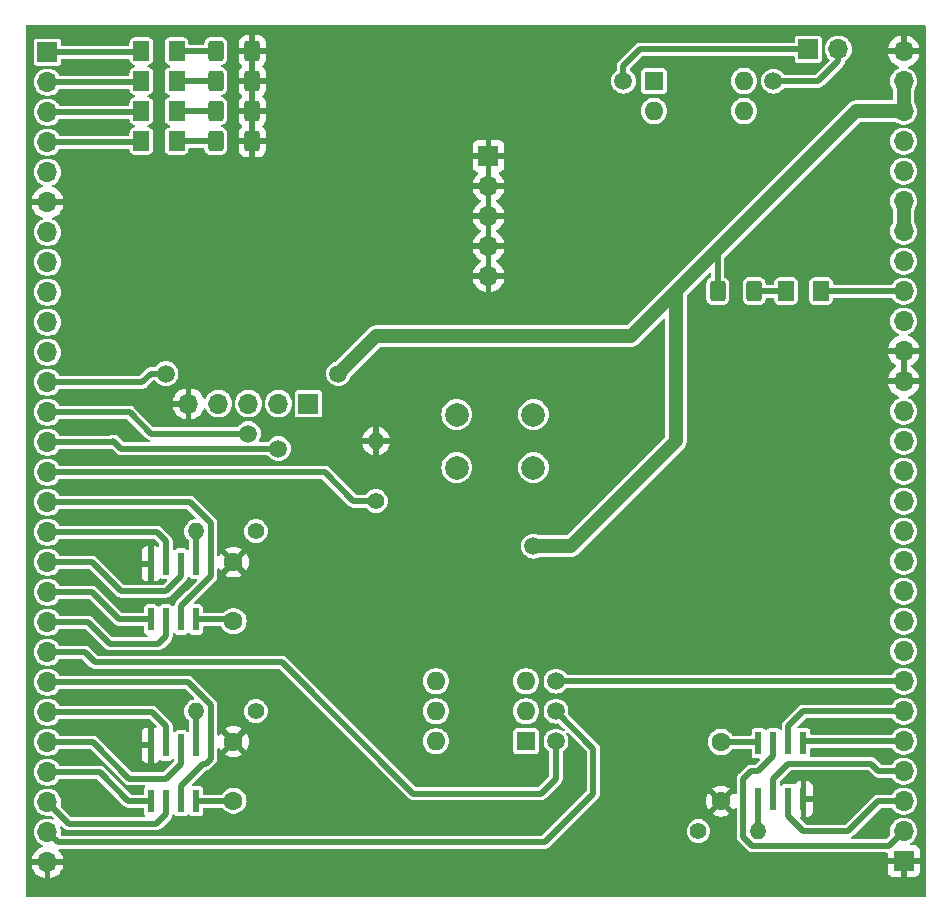
<source format=gbr>
%TF.GenerationSoftware,KiCad,Pcbnew,7.0.7*%
%TF.CreationDate,2024-01-26T20:02:37-03:00*%
%TF.ProjectId,hack_soc_shield,6861636b-5f73-46f6-935f-736869656c64,rev?*%
%TF.SameCoordinates,PX26ed550PY6160b60*%
%TF.FileFunction,Copper,L1,Top*%
%TF.FilePolarity,Positive*%
%FSLAX46Y46*%
G04 Gerber Fmt 4.6, Leading zero omitted, Abs format (unit mm)*
G04 Created by KiCad (PCBNEW 7.0.7) date 2024-01-26 20:02:37*
%MOMM*%
%LPD*%
G01*
G04 APERTURE LIST*
G04 Aperture macros list*
%AMRoundRect*
0 Rectangle with rounded corners*
0 $1 Rounding radius*
0 $2 $3 $4 $5 $6 $7 $8 $9 X,Y pos of 4 corners*
0 Add a 4 corners polygon primitive as box body*
4,1,4,$2,$3,$4,$5,$6,$7,$8,$9,$2,$3,0*
0 Add four circle primitives for the rounded corners*
1,1,$1+$1,$2,$3*
1,1,$1+$1,$4,$5*
1,1,$1+$1,$6,$7*
1,1,$1+$1,$8,$9*
0 Add four rect primitives between the rounded corners*
20,1,$1+$1,$2,$3,$4,$5,0*
20,1,$1+$1,$4,$5,$6,$7,0*
20,1,$1+$1,$6,$7,$8,$9,0*
20,1,$1+$1,$8,$9,$2,$3,0*%
G04 Aperture macros list end*
%TA.AperFunction,ComponentPad*%
%ADD10R,1.700000X1.700000*%
%TD*%
%TA.AperFunction,ComponentPad*%
%ADD11O,1.700000X1.700000*%
%TD*%
%TA.AperFunction,ComponentPad*%
%ADD12C,2.000000*%
%TD*%
%TA.AperFunction,ComponentPad*%
%ADD13C,1.600000*%
%TD*%
%TA.AperFunction,SMDPad,CuDef*%
%ADD14RoundRect,0.250000X-0.400000X-0.625000X0.400000X-0.625000X0.400000X0.625000X-0.400000X0.625000X0*%
%TD*%
%TA.AperFunction,ComponentPad*%
%ADD15C,1.400000*%
%TD*%
%TA.AperFunction,ComponentPad*%
%ADD16O,1.400000X1.400000*%
%TD*%
%TA.AperFunction,SMDPad,CuDef*%
%ADD17RoundRect,0.250001X0.462499X0.624999X-0.462499X0.624999X-0.462499X-0.624999X0.462499X-0.624999X0*%
%TD*%
%TA.AperFunction,ComponentPad*%
%ADD18R,1.600000X1.600000*%
%TD*%
%TA.AperFunction,ComponentPad*%
%ADD19O,1.600000X1.600000*%
%TD*%
%TA.AperFunction,SMDPad,CuDef*%
%ADD20R,0.558800X1.981200*%
%TD*%
%TA.AperFunction,ViaPad*%
%ADD21C,1.500000*%
%TD*%
%TA.AperFunction,Conductor*%
%ADD22C,0.500000*%
%TD*%
%TA.AperFunction,Conductor*%
%ADD23C,1.200000*%
%TD*%
G04 APERTURE END LIST*
D10*
%TO.P,J5,1,Pin_1*%
%TO.N,+3.3V*%
X23952000Y41783000D03*
D11*
%TO.P,J5,2,Pin_2*%
%TO.N,mprj_io[27]*%
X21412000Y41783000D03*
%TO.P,J5,3,Pin_3*%
%TO.N,mprj_io[28]*%
X18872000Y41783000D03*
%TO.P,J5,4,Pin_4*%
%TO.N,mprj_io[29]*%
X16332000Y41783000D03*
%TO.P,J5,5,Pin_5*%
%TO.N,GND*%
X13792000Y41783000D03*
%TD*%
D12*
%TO.P,SW1,1,1*%
%TO.N,mprj_io[26]*%
X36502000Y40858000D03*
X43002000Y40858000D03*
%TO.P,SW1,2,2*%
%TO.N,+3.3V*%
X36502000Y36358000D03*
X43002000Y36358000D03*
%TD*%
D13*
%TO.P,C3,1*%
%TO.N,+3.3V*%
X17602000Y23368000D03*
%TO.P,C3,2*%
%TO.N,GND*%
X17602000Y28368000D03*
%TD*%
%TO.P,C2,1*%
%TO.N,+3.3V*%
X17602000Y8168000D03*
%TO.P,C2,2*%
%TO.N,GND*%
X17602000Y13168000D03*
%TD*%
D10*
%TO.P,J1,1,Pin_1*%
%TO.N,GND*%
X39192000Y62738000D03*
D11*
%TO.P,J1,2,Pin_2*%
X39192000Y60198000D03*
%TO.P,J1,3,Pin_3*%
X39192000Y57658000D03*
%TO.P,J1,4,Pin_4*%
X39192000Y55118000D03*
%TO.P,J1,5,Pin_5*%
X39192000Y52578000D03*
%TD*%
D14*
%TO.P,R8,1*%
%TO.N,Net-(D4-K)*%
X16089500Y71628000D03*
%TO.P,R8,2*%
%TO.N,GND*%
X19189500Y71628000D03*
%TD*%
D15*
%TO.P,R2,1*%
%TO.N,+3.3V*%
X19507000Y15748000D03*
D16*
%TO.P,R2,2*%
%TO.N,rom_cs*%
X14427000Y15748000D03*
%TD*%
D17*
%TO.P,D1,1,K*%
%TO.N,Net-(D1-K)*%
X12777000Y64008000D03*
%TO.P,D1,2,A*%
%TO.N,mprj_io[34]*%
X9802000Y64008000D03*
%TD*%
D18*
%TO.P,SW3,1*%
%TO.N,mprj_io[20]*%
X42367000Y13208000D03*
D19*
%TO.P,SW3,2*%
%TO.N,mprj_io[14]*%
X42367000Y15748000D03*
%TO.P,SW3,3*%
%TO.N,mprj_io[8]*%
X42367000Y18288000D03*
%TO.P,SW3,4*%
%TO.N,ram_cs*%
X34747000Y18288000D03*
%TO.P,SW3,5*%
%TO.N,rom_cs*%
X34747000Y15748000D03*
%TO.P,SW3,6*%
%TO.N,vram_cs*%
X34747000Y13208000D03*
%TD*%
D10*
%TO.P,J10,1,Pin_1*%
%TO.N,mprj_io[37]*%
X1854000Y71526400D03*
D11*
%TO.P,J10,2,Pin_2*%
%TO.N,mprj_io[36]*%
X1854000Y68986400D03*
%TO.P,J10,3,Pin_3*%
%TO.N,mprj_io[35]*%
X1854000Y66446400D03*
%TO.P,J10,4,Pin_4*%
%TO.N,mprj_io[34]*%
X1854000Y63906400D03*
%TO.P,J10,5,Pin_5*%
%TO.N,~{RST}*%
X1854000Y61366400D03*
%TO.P,J10,6,Pin_6*%
%TO.N,GND*%
X1854000Y58826400D03*
%TO.P,J10,7,Pin_7*%
%TO.N,vddio*%
X1854000Y56286400D03*
%TO.P,J10,8,Pin_8*%
%TO.N,mprj_io[33]*%
X1854000Y53746400D03*
%TO.P,J10,9,Pin_9*%
%TO.N,mprj_io[32]*%
X1854000Y51206400D03*
%TO.P,J10,10,Pin_10*%
%TO.N,mprj_io[31]*%
X1854000Y48666400D03*
%TO.P,J10,11,Pin_11*%
%TO.N,mprj_io[30]*%
X1854000Y46126400D03*
%TO.P,J10,12,Pin_12*%
%TO.N,mprj_io[29]*%
X1854000Y43586400D03*
%TO.P,J10,13,Pin_13*%
%TO.N,mprj_io[28]*%
X1854000Y41046400D03*
%TO.P,J10,14,Pin_14*%
%TO.N,mprj_io[27]*%
X1854000Y38506400D03*
%TO.P,J10,15,Pin_15*%
%TO.N,mprj_io[26]*%
X1854000Y35966400D03*
%TO.P,J10,16,Pin_16*%
%TO.N,mprj_io[25]*%
X1854000Y33426400D03*
%TO.P,J10,17,Pin_17*%
%TO.N,mprj_io[24]*%
X1854000Y30886400D03*
%TO.P,J10,18,Pin_18*%
%TO.N,mprj_io[23]*%
X1854000Y28346400D03*
%TO.P,J10,19,Pin_19*%
%TO.N,mprj_io[22]*%
X1854000Y25806400D03*
%TO.P,J10,20,Pin_20*%
%TO.N,mprj_io[21]*%
X1854000Y23266400D03*
%TO.P,J10,21,Pin_21*%
%TO.N,mprj_io[20]*%
X1854000Y20726400D03*
%TO.P,J10,22,Pin_22*%
%TO.N,mprj_io[19]*%
X1854000Y18186400D03*
%TO.P,J10,23,Pin_23*%
%TO.N,mprj_io[18]*%
X1854000Y15646400D03*
%TO.P,J10,24,Pin_24*%
%TO.N,mprj_io[17]*%
X1854000Y13106400D03*
%TO.P,J10,25,Pin_25*%
%TO.N,mprj_io[16]*%
X1854000Y10566400D03*
%TO.P,J10,26,Pin_26*%
%TO.N,mprj_io[15]*%
X1854000Y8026400D03*
%TO.P,J10,27,Pin_27*%
%TO.N,mprj_io[14]*%
X1854000Y5486400D03*
%TO.P,J10,28,Pin_28*%
%TO.N,GND*%
X1854000Y2946400D03*
%TD*%
D14*
%TO.P,R9,1*%
%TO.N,+3.3V*%
X58597000Y51308000D03*
%TO.P,R9,2*%
%TO.N,Net-(D5-A)*%
X61697000Y51308000D03*
%TD*%
D15*
%TO.P,R3,1*%
%TO.N,+3.3V*%
X19507000Y30988000D03*
D16*
%TO.P,R3,2*%
%TO.N,vram_cs*%
X14427000Y30988000D03*
%TD*%
D17*
%TO.P,D5,1,K*%
%TO.N,gpio*%
X67349500Y51308000D03*
%TO.P,D5,2,A*%
%TO.N,Net-(D5-A)*%
X64374500Y51308000D03*
%TD*%
D20*
%TO.P,U2,1,\u002ACS*%
%TO.N,rom_cs*%
X14427000Y12852400D03*
%TO.P,U2,2,SO/SIO1*%
%TO.N,mprj_io[17]*%
X13157000Y12852400D03*
%TO.P,U2,3,SIO2*%
%TO.N,mprj_io[18]*%
X11887000Y12852400D03*
%TO.P,U2,4,VSS*%
%TO.N,GND*%
X10617000Y12852400D03*
%TO.P,U2,5,SI/SIO0*%
%TO.N,mprj_io[16]*%
X10617000Y8128000D03*
%TO.P,U2,6,SCK*%
%TO.N,mprj_io[15]*%
X11887000Y8128000D03*
%TO.P,U2,7,\u002AHOLD/SIO3*%
%TO.N,mprj_io[19]*%
X13157000Y8128000D03*
%TO.P,U2,8,VCC*%
%TO.N,+3.3V*%
X14427000Y8128000D03*
%TD*%
D10*
%TO.P,J11,1,Pin_1*%
%TO.N,GND*%
X74345600Y3048000D03*
D11*
%TO.P,J11,2,Pin_2*%
%TO.N,mprj_io[13]*%
X74345600Y5588000D03*
%TO.P,J11,3,Pin_3*%
%TO.N,mprj_io[12]*%
X74345600Y8128000D03*
%TO.P,J11,4,Pin_4*%
%TO.N,mprj_io[11]*%
X74345600Y10668000D03*
%TO.P,J11,5,Pin_5*%
%TO.N,mprj_io[10]*%
X74345600Y13208000D03*
%TO.P,J11,6,Pin_6*%
%TO.N,mprj_io[9]*%
X74345600Y15748000D03*
%TO.P,J11,7,Pin_7*%
%TO.N,mprj_io[8]*%
X74345600Y18288000D03*
%TO.P,J11,8,Pin_8*%
%TO.N,mprj_io[7]*%
X74345600Y20828000D03*
%TO.P,J11,9,Pin_9*%
%TO.N,mprj_io[6]_ser_tx*%
X74345600Y23368000D03*
%TO.P,J11,10,Pin_10*%
%TO.N,mprj_io[5]_ser_rx*%
X74345600Y25908000D03*
%TO.P,J11,11,Pin_11*%
%TO.N,mprj_io[4]_SCK*%
X74345600Y28448000D03*
%TO.P,J11,12,Pin_12*%
%TO.N,mprj_io[3]_CSB*%
X74345600Y30988000D03*
%TO.P,J11,13,Pin_13*%
%TO.N,mprj_io[2]_SDI*%
X74345600Y33528000D03*
%TO.P,J11,14,Pin_14*%
%TO.N,mprj_io[1]_SDO*%
X74345600Y36068000D03*
%TO.P,J11,15,Pin_15*%
%TO.N,mprj_io[0]*%
X74345600Y38608000D03*
%TO.P,J11,16,Pin_16*%
%TO.N,vdda1*%
X74345600Y41148000D03*
%TO.P,J11,17,Pin_17*%
%TO.N,GND*%
X74345600Y43688000D03*
%TO.P,J11,18,Pin_18*%
X74345600Y46228000D03*
%TO.P,J11,19,Pin_19*%
%TO.N,xclk*%
X74345600Y48768000D03*
%TO.P,J11,20,Pin_20*%
%TO.N,gpio*%
X74345600Y51308000D03*
%TO.P,J11,21,Pin_21*%
%TO.N,vccd2*%
X74345600Y53848000D03*
%TO.P,J11,22,Pin_22*%
%TO.N,+1V8*%
X74345600Y56388000D03*
%TO.P,J11,23,Pin_23*%
X74345600Y58928000D03*
%TO.P,J11,24,Pin_24*%
%TO.N,vccd1*%
X74345600Y61468000D03*
%TO.P,J11,25,Pin_25*%
%TO.N,vdda2*%
X74345600Y64008000D03*
%TO.P,J11,26,Pin_26*%
%TO.N,+3.3V*%
X74345600Y66548000D03*
%TO.P,J11,27,Pin_27*%
X74345600Y69088000D03*
%TO.P,J11,28,Pin_28*%
%TO.N,GND*%
X74345600Y71628000D03*
%TD*%
D17*
%TO.P,D2,1,K*%
%TO.N,Net-(D2-K)*%
X12777000Y66548000D03*
%TO.P,D2,2,A*%
%TO.N,mprj_io[35]*%
X9802000Y66548000D03*
%TD*%
%TO.P,D3,1,K*%
%TO.N,Net-(D3-K)*%
X12777000Y69088000D03*
%TO.P,D3,2,A*%
%TO.N,mprj_io[36]*%
X9802000Y69088000D03*
%TD*%
D13*
%TO.P,C1,1*%
%TO.N,+3.3V*%
X58877000Y13128000D03*
%TO.P,C1,2*%
%TO.N,GND*%
X58877000Y8128000D03*
%TD*%
D17*
%TO.P,D4,1,K*%
%TO.N,Net-(D4-K)*%
X12777000Y71628000D03*
%TO.P,D4,2,A*%
%TO.N,mprj_io[37]*%
X9802000Y71628000D03*
%TD*%
D18*
%TO.P,SW2,1*%
%TO.N,Net-(J2-Pin_1)*%
X53204500Y69093000D03*
D19*
%TO.P,SW2,2*%
%TO.N,unconnected-(SW2-Pad2)*%
X53204500Y66553000D03*
%TO.P,SW2,3*%
%TO.N,unconnected-(SW2-Pad3)*%
X60824500Y66553000D03*
%TO.P,SW2,4*%
%TO.N,Net-(J2-Pin_2)*%
X60824500Y69093000D03*
%TD*%
D14*
%TO.P,R7,1*%
%TO.N,Net-(D3-K)*%
X16089500Y69088000D03*
%TO.P,R7,2*%
%TO.N,GND*%
X19189500Y69088000D03*
%TD*%
D20*
%TO.P,U3,1,\u002ACS*%
%TO.N,vram_cs*%
X14427000Y28230200D03*
%TO.P,U3,2,SO/SIO1*%
%TO.N,mprj_io[23]*%
X13157000Y28230200D03*
%TO.P,U3,3,SIO2*%
%TO.N,mprj_io[24]*%
X11887000Y28230200D03*
%TO.P,U3,4,VSS*%
%TO.N,GND*%
X10617000Y28230200D03*
%TO.P,U3,5,SI/SIO0*%
%TO.N,mprj_io[22]*%
X10617000Y23505800D03*
%TO.P,U3,6,SCK*%
%TO.N,mprj_io[21]*%
X11887000Y23505800D03*
%TO.P,U3,7,\u002AHOLD/SIO3*%
%TO.N,mprj_io[25]*%
X13157000Y23505800D03*
%TO.P,U3,8,VCC*%
%TO.N,+3.3V*%
X14427000Y23505800D03*
%TD*%
D15*
%TO.P,R4,1*%
%TO.N,mprj_io[26]*%
X29667000Y33528000D03*
D16*
%TO.P,R4,2*%
%TO.N,GND*%
X29667000Y38608000D03*
%TD*%
D20*
%TO.P,U1,1,\u002ACS*%
%TO.N,ram_cs*%
X62052000Y8305800D03*
%TO.P,U1,2,SO/SIO1*%
%TO.N,mprj_io[11]*%
X63322000Y8305800D03*
%TO.P,U1,3,SIO2*%
%TO.N,mprj_io[12]*%
X64592000Y8305800D03*
%TO.P,U1,4,VSS*%
%TO.N,GND*%
X65862000Y8305800D03*
%TO.P,U1,5,SI/SIO0*%
%TO.N,mprj_io[10]*%
X65862000Y13030200D03*
%TO.P,U1,6,SCK*%
%TO.N,mprj_io[9]*%
X64592000Y13030200D03*
%TO.P,U1,7,\u002AHOLD/SIO3*%
%TO.N,mprj_io[13]*%
X63322000Y13030200D03*
%TO.P,U1,8,VCC*%
%TO.N,+3.3V*%
X62052000Y13030200D03*
%TD*%
D14*
%TO.P,R6,1*%
%TO.N,Net-(D2-K)*%
X16089500Y66548000D03*
%TO.P,R6,2*%
%TO.N,GND*%
X19189500Y66548000D03*
%TD*%
%TO.P,R5,1*%
%TO.N,Net-(D1-K)*%
X16089500Y64008000D03*
%TO.P,R5,2*%
%TO.N,GND*%
X19189500Y64008000D03*
%TD*%
D15*
%TO.P,R1,1*%
%TO.N,+3.3V*%
X56972000Y5588000D03*
D16*
%TO.P,R1,2*%
%TO.N,ram_cs*%
X62052000Y5588000D03*
%TD*%
D10*
%TO.P,J2,1,Pin_1*%
%TO.N,Net-(J2-Pin_1)*%
X66273400Y71780400D03*
D11*
%TO.P,J2,2,Pin_2*%
%TO.N,Net-(J2-Pin_2)*%
X68813400Y71780400D03*
%TD*%
D21*
%TO.N,GND*%
X50622000Y6223000D03*
X23317000Y56388000D03*
X8712000Y13843000D03*
X68402000Y8128000D03*
X49352000Y53213000D03*
X8712000Y29083000D03*
X37287000Y25908000D03*
X39192000Y70358000D03*
X57607000Y27813000D03*
X37287000Y6858000D03*
%TO.N,mprj_io[29]*%
X11887000Y44323000D03*
%TO.N,mprj_io[28]*%
X18872000Y39243000D03*
%TO.N,mprj_io[27]*%
X21412000Y37973000D03*
%TO.N,mprj_io[20]*%
X44907000Y13208000D03*
%TO.N,mprj_io[14]*%
X44907000Y15748000D03*
%TO.N,mprj_io[8]*%
X44907000Y18288000D03*
%TO.N,+3.3V*%
X26492000Y44323000D03*
X43002000Y29718000D03*
%TO.N,Net-(J2-Pin_1)*%
X50622000Y69088000D03*
%TO.N,Net-(J2-Pin_2)*%
X63322000Y69088000D03*
%TD*%
D22*
%TO.N,mprj_io[24]*%
X1854000Y30886400D02*
X11150400Y30886400D01*
X11150400Y30886400D02*
X11887000Y30149800D01*
X11887000Y30149800D02*
X11887000Y28230200D01*
%TO.N,mprj_io[29]*%
X10617000Y44323000D02*
X11887000Y44323000D01*
%TO.N,mprj_io[37]*%
X9700400Y71526400D02*
X9802000Y71628000D01*
X1854000Y71526400D02*
X9700400Y71526400D01*
%TO.N,mprj_io[36]*%
X9700400Y68986400D02*
X9802000Y69088000D01*
X1854000Y68986400D02*
X9700400Y68986400D01*
%TO.N,mprj_io[35]*%
X1854000Y66446400D02*
X9700400Y66446400D01*
X9700400Y66446400D02*
X9802000Y66548000D01*
%TO.N,mprj_io[34]*%
X9700400Y63906400D02*
X9802000Y64008000D01*
X1854000Y63906400D02*
X9700400Y63906400D01*
%TO.N,mprj_io[29]*%
X10617000Y44323000D02*
X9880400Y43586400D01*
X9880400Y43586400D02*
X1854000Y43586400D01*
%TO.N,mprj_io[28]*%
X8813600Y41046400D02*
X10617000Y39243000D01*
X1854000Y41046400D02*
X8813600Y41046400D01*
X10617000Y39243000D02*
X18872000Y39243000D01*
%TO.N,mprj_io[27]*%
X8107000Y37943000D02*
X21382000Y37943000D01*
X7442000Y38608000D02*
X8107000Y37943000D01*
X7340400Y38506400D02*
X7442000Y38608000D01*
X1854000Y38506400D02*
X7340400Y38506400D01*
X21382000Y37943000D02*
X21412000Y37973000D01*
%TO.N,mprj_io[26]*%
X1854000Y35966400D02*
X25323600Y35966400D01*
X25323600Y35966400D02*
X27762000Y33528000D01*
X27762000Y33528000D02*
X29667000Y33528000D01*
%TO.N,mprj_io[25]*%
X13157000Y24638000D02*
X13157000Y23505800D01*
X13893600Y33426400D02*
X15677000Y31643000D01*
X15677000Y31643000D02*
X15677000Y27158000D01*
X1854000Y33426400D02*
X13893600Y33426400D01*
X15677000Y27158000D02*
X13157000Y24638000D01*
%TO.N,mprj_io[23]*%
X1854000Y28346400D02*
X5638600Y28346400D01*
X13157000Y27178000D02*
X13157000Y28230200D01*
X5638600Y28346400D02*
X8077000Y25908000D01*
X11887000Y25908000D02*
X13157000Y27178000D01*
X8077000Y25908000D02*
X11887000Y25908000D01*
%TO.N,mprj_io[22]*%
X1854000Y25806400D02*
X5638600Y25806400D01*
X7939200Y23505800D02*
X10617000Y23505800D01*
X5638600Y25806400D02*
X7939200Y23505800D01*
%TO.N,mprj_io[21]*%
X7124500Y21463000D02*
X11252000Y21463000D01*
X11252000Y21463000D02*
X11887000Y22098000D01*
X5321100Y23266400D02*
X7124500Y21463000D01*
X11887000Y22098000D02*
X11887000Y23505800D01*
X1854000Y23266400D02*
X5321100Y23266400D01*
%TO.N,mprj_io[20]*%
X21728600Y19876400D02*
X32842000Y8763000D01*
X5853600Y19876400D02*
X21728600Y19876400D01*
X44907000Y10033000D02*
X44907000Y13208000D01*
X1854000Y20726400D02*
X5003600Y20726400D01*
X43637000Y8763000D02*
X44907000Y10033000D01*
X32842000Y8763000D02*
X43637000Y8763000D01*
X5003600Y20726400D02*
X5853600Y19876400D01*
%TO.N,mprj_io[19]*%
X1854000Y18186400D02*
X13756367Y18186400D01*
X13157000Y9398000D02*
X13157000Y8128000D01*
X15062000Y11303000D02*
X13157000Y9398000D01*
X13756367Y18186400D02*
X15677000Y16265767D01*
X15247600Y11303000D02*
X15062000Y11303000D01*
X15677000Y11732400D02*
X15247600Y11303000D01*
X15677000Y16265767D02*
X15677000Y11732400D01*
%TO.N,mprj_io[18]*%
X11887000Y14478000D02*
X11887000Y12852400D01*
X1854000Y15646400D02*
X10718600Y15646400D01*
X10718600Y15646400D02*
X11887000Y14478000D01*
%TO.N,mprj_io[17]*%
X8778522Y10033000D02*
X11887000Y10033000D01*
X1854000Y13106400D02*
X5705122Y13106400D01*
X5705122Y13106400D02*
X8778522Y10033000D01*
X11887000Y10033000D02*
X13157000Y11303000D01*
X13157000Y11303000D02*
X13157000Y12852400D01*
%TO.N,mprj_io[16]*%
X6273600Y10566400D02*
X8712000Y8128000D01*
X1854000Y10566400D02*
X6273600Y10566400D01*
X8712000Y8128000D02*
X10617000Y8128000D01*
%TO.N,mprj_io[15]*%
X3657400Y6223000D02*
X1854000Y8026400D01*
X11082000Y6223000D02*
X3657400Y6223000D01*
X11887000Y8128000D02*
X11887000Y7028000D01*
X11887000Y7028000D02*
X11082000Y6223000D01*
%TO.N,mprj_io[14]*%
X43955400Y4636400D02*
X48082000Y8763000D01*
X48082000Y8763000D02*
X48082000Y12573000D01*
X1854000Y5486400D02*
X2704000Y4636400D01*
X2704000Y4636400D02*
X43955400Y4636400D01*
X48082000Y12573000D02*
X44907000Y15748000D01*
%TO.N,mprj_io[13]*%
X63322000Y11938000D02*
X63322000Y13030200D01*
X62052000Y10668000D02*
X63322000Y11938000D01*
X61417000Y10668000D02*
X62052000Y10668000D01*
X73095600Y4338000D02*
X61534233Y4338000D01*
X61534233Y4338000D02*
X60782000Y5090233D01*
X60782000Y10033000D02*
X61417000Y10668000D01*
X74345600Y5588000D02*
X73095600Y4338000D01*
X60782000Y5090233D02*
X60782000Y10033000D01*
%TO.N,mprj_io[12]*%
X72212000Y8128000D02*
X69672000Y5588000D01*
X65862000Y5588000D02*
X64592000Y6858000D01*
X69672000Y5588000D02*
X65862000Y5588000D01*
X74345600Y8128000D02*
X72212000Y8128000D01*
X64592000Y6858000D02*
X64592000Y8305800D01*
%TO.N,mprj_io[11]*%
X63322000Y10033000D02*
X63322000Y8305800D01*
X64592000Y11303000D02*
X63322000Y10033000D01*
X71577000Y11303000D02*
X64592000Y11303000D01*
X74345600Y10668000D02*
X72212000Y10668000D01*
X72212000Y10668000D02*
X71577000Y11303000D01*
%TO.N,mprj_io[10]*%
X66039800Y13208000D02*
X65862000Y13030200D01*
X74345600Y13208000D02*
X66039800Y13208000D01*
%TO.N,mprj_io[9]*%
X64592000Y14478000D02*
X64592000Y13030200D01*
X65862000Y15748000D02*
X64592000Y14478000D01*
X74345600Y15748000D02*
X65862000Y15748000D01*
%TO.N,mprj_io[8]*%
X74345600Y18288000D02*
X44907000Y18288000D01*
%TO.N,gpio*%
X67349500Y51308000D02*
X74345600Y51308000D01*
D23*
%TO.N,+1V8*%
X74345600Y58928000D02*
X74345600Y56388000D01*
%TO.N,+3.3V*%
X70307000Y66548000D02*
X58559500Y54800500D01*
X55067000Y38608000D02*
X46177000Y29718000D01*
X58559500Y54800500D02*
X55067000Y51308000D01*
X46177000Y29718000D02*
X43002000Y29718000D01*
D22*
X14427000Y8128000D02*
X17562000Y8128000D01*
X58877000Y13128000D02*
X61954200Y13128000D01*
D23*
X74345600Y66548000D02*
X70307000Y66548000D01*
X55067000Y51308000D02*
X55067000Y38608000D01*
D22*
X58597000Y51308000D02*
X58597000Y54763000D01*
D23*
X29667000Y47498000D02*
X26492000Y44323000D01*
X51257000Y47498000D02*
X29667000Y47498000D01*
D22*
X61954200Y13128000D02*
X62052000Y13030200D01*
X17562000Y8128000D02*
X17602000Y8168000D01*
X14427000Y23505800D02*
X17464200Y23505800D01*
D23*
X74345600Y69088000D02*
X74345600Y66548000D01*
X55067000Y51308000D02*
X51257000Y47498000D01*
D22*
X58597000Y54763000D02*
X58559500Y54800500D01*
X17464200Y23505800D02*
X17602000Y23368000D01*
%TO.N,Net-(D1-K)*%
X12777000Y64008000D02*
X16089500Y64008000D01*
%TO.N,Net-(D2-K)*%
X12777000Y66548000D02*
X16089500Y66548000D01*
%TO.N,Net-(D3-K)*%
X12777000Y69088000D02*
X16089500Y69088000D01*
%TO.N,Net-(D4-K)*%
X12777000Y71628000D02*
X16089500Y71628000D01*
%TO.N,Net-(J2-Pin_1)*%
X66273400Y71780400D02*
X52044400Y71780400D01*
X50622000Y70358000D02*
X50622000Y69088000D01*
X52044400Y71780400D02*
X50622000Y70358000D01*
%TO.N,Net-(J2-Pin_2)*%
X67132000Y69088000D02*
X68813400Y70769400D01*
X63322000Y69088000D02*
X67132000Y69088000D01*
X68813400Y70769400D02*
X68813400Y71780400D01*
%TO.N,Net-(D5-A)*%
X61697000Y51308000D02*
X64374500Y51308000D01*
%TO.N,ram_cs*%
X62052000Y8305800D02*
X62052000Y5588000D01*
%TO.N,rom_cs*%
X14427000Y15748000D02*
X14427000Y12852400D01*
%TO.N,vram_cs*%
X14427000Y30988000D02*
X14427000Y28230200D01*
%TD*%
%TA.AperFunction,Conductor*%
%TO.N,GND*%
G36*
X74537466Y45729413D02*
G01*
X74584416Y45681104D01*
X74595600Y45633010D01*
X74595600Y44282991D01*
X74574783Y44218922D01*
X74520283Y44179326D01*
X74471088Y44175100D01*
X74381364Y44188000D01*
X74381363Y44188000D01*
X74309837Y44188000D01*
X74309835Y44188000D01*
X74220111Y44175100D01*
X74153732Y44186588D01*
X74106782Y44234899D01*
X74095599Y44282991D01*
X74095600Y44838000D01*
X74095599Y45633010D01*
X74116416Y45697078D01*
X74170916Y45736675D01*
X74220112Y45740900D01*
X74309824Y45728001D01*
X74309836Y45728001D01*
X74309837Y45728000D01*
X74309838Y45728000D01*
X74381362Y45728000D01*
X74381363Y45728000D01*
X74381364Y45728001D01*
X74381375Y45728001D01*
X74471087Y45740900D01*
X74537466Y45729413D01*
G37*
%TD.AperFunction*%
%TA.AperFunction,Conductor*%
G36*
X39383866Y54619413D02*
G01*
X39430816Y54571104D01*
X39442000Y54523010D01*
X39442000Y53172991D01*
X39421183Y53108922D01*
X39366683Y53069326D01*
X39317488Y53065100D01*
X39227764Y53078000D01*
X39227763Y53078000D01*
X39156237Y53078000D01*
X39156235Y53078000D01*
X39066512Y53065100D01*
X39000133Y53076588D01*
X38953183Y53124898D01*
X38942000Y53172991D01*
X38942000Y54523010D01*
X38962817Y54587079D01*
X39017317Y54626675D01*
X39066513Y54630900D01*
X39156224Y54618001D01*
X39156236Y54618001D01*
X39156237Y54618000D01*
X39156238Y54618000D01*
X39227762Y54618000D01*
X39227763Y54618000D01*
X39227764Y54618001D01*
X39227775Y54618001D01*
X39317487Y54630900D01*
X39383866Y54619413D01*
G37*
%TD.AperFunction*%
%TA.AperFunction,Conductor*%
G36*
X39383866Y57159413D02*
G01*
X39430816Y57111104D01*
X39442000Y57063010D01*
X39442000Y55712991D01*
X39421183Y55648922D01*
X39366683Y55609326D01*
X39317488Y55605100D01*
X39227764Y55618000D01*
X39227763Y55618000D01*
X39156237Y55618000D01*
X39156235Y55618000D01*
X39066512Y55605100D01*
X39000133Y55616588D01*
X38953183Y55664898D01*
X38942000Y55712991D01*
X38942000Y57063010D01*
X38962817Y57127079D01*
X39017317Y57166675D01*
X39066513Y57170900D01*
X39156224Y57158001D01*
X39156236Y57158001D01*
X39156237Y57158000D01*
X39156238Y57158000D01*
X39227762Y57158000D01*
X39227763Y57158000D01*
X39227764Y57158001D01*
X39227775Y57158001D01*
X39317487Y57170900D01*
X39383866Y57159413D01*
G37*
%TD.AperFunction*%
%TA.AperFunction,Conductor*%
G36*
X39383866Y59699413D02*
G01*
X39430816Y59651104D01*
X39442000Y59603010D01*
X39442000Y58252991D01*
X39421183Y58188922D01*
X39366683Y58149326D01*
X39317488Y58145100D01*
X39227764Y58158000D01*
X39227763Y58158000D01*
X39156237Y58158000D01*
X39156235Y58158000D01*
X39066512Y58145100D01*
X39000133Y58156588D01*
X38953183Y58204898D01*
X38942000Y58252991D01*
X38942000Y59603010D01*
X38962817Y59667079D01*
X39017317Y59706675D01*
X39066513Y59710900D01*
X39156224Y59698001D01*
X39156236Y59698001D01*
X39156237Y59698000D01*
X39156238Y59698000D01*
X39227762Y59698000D01*
X39227763Y59698000D01*
X39227764Y59698001D01*
X39227775Y59698001D01*
X39317487Y59710900D01*
X39383866Y59699413D01*
G37*
%TD.AperFunction*%
%TA.AperFunction,Conductor*%
G36*
X39383866Y62239413D02*
G01*
X39430816Y62191104D01*
X39442000Y62143010D01*
X39442000Y60792991D01*
X39421183Y60728922D01*
X39366683Y60689326D01*
X39317488Y60685100D01*
X39227764Y60698000D01*
X39227763Y60698000D01*
X39156237Y60698000D01*
X39156235Y60698000D01*
X39066512Y60685100D01*
X39000133Y60696588D01*
X38953183Y60744898D01*
X38942000Y60792991D01*
X38942000Y62143010D01*
X38962817Y62207079D01*
X39017317Y62246675D01*
X39066513Y62250900D01*
X39156224Y62238001D01*
X39156236Y62238001D01*
X39156237Y62238000D01*
X39156238Y62238000D01*
X39227762Y62238000D01*
X39227763Y62238000D01*
X39227764Y62238001D01*
X39227775Y62238001D01*
X39317487Y62250900D01*
X39383866Y62239413D01*
G37*
%TD.AperFunction*%
%TA.AperFunction,Conductor*%
G36*
X76154569Y73810683D02*
G01*
X76194165Y73756183D01*
X76199500Y73722500D01*
X76199500Y109500D01*
X76178683Y45431D01*
X76124183Y5835D01*
X76090500Y500D01*
X109500Y500D01*
X45431Y21317D01*
X5835Y75817D01*
X500Y109500D01*
X500Y2696400D01*
X523364Y2696400D01*
X580568Y2482911D01*
X580573Y2482898D01*
X680398Y2268824D01*
X680400Y2268820D01*
X815888Y2075324D01*
X982923Y1908289D01*
X1176419Y1772801D01*
X1176423Y1772799D01*
X1390497Y1672974D01*
X1390510Y1672969D01*
X1603999Y1615766D01*
X1604000Y1615766D01*
X1604000Y2351410D01*
X1624817Y2415479D01*
X1679317Y2455075D01*
X1728513Y2459300D01*
X1818224Y2446401D01*
X1818236Y2446401D01*
X1818237Y2446400D01*
X1818238Y2446400D01*
X1889762Y2446400D01*
X1889763Y2446400D01*
X1889764Y2446401D01*
X1889775Y2446401D01*
X1979486Y2459300D01*
X2045865Y2447814D01*
X2092815Y2399504D01*
X2103999Y2351410D01*
X2103999Y1615766D01*
X2104000Y1615766D01*
X2317489Y1672969D01*
X2317502Y1672974D01*
X2531576Y1772799D01*
X2531580Y1772801D01*
X2725076Y1908289D01*
X2892111Y2075324D01*
X3027599Y2268820D01*
X3027601Y2268824D01*
X3127426Y2482898D01*
X3127431Y2482911D01*
X3184636Y2696400D01*
X2447309Y2696400D01*
X2383240Y2717217D01*
X2343644Y2771717D01*
X2342724Y2836108D01*
X2354000Y2874512D01*
X2354000Y3018289D01*
X2342724Y3056692D01*
X2344648Y3124030D01*
X2385785Y3177377D01*
X2447309Y3196400D01*
X3184635Y3196400D01*
X3184635Y3196401D01*
X3127431Y3409890D01*
X3127427Y3409899D01*
X3027602Y3623973D01*
X2892110Y3817477D01*
X2809762Y3899825D01*
X2779179Y3959849D01*
X2789717Y4026385D01*
X2837352Y4074020D01*
X2886837Y4085900D01*
X43946003Y4085900D01*
X44012220Y4083638D01*
X44012221Y4083639D01*
X44012226Y4083638D01*
X44055616Y4094213D01*
X44061069Y4095249D01*
X44105320Y4101330D01*
X44122947Y4108988D01*
X44140576Y4114916D01*
X44153511Y4118069D01*
X44159252Y4119467D01*
X44198172Y4141352D01*
X44203163Y4143831D01*
X44244120Y4161620D01*
X44259030Y4173752D01*
X44274402Y4184213D01*
X44291159Y4193634D01*
X44322737Y4225214D01*
X44326875Y4228947D01*
X44357402Y4253782D01*
X44361508Y4257122D01*
X44372598Y4272835D01*
X44384561Y4287038D01*
X45685522Y5587999D01*
X55966659Y5587999D01*
X55985976Y5391865D01*
X56043185Y5203274D01*
X56043186Y5203272D01*
X56136090Y5029462D01*
X56136090Y5029461D01*
X56225574Y4920426D01*
X56261117Y4877117D01*
X56413462Y4752090D01*
X56540619Y4684123D01*
X56587271Y4659187D01*
X56587273Y4659186D01*
X56775864Y4601977D01*
X56775865Y4601977D01*
X56775868Y4601976D01*
X56940124Y4585799D01*
X56971999Y4582659D01*
X56972000Y4582659D01*
X56972001Y4582659D01*
X56996056Y4585029D01*
X57168132Y4601976D01*
X57356727Y4659186D01*
X57530538Y4752090D01*
X57682883Y4877117D01*
X57807910Y5029462D01*
X57900814Y5203273D01*
X57958024Y5391868D01*
X57977341Y5588000D01*
X57958024Y5784132D01*
X57953116Y5800310D01*
X57900814Y5972727D01*
X57900813Y5972729D01*
X57880034Y6011604D01*
X57807910Y6146538D01*
X57807909Y6146540D01*
X57682886Y6298879D01*
X57682883Y6298883D01*
X57530538Y6423910D01*
X57478191Y6451890D01*
X57356728Y6516814D01*
X57356726Y6516815D01*
X57168135Y6574024D01*
X57168136Y6574024D01*
X56972001Y6593341D01*
X56971999Y6593341D01*
X56775864Y6574024D01*
X56587273Y6516815D01*
X56587271Y6516814D01*
X56413461Y6423910D01*
X56413460Y6423910D01*
X56261121Y6298887D01*
X56261113Y6298879D01*
X56136090Y6146540D01*
X56136090Y6146539D01*
X56043186Y5972729D01*
X56043185Y5972727D01*
X55985976Y5784136D01*
X55966659Y5588002D01*
X55966659Y5587999D01*
X45685522Y5587999D01*
X48225522Y8127998D01*
X57572034Y8127998D01*
X57591859Y7901395D01*
X57650733Y7681675D01*
X57650736Y7681668D01*
X57746866Y7475518D01*
X57797972Y7402529D01*
X58354178Y7958733D01*
X58414202Y7989316D01*
X58480738Y7978778D01*
X58528372Y7931144D01*
X58549359Y7889955D01*
X58638955Y7800359D01*
X58680141Y7779374D01*
X58727776Y7731739D01*
X58738314Y7665203D01*
X58707731Y7605180D01*
X58707731Y7605179D01*
X58151528Y7048975D01*
X58224520Y6997865D01*
X58430667Y6901737D01*
X58430674Y6901734D01*
X58650394Y6842860D01*
X58876998Y6823034D01*
X58877002Y6823034D01*
X59103605Y6842860D01*
X59323325Y6901734D01*
X59323327Y6901735D01*
X59529486Y6997869D01*
X59602471Y7048974D01*
X59046268Y7605179D01*
X59015685Y7665203D01*
X59026223Y7731739D01*
X59073856Y7779373D01*
X59115045Y7800359D01*
X59204641Y7889955D01*
X59225626Y7931142D01*
X59273260Y7978776D01*
X59339796Y7989315D01*
X59399820Y7958732D01*
X59399821Y7958732D01*
X59956026Y7402529D01*
X60007132Y7475515D01*
X60023711Y7511068D01*
X60069653Y7560337D01*
X60135781Y7573192D01*
X60196835Y7544723D01*
X60229496Y7485804D01*
X60231499Y7465004D01*
X60231499Y5099631D01*
X60229741Y5048124D01*
X60229238Y5033404D01*
X60239806Y4990037D01*
X60240848Y4984553D01*
X60246929Y4940313D01*
X60254590Y4922677D01*
X60260515Y4905059D01*
X60265067Y4886379D01*
X60286951Y4847457D01*
X60289434Y4842458D01*
X60307220Y4801513D01*
X60319352Y4786601D01*
X60329807Y4771238D01*
X60339232Y4754476D01*
X60370805Y4722903D01*
X60374545Y4718758D01*
X60402721Y4684126D01*
X60402724Y4684123D01*
X60418425Y4673040D01*
X60432642Y4661066D01*
X61138312Y3955397D01*
X61183553Y3906956D01*
X61221699Y3883759D01*
X61226316Y3880617D01*
X61261887Y3853641D01*
X61261889Y3853641D01*
X61261891Y3853639D01*
X61279779Y3846585D01*
X61296414Y3838324D01*
X61312851Y3828328D01*
X61355855Y3816279D01*
X61361118Y3814510D01*
X61390482Y3802930D01*
X61402669Y3798124D01*
X61421795Y3796157D01*
X61440055Y3792687D01*
X61458567Y3787500D01*
X61458568Y3787500D01*
X61503209Y3787500D01*
X61508786Y3787214D01*
X61521426Y3785915D01*
X61553205Y3782648D01*
X61572153Y3785916D01*
X61590674Y3787500D01*
X72886600Y3787500D01*
X72950669Y3766683D01*
X72990265Y3712183D01*
X72995600Y3678500D01*
X72995600Y3298001D01*
X72995601Y3298000D01*
X73752291Y3298000D01*
X73816360Y3277183D01*
X73855956Y3222683D01*
X73856876Y3158292D01*
X73845600Y3119889D01*
X73845600Y2976112D01*
X73856876Y2937708D01*
X73854952Y2870370D01*
X73813815Y2817023D01*
X73752291Y2798000D01*
X72995600Y2798000D01*
X72995600Y2150164D01*
X73002000Y2090630D01*
X73002000Y2090629D01*
X73052248Y1955910D01*
X73052249Y1955906D01*
X73138406Y1840817D01*
X73138416Y1840807D01*
X73253505Y1754650D01*
X73253509Y1754649D01*
X73388229Y1704401D01*
X73447764Y1698000D01*
X74095599Y1698000D01*
X74095600Y1698001D01*
X74095600Y2453010D01*
X74116417Y2517079D01*
X74170917Y2556675D01*
X74220113Y2560900D01*
X74309824Y2548001D01*
X74309836Y2548001D01*
X74309837Y2548000D01*
X74309838Y2548000D01*
X74381362Y2548000D01*
X74381363Y2548000D01*
X74381364Y2548001D01*
X74381375Y2548001D01*
X74471087Y2560900D01*
X74537466Y2549413D01*
X74584416Y2501104D01*
X74595600Y2453010D01*
X74595599Y1698002D01*
X74595601Y1698000D01*
X75243436Y1698000D01*
X75302970Y1704401D01*
X75302971Y1704401D01*
X75437690Y1754649D01*
X75437694Y1754650D01*
X75552783Y1840807D01*
X75552793Y1840817D01*
X75638950Y1955906D01*
X75638951Y1955910D01*
X75689199Y2090629D01*
X75689199Y2090630D01*
X75695600Y2150164D01*
X75695599Y2798000D01*
X74938909Y2798000D01*
X74874840Y2818817D01*
X74835244Y2873317D01*
X74834324Y2937708D01*
X74845600Y2976112D01*
X74845600Y3119889D01*
X74834324Y3158292D01*
X74836248Y3225630D01*
X74877385Y3278977D01*
X74938909Y3298000D01*
X75695599Y3298000D01*
X75695599Y3298002D01*
X75695600Y3945837D01*
X75689199Y4005371D01*
X75689199Y4005372D01*
X75638951Y4140091D01*
X75638950Y4140095D01*
X75552793Y4255184D01*
X75552783Y4255194D01*
X75437694Y4341351D01*
X75437690Y4341352D01*
X75302970Y4391600D01*
X75243436Y4398000D01*
X74992248Y4398000D01*
X74928179Y4418817D01*
X74888583Y4473317D01*
X74888583Y4540683D01*
X74928179Y4595183D01*
X74934867Y4599673D01*
X75041892Y4665941D01*
X75041896Y4665945D01*
X75041902Y4665948D01*
X75199472Y4809593D01*
X75327966Y4979745D01*
X75423005Y5170611D01*
X75481356Y5375690D01*
X75501029Y5588000D01*
X75481356Y5800310D01*
X75423005Y6005389D01*
X75352722Y6146538D01*
X75327967Y6196254D01*
X75199470Y6366409D01*
X75041903Y6510051D01*
X75041899Y6510054D01*
X74860624Y6622295D01*
X74860622Y6622297D01*
X74661798Y6699321D01*
X74661794Y6699322D01*
X74452210Y6738500D01*
X74238990Y6738500D01*
X74238989Y6738500D01*
X74029405Y6699322D01*
X74029401Y6699321D01*
X73830577Y6622297D01*
X73830575Y6622295D01*
X73649300Y6510054D01*
X73649296Y6510051D01*
X73491729Y6366409D01*
X73363232Y6196254D01*
X73268194Y6005388D01*
X73209843Y5800310D01*
X73190171Y5588001D01*
X73190171Y5588000D01*
X73209843Y5375691D01*
X73209844Y5375690D01*
X73224414Y5324481D01*
X73221925Y5257161D01*
X73196650Y5217578D01*
X72899500Y4920426D01*
X72839477Y4889842D01*
X72822425Y4888500D01*
X69967898Y4888500D01*
X69903829Y4909317D01*
X69864233Y4963817D01*
X69864233Y5031183D01*
X69903829Y5085683D01*
X69924473Y5097476D01*
X69927754Y5098901D01*
X69960720Y5113220D01*
X69975630Y5125352D01*
X69991002Y5135813D01*
X70007759Y5145234D01*
X70039337Y5176814D01*
X70043475Y5180547D01*
X70071405Y5203269D01*
X70078108Y5208722D01*
X70089198Y5224435D01*
X70101161Y5238638D01*
X72408099Y7545576D01*
X72468123Y7576158D01*
X72485174Y7577500D01*
X73266985Y7577500D01*
X73331054Y7556683D01*
X73359338Y7523259D01*
X73360582Y7524028D01*
X73363231Y7519749D01*
X73363233Y7519747D01*
X73363234Y7519745D01*
X73491728Y7349593D01*
X73649298Y7205948D01*
X73813387Y7104348D01*
X73830575Y7093706D01*
X73830577Y7093704D01*
X73830579Y7093704D01*
X73830581Y7093702D01*
X74029402Y7016679D01*
X74238990Y6977500D01*
X74238991Y6977500D01*
X74452209Y6977500D01*
X74452210Y6977500D01*
X74661798Y7016679D01*
X74860619Y7093702D01*
X75041902Y7205948D01*
X75199472Y7349593D01*
X75327966Y7519745D01*
X75423005Y7710611D01*
X75481356Y7915690D01*
X75501029Y8128000D01*
X75481356Y8340310D01*
X75423005Y8545389D01*
X75375682Y8640428D01*
X75327967Y8736254D01*
X75272190Y8810114D01*
X75199472Y8906407D01*
X75041902Y9050052D01*
X74900310Y9137722D01*
X74860624Y9162295D01*
X74860622Y9162297D01*
X74661798Y9239321D01*
X74661794Y9239322D01*
X74452210Y9278500D01*
X74238990Y9278500D01*
X74238989Y9278500D01*
X74029405Y9239322D01*
X74029401Y9239321D01*
X73830577Y9162297D01*
X73830575Y9162295D01*
X73649300Y9050054D01*
X73649296Y9050051D01*
X73491729Y8906409D01*
X73363231Y8736252D01*
X73360582Y8731972D01*
X73358818Y8733064D01*
X73317352Y8690835D01*
X73266985Y8678500D01*
X72221397Y8678500D01*
X72155176Y8680763D01*
X72111802Y8670194D01*
X72106319Y8669152D01*
X72062082Y8663071D01*
X72062075Y8663069D01*
X72044444Y8655410D01*
X72026830Y8649486D01*
X72008146Y8644933D01*
X72008143Y8644931D01*
X71969232Y8623053D01*
X71964233Y8620570D01*
X71923280Y8602781D01*
X71908363Y8590645D01*
X71893003Y8580191D01*
X71876243Y8570767D01*
X71844678Y8539203D01*
X71840534Y8535463D01*
X71805891Y8507278D01*
X71805890Y8507277D01*
X71794804Y8491571D01*
X71782831Y8477357D01*
X69475900Y6170425D01*
X69415876Y6139842D01*
X69398825Y6138500D01*
X66135174Y6138500D01*
X66071105Y6159317D01*
X66058099Y6170425D01*
X65618299Y6610225D01*
X65589735Y6638790D01*
X65559153Y6698812D01*
X65569691Y6765348D01*
X65589737Y6792938D01*
X65612000Y6815201D01*
X66112000Y6815201D01*
X66112001Y6815200D01*
X66189236Y6815200D01*
X66248770Y6821601D01*
X66248771Y6821601D01*
X66383490Y6871849D01*
X66383494Y6871850D01*
X66498583Y6958007D01*
X66498593Y6958017D01*
X66584750Y7073106D01*
X66584751Y7073110D01*
X66634999Y7207829D01*
X66634999Y7207830D01*
X66641400Y7267364D01*
X66641400Y8055799D01*
X66641399Y8055800D01*
X66112001Y8055800D01*
X66112000Y8055799D01*
X66112000Y6815201D01*
X65612000Y6815201D01*
X65612000Y8555801D01*
X66112000Y8555801D01*
X66112001Y8555800D01*
X66641399Y8555800D01*
X66641400Y8555801D01*
X66641400Y9344237D01*
X66634999Y9403771D01*
X66634999Y9403772D01*
X66584751Y9538491D01*
X66584750Y9538495D01*
X66498593Y9653584D01*
X66498583Y9653594D01*
X66383494Y9739751D01*
X66383490Y9739752D01*
X66248770Y9790000D01*
X66189236Y9796400D01*
X66112001Y9796400D01*
X66112000Y9796399D01*
X66112000Y8555801D01*
X65612000Y8555801D01*
X65612000Y9796399D01*
X65611999Y9796400D01*
X65534764Y9796400D01*
X65475229Y9790000D01*
X65475228Y9790000D01*
X65340509Y9739752D01*
X65340505Y9739751D01*
X65225416Y9653594D01*
X65225406Y9653584D01*
X65173282Y9583955D01*
X65118222Y9545141D01*
X65050863Y9546104D01*
X65041998Y9549564D01*
X64941391Y9593985D01*
X64941382Y9593986D01*
X64916265Y9596900D01*
X64916264Y9596900D01*
X64267741Y9596900D01*
X64267720Y9596898D01*
X64242611Y9593986D01*
X64139834Y9548606D01*
X64058575Y9467346D01*
X63998551Y9436763D01*
X63932015Y9447301D01*
X63884380Y9494936D01*
X63872500Y9544421D01*
X63872500Y9759826D01*
X63893317Y9823895D01*
X63904425Y9836901D01*
X64788099Y10720575D01*
X64848123Y10751158D01*
X64865174Y10752500D01*
X71303825Y10752500D01*
X71367894Y10731683D01*
X71380900Y10720575D01*
X71816092Y10285382D01*
X71842783Y10256804D01*
X71861320Y10236956D01*
X71880596Y10225234D01*
X71899467Y10213758D01*
X71904076Y10210621D01*
X71939658Y10183639D01*
X71957546Y10176585D01*
X71974181Y10168324D01*
X71990618Y10158328D01*
X72033622Y10146279D01*
X72038885Y10144510D01*
X72068249Y10132930D01*
X72080436Y10128124D01*
X72099562Y10126157D01*
X72117822Y10122687D01*
X72136334Y10117500D01*
X72136335Y10117500D01*
X72180976Y10117500D01*
X72186553Y10117214D01*
X72199193Y10115915D01*
X72230972Y10112648D01*
X72249920Y10115916D01*
X72268441Y10117500D01*
X73266985Y10117500D01*
X73331054Y10096683D01*
X73359338Y10063259D01*
X73360582Y10064028D01*
X73363231Y10059749D01*
X73363233Y10059747D01*
X73363234Y10059745D01*
X73491728Y9889593D01*
X73649298Y9745948D01*
X73827168Y9635815D01*
X73830575Y9633706D01*
X73830577Y9633704D01*
X73830579Y9633704D01*
X73830581Y9633702D01*
X74029402Y9556679D01*
X74238990Y9517500D01*
X74238991Y9517500D01*
X74452209Y9517500D01*
X74452210Y9517500D01*
X74661798Y9556679D01*
X74860619Y9633702D01*
X75041902Y9745948D01*
X75199472Y9889593D01*
X75327966Y10059745D01*
X75423005Y10250611D01*
X75481356Y10455690D01*
X75501029Y10668000D01*
X75481356Y10880310D01*
X75423005Y11085389D01*
X75373438Y11184934D01*
X75327967Y11276254D01*
X75248322Y11381720D01*
X75199472Y11446407D01*
X75156058Y11485984D01*
X75044899Y11587320D01*
X75041902Y11590052D01*
X74978611Y11629240D01*
X74860624Y11702295D01*
X74860622Y11702297D01*
X74661798Y11779321D01*
X74661794Y11779322D01*
X74452210Y11818500D01*
X74238990Y11818500D01*
X74238989Y11818500D01*
X74029405Y11779322D01*
X74029401Y11779321D01*
X73830577Y11702297D01*
X73830575Y11702295D01*
X73649300Y11590054D01*
X73649296Y11590051D01*
X73491729Y11446409D01*
X73363231Y11276252D01*
X73360582Y11271972D01*
X73358818Y11273064D01*
X73317352Y11230835D01*
X73266985Y11218500D01*
X72485175Y11218500D01*
X72421106Y11239317D01*
X72408100Y11250425D01*
X71972907Y11685619D01*
X71927682Y11734042D01*
X71927681Y11734043D01*
X71927680Y11734044D01*
X71927676Y11734047D01*
X71927674Y11734048D01*
X71889536Y11757240D01*
X71884921Y11760382D01*
X71849346Y11787358D01*
X71849340Y11787362D01*
X71831449Y11794418D01*
X71814811Y11802682D01*
X71798380Y11812673D01*
X71755387Y11824720D01*
X71750096Y11826499D01*
X71708565Y11842876D01*
X71708560Y11842877D01*
X71689435Y11844844D01*
X71671184Y11848313D01*
X71652669Y11853500D01*
X71652665Y11853500D01*
X71608024Y11853500D01*
X71602447Y11853786D01*
X71570795Y11857040D01*
X71558028Y11858352D01*
X71558027Y11858352D01*
X71558026Y11858352D01*
X71539080Y11855085D01*
X71520559Y11853500D01*
X66547891Y11853500D01*
X66483822Y11874317D01*
X66444226Y11928817D01*
X66439618Y11975065D01*
X66441899Y11994723D01*
X66441900Y11994737D01*
X66441900Y12548500D01*
X66462717Y12612569D01*
X66517217Y12652165D01*
X66550900Y12657500D01*
X73266985Y12657500D01*
X73331054Y12636683D01*
X73359338Y12603259D01*
X73360582Y12604028D01*
X73363231Y12599749D01*
X73363233Y12599747D01*
X73363234Y12599745D01*
X73491728Y12429593D01*
X73649298Y12285948D01*
X73813387Y12184348D01*
X73830575Y12173706D01*
X73830577Y12173704D01*
X73830579Y12173704D01*
X73830581Y12173702D01*
X74029402Y12096679D01*
X74238990Y12057500D01*
X74238991Y12057500D01*
X74452209Y12057500D01*
X74452210Y12057500D01*
X74661798Y12096679D01*
X74860619Y12173702D01*
X75041902Y12285948D01*
X75199472Y12429593D01*
X75327966Y12599745D01*
X75423005Y12790611D01*
X75481356Y12995690D01*
X75501029Y13208000D01*
X75481356Y13420310D01*
X75423005Y13625389D01*
X75352339Y13767307D01*
X75327967Y13816254D01*
X75254914Y13912991D01*
X75199472Y13986407D01*
X75041902Y14130052D01*
X75020184Y14143499D01*
X74860624Y14242295D01*
X74860622Y14242297D01*
X74661798Y14319321D01*
X74661794Y14319322D01*
X74452210Y14358500D01*
X74238990Y14358500D01*
X74238989Y14358500D01*
X74029405Y14319322D01*
X74029401Y14319321D01*
X73830577Y14242297D01*
X73830575Y14242295D01*
X73649300Y14130054D01*
X73649296Y14130051D01*
X73491729Y13986409D01*
X73363231Y13816252D01*
X73360582Y13811972D01*
X73358818Y13813064D01*
X73317352Y13770835D01*
X73266985Y13758500D01*
X66550899Y13758500D01*
X66486830Y13779317D01*
X66447234Y13833817D01*
X66441899Y13867500D01*
X66441899Y14065659D01*
X66441898Y14065665D01*
X66438985Y14090791D01*
X66393606Y14193565D01*
X66314165Y14273006D01*
X66211391Y14318385D01*
X66186265Y14321300D01*
X66186264Y14321300D01*
X65537741Y14321300D01*
X65537720Y14321298D01*
X65512610Y14318386D01*
X65512608Y14318386D01*
X65505783Y14315372D01*
X65438764Y14308539D01*
X65380529Y14342404D01*
X65353321Y14404031D01*
X65367533Y14469880D01*
X65384680Y14492157D01*
X66058099Y15165576D01*
X66118123Y15196158D01*
X66135174Y15197500D01*
X73266985Y15197500D01*
X73331054Y15176683D01*
X73359338Y15143259D01*
X73360582Y15144028D01*
X73363231Y15139749D01*
X73363233Y15139747D01*
X73363234Y15139745D01*
X73491728Y14969593D01*
X73649298Y14825948D01*
X73827168Y14715815D01*
X73830575Y14713706D01*
X73830577Y14713704D01*
X73830579Y14713704D01*
X73830581Y14713702D01*
X74029402Y14636679D01*
X74238990Y14597500D01*
X74238991Y14597500D01*
X74452209Y14597500D01*
X74452210Y14597500D01*
X74661798Y14636679D01*
X74860619Y14713702D01*
X75041902Y14825948D01*
X75199472Y14969593D01*
X75327966Y15139745D01*
X75423005Y15330611D01*
X75481356Y15535690D01*
X75501029Y15748000D01*
X75481356Y15960310D01*
X75423005Y16165389D01*
X75375682Y16260427D01*
X75327967Y16356254D01*
X75250461Y16458887D01*
X75199472Y16526407D01*
X75152313Y16569398D01*
X75041903Y16670051D01*
X75041899Y16670054D01*
X74860624Y16782295D01*
X74860622Y16782297D01*
X74661798Y16859321D01*
X74661794Y16859322D01*
X74452210Y16898500D01*
X74238990Y16898500D01*
X74238989Y16898500D01*
X74029405Y16859322D01*
X74029401Y16859321D01*
X73830577Y16782297D01*
X73830575Y16782295D01*
X73649300Y16670054D01*
X73649296Y16670051D01*
X73491729Y16526409D01*
X73363231Y16356252D01*
X73360582Y16351972D01*
X73358818Y16353064D01*
X73317352Y16310835D01*
X73266985Y16298500D01*
X65871397Y16298500D01*
X65805176Y16300763D01*
X65761802Y16290194D01*
X65756319Y16289152D01*
X65712082Y16283071D01*
X65712075Y16283069D01*
X65694444Y16275410D01*
X65676830Y16269486D01*
X65658146Y16264933D01*
X65658143Y16264931D01*
X65619232Y16243053D01*
X65614233Y16240570D01*
X65573280Y16222781D01*
X65558363Y16210645D01*
X65543003Y16200191D01*
X65526243Y16190767D01*
X65526239Y16190764D01*
X65494676Y16159202D01*
X65490533Y16155463D01*
X65455892Y16127279D01*
X65455890Y16127277D01*
X65444804Y16111571D01*
X65432831Y16097357D01*
X64822750Y15487276D01*
X64209382Y14873908D01*
X64188003Y14853941D01*
X64160956Y14828681D01*
X64137757Y14790534D01*
X64134617Y14785921D01*
X64107639Y14750342D01*
X64107636Y14750338D01*
X64100583Y14732453D01*
X64092320Y14715815D01*
X64082327Y14699382D01*
X64070281Y14656391D01*
X64068502Y14651101D01*
X64052123Y14609562D01*
X64050156Y14590435D01*
X64046688Y14572186D01*
X64041500Y14553668D01*
X64041499Y14553663D01*
X64041499Y14509022D01*
X64041213Y14503447D01*
X64036648Y14459028D01*
X64039915Y14440081D01*
X64041500Y14421560D01*
X64041500Y14268821D01*
X64020683Y14204752D01*
X63966183Y14165156D01*
X63898817Y14165156D01*
X63855425Y14191746D01*
X63774165Y14273006D01*
X63717262Y14298131D01*
X63671391Y14318385D01*
X63646265Y14321300D01*
X63646264Y14321300D01*
X62997741Y14321300D01*
X62997720Y14321298D01*
X62972611Y14318386D01*
X62869834Y14273006D01*
X62790394Y14193566D01*
X62786713Y14185228D01*
X62741791Y14135027D01*
X62675940Y14120818D01*
X62614315Y14148028D01*
X62587287Y14185228D01*
X62584728Y14191024D01*
X62583606Y14193565D01*
X62504165Y14273006D01*
X62401391Y14318385D01*
X62376265Y14321300D01*
X62376264Y14321300D01*
X61727741Y14321300D01*
X61727720Y14321298D01*
X61702611Y14318386D01*
X61599834Y14273006D01*
X61520394Y14193566D01*
X61475015Y14090791D01*
X61472100Y14065666D01*
X61472100Y13787500D01*
X61451283Y13723431D01*
X61396783Y13683835D01*
X61363100Y13678500D01*
X59894602Y13678500D01*
X59830533Y13699317D01*
X59807618Y13721813D01*
X59693765Y13872578D01*
X59680351Y13884807D01*
X59543041Y14009981D01*
X59543038Y14009983D01*
X59369639Y14117347D01*
X59369637Y14117348D01*
X59179456Y14191024D01*
X59179452Y14191025D01*
X58978976Y14228500D01*
X58775024Y14228500D01*
X58775023Y14228500D01*
X58574547Y14191025D01*
X58574543Y14191024D01*
X58384362Y14117348D01*
X58384360Y14117347D01*
X58210961Y14009983D01*
X58210957Y14009980D01*
X58060234Y13872578D01*
X57937327Y13709823D01*
X57937327Y13709822D01*
X57846418Y13527251D01*
X57846416Y13527247D01*
X57790603Y13331083D01*
X57790602Y13331083D01*
X57771785Y13128001D01*
X57771785Y13128000D01*
X57790602Y12924918D01*
X57846416Y12728754D01*
X57846418Y12728750D01*
X57937327Y12546179D01*
X57937327Y12546178D01*
X58025369Y12429592D01*
X58060236Y12383421D01*
X58210959Y12246019D01*
X58384363Y12138652D01*
X58574544Y12064976D01*
X58775024Y12027500D01*
X58775025Y12027500D01*
X58978975Y12027500D01*
X58978976Y12027500D01*
X59179456Y12064976D01*
X59369637Y12138652D01*
X59543041Y12246019D01*
X59693764Y12383421D01*
X59752792Y12461587D01*
X59807618Y12534187D01*
X59862841Y12572770D01*
X59894602Y12577500D01*
X61363101Y12577500D01*
X61427170Y12556683D01*
X61466766Y12502183D01*
X61472101Y12468500D01*
X61472101Y11994742D01*
X61472102Y11994721D01*
X61475014Y11969612D01*
X61475014Y11969610D01*
X61475015Y11969609D01*
X61520394Y11866835D01*
X61599835Y11787394D01*
X61702609Y11742015D01*
X61727735Y11739100D01*
X62081426Y11739101D01*
X62145493Y11718284D01*
X62185090Y11663784D01*
X62185090Y11596418D01*
X62158500Y11553026D01*
X61855900Y11250425D01*
X61795877Y11219842D01*
X61778825Y11218500D01*
X61426414Y11218500D01*
X61360174Y11220764D01*
X61316796Y11210193D01*
X61311312Y11209151D01*
X61267078Y11203071D01*
X61249441Y11195410D01*
X61231832Y11189488D01*
X61213148Y11184935D01*
X61174216Y11163046D01*
X61169218Y11160563D01*
X61128278Y11142780D01*
X61128274Y11142777D01*
X61113367Y11130649D01*
X61098005Y11120193D01*
X61081243Y11110768D01*
X61049672Y11079198D01*
X61045528Y11075458D01*
X61010891Y11047278D01*
X61010887Y11047273D01*
X60999802Y11031570D01*
X60987831Y11017358D01*
X60830709Y10860235D01*
X60399381Y10428907D01*
X60375168Y10406294D01*
X60350956Y10383681D01*
X60327757Y10345534D01*
X60324617Y10340921D01*
X60297639Y10305342D01*
X60297636Y10305338D01*
X60290583Y10287453D01*
X60282320Y10270815D01*
X60272327Y10254382D01*
X60260281Y10211391D01*
X60258502Y10206101D01*
X60242123Y10164562D01*
X60240156Y10145435D01*
X60236688Y10127186D01*
X60231500Y10108667D01*
X60231500Y10064025D01*
X60231214Y10058448D01*
X60226648Y10014028D01*
X60229915Y9995077D01*
X60231499Y9976560D01*
X60231499Y8790996D01*
X60210682Y8726927D01*
X60156182Y8687331D01*
X60088816Y8687331D01*
X60034316Y8726927D01*
X60023711Y8744931D01*
X60007133Y8780482D01*
X59956025Y8853472D01*
X59399821Y8297269D01*
X59339797Y8266686D01*
X59273261Y8277224D01*
X59225626Y8324859D01*
X59222010Y8331956D01*
X59204641Y8366045D01*
X59115045Y8455641D01*
X59073856Y8476628D01*
X59026222Y8524262D01*
X59015684Y8590798D01*
X59046267Y8650821D01*
X59046267Y8650822D01*
X59602471Y9207028D01*
X59529482Y9258134D01*
X59323332Y9354264D01*
X59323325Y9354267D01*
X59103605Y9413141D01*
X58877002Y9432966D01*
X58876998Y9432966D01*
X58650394Y9413141D01*
X58430674Y9354267D01*
X58430667Y9354264D01*
X58224515Y9258133D01*
X58224511Y9258131D01*
X58151527Y9207028D01*
X58707731Y8650822D01*
X58738314Y8590798D01*
X58727776Y8524262D01*
X58680142Y8476628D01*
X58638955Y8455642D01*
X58549358Y8366045D01*
X58528372Y8324858D01*
X58480737Y8277224D01*
X58414200Y8266686D01*
X58354178Y8297269D01*
X57797972Y8853473D01*
X57746869Y8780489D01*
X57746867Y8780485D01*
X57650736Y8574333D01*
X57650733Y8574326D01*
X57591859Y8354606D01*
X57572034Y8128003D01*
X57572034Y8127998D01*
X48225522Y8127998D01*
X48464618Y8367094D01*
X48513044Y8412320D01*
X48536249Y8450481D01*
X48539372Y8455070D01*
X48566361Y8490658D01*
X48573415Y8508549D01*
X48581678Y8525185D01*
X48591672Y8541618D01*
X48603718Y8584613D01*
X48605497Y8589903D01*
X48610575Y8602780D01*
X48621876Y8631436D01*
X48622207Y8634655D01*
X48623843Y8650563D01*
X48627313Y8668822D01*
X48630658Y8680762D01*
X48632500Y8687335D01*
X48632500Y8731987D01*
X48632785Y8737553D01*
X48637352Y8781972D01*
X48634085Y8800923D01*
X48632500Y8819442D01*
X48632500Y12563603D01*
X48634762Y12629821D01*
X48634761Y12629823D01*
X48634762Y12629826D01*
X48624188Y12673211D01*
X48623149Y12678683D01*
X48621729Y12689013D01*
X48617070Y12722920D01*
X48609408Y12740557D01*
X48603484Y12758176D01*
X48598933Y12776852D01*
X48583645Y12804042D01*
X48577050Y12815771D01*
X48574568Y12820769D01*
X48569858Y12831611D01*
X48556780Y12861720D01*
X48544645Y12876635D01*
X48534188Y12891999D01*
X48524765Y12908759D01*
X48493194Y12940330D01*
X48489454Y12944475D01*
X48461278Y12979108D01*
X48461276Y12979110D01*
X48445570Y12990196D01*
X48431353Y13002171D01*
X45974194Y15459331D01*
X45943611Y15519355D01*
X45942794Y15547084D01*
X45962583Y15748000D01*
X45942300Y15953934D01*
X45882232Y16151954D01*
X45784685Y16334450D01*
X45653410Y16494410D01*
X45493450Y16625685D01*
X45310954Y16723232D01*
X45112934Y16783300D01*
X44974853Y16796900D01*
X44907001Y16803583D01*
X44906999Y16803583D01*
X44839147Y16796900D01*
X44701066Y16783300D01*
X44503046Y16723232D01*
X44503043Y16723231D01*
X44503041Y16723230D01*
X44320555Y16625688D01*
X44320552Y16625687D01*
X44320550Y16625685D01*
X44320547Y16625684D01*
X44320549Y16625684D01*
X44160594Y16494414D01*
X44160586Y16494406D01*
X44029316Y16334451D01*
X44029312Y16334445D01*
X43931770Y16151959D01*
X43931769Y16151957D01*
X43931768Y16151954D01*
X43871700Y15953934D01*
X43851417Y15748000D01*
X43871700Y15542066D01*
X43931768Y15344046D01*
X44029315Y15161550D01*
X44160590Y15001590D01*
X44320550Y14870315D01*
X44503046Y14772768D01*
X44701066Y14712700D01*
X44890054Y14694087D01*
X44906999Y14692417D01*
X44907000Y14692417D01*
X45107911Y14712206D01*
X45173710Y14697769D01*
X45195669Y14680806D01*
X45612623Y14263852D01*
X45643206Y14203828D01*
X45632668Y14137292D01*
X45585033Y14089657D01*
X45518497Y14079119D01*
X45484165Y14090648D01*
X45310958Y14183230D01*
X45310957Y14183231D01*
X45310954Y14183232D01*
X45112934Y14243300D01*
X44941287Y14260206D01*
X44907001Y14263583D01*
X44906999Y14263583D01*
X44872713Y14260206D01*
X44701066Y14243300D01*
X44503046Y14183232D01*
X44503043Y14183231D01*
X44503041Y14183230D01*
X44320555Y14085688D01*
X44320552Y14085687D01*
X44320550Y14085685D01*
X44320547Y14085684D01*
X44320549Y14085684D01*
X44160594Y13954414D01*
X44160586Y13954406D01*
X44029316Y13794451D01*
X44029312Y13794445D01*
X43931770Y13611959D01*
X43931769Y13611957D01*
X43931768Y13611954D01*
X43871700Y13413934D01*
X43851417Y13208000D01*
X43871700Y13002066D01*
X43931768Y12804046D01*
X44029315Y12621550D01*
X44160590Y12461590D01*
X44316649Y12333516D01*
X44352968Y12276781D01*
X44356500Y12249259D01*
X44356500Y10306176D01*
X44335683Y10242107D01*
X44324575Y10229101D01*
X43440900Y9345425D01*
X43380876Y9314842D01*
X43363825Y9313500D01*
X33115175Y9313500D01*
X33051106Y9334317D01*
X33038100Y9345425D01*
X29175526Y13208000D01*
X33641785Y13208000D01*
X33660602Y13004918D01*
X33716416Y12808754D01*
X33716418Y12808750D01*
X33807327Y12626179D01*
X33807327Y12626178D01*
X33930234Y12463423D01*
X33930236Y12463421D01*
X34080959Y12326019D01*
X34254363Y12218652D01*
X34444544Y12144976D01*
X34645024Y12107500D01*
X34645025Y12107500D01*
X34848975Y12107500D01*
X34848976Y12107500D01*
X35049456Y12144976D01*
X35239637Y12218652D01*
X35413041Y12326019D01*
X35453763Y12363142D01*
X41266500Y12363142D01*
X41266502Y12363121D01*
X41269414Y12338012D01*
X41269414Y12338010D01*
X41269415Y12338009D01*
X41314794Y12235235D01*
X41394235Y12155794D01*
X41497009Y12110415D01*
X41522135Y12107500D01*
X43211864Y12107501D01*
X43236991Y12110415D01*
X43339765Y12155794D01*
X43419206Y12235235D01*
X43464585Y12338009D01*
X43467500Y12363135D01*
X43467499Y14052864D01*
X43464585Y14077991D01*
X43419206Y14180765D01*
X43339765Y14260206D01*
X43236991Y14305585D01*
X43211865Y14308500D01*
X43211864Y14308500D01*
X41522141Y14308500D01*
X41522120Y14308498D01*
X41497011Y14305586D01*
X41394234Y14260206D01*
X41314794Y14180766D01*
X41269415Y14077991D01*
X41266500Y14052866D01*
X41266500Y12363142D01*
X35453763Y12363142D01*
X35563764Y12463421D01*
X35686673Y12626179D01*
X35777582Y12808750D01*
X35833397Y13004917D01*
X35852215Y13208000D01*
X35833397Y13411083D01*
X35803367Y13516627D01*
X35777583Y13607247D01*
X35777582Y13607248D01*
X35777582Y13607250D01*
X35686673Y13789821D01*
X35686672Y13789823D01*
X35563765Y13952578D01*
X35529996Y13983363D01*
X35413041Y14089981D01*
X35411733Y14090791D01*
X35239639Y14197347D01*
X35239637Y14197348D01*
X35049456Y14271024D01*
X35049452Y14271025D01*
X34848976Y14308500D01*
X34645024Y14308500D01*
X34645023Y14308500D01*
X34444547Y14271025D01*
X34444543Y14271024D01*
X34254362Y14197348D01*
X34254360Y14197347D01*
X34080961Y14089983D01*
X34080957Y14089980D01*
X33930234Y13952578D01*
X33807327Y13789823D01*
X33807327Y13789822D01*
X33716418Y13607251D01*
X33716416Y13607247D01*
X33660603Y13411083D01*
X33660602Y13411083D01*
X33641785Y13208001D01*
X33641785Y13208000D01*
X29175526Y13208000D01*
X26635526Y15748000D01*
X33641785Y15748000D01*
X33660602Y15544918D01*
X33716416Y15348754D01*
X33716418Y15348750D01*
X33807327Y15166179D01*
X33807327Y15166178D01*
X33930234Y15003423D01*
X33930236Y15003421D01*
X34080959Y14866019D01*
X34254363Y14758652D01*
X34444544Y14684976D01*
X34645024Y14647500D01*
X34645025Y14647500D01*
X34848975Y14647500D01*
X34848976Y14647500D01*
X35049456Y14684976D01*
X35239637Y14758652D01*
X35413041Y14866019D01*
X35563764Y15003421D01*
X35686673Y15166179D01*
X35777582Y15348750D01*
X35833397Y15544917D01*
X35852215Y15748000D01*
X41261785Y15748000D01*
X41280602Y15544918D01*
X41336416Y15348754D01*
X41336418Y15348750D01*
X41427327Y15166179D01*
X41427327Y15166178D01*
X41550234Y15003423D01*
X41550236Y15003421D01*
X41700959Y14866019D01*
X41874363Y14758652D01*
X42064544Y14684976D01*
X42265024Y14647500D01*
X42265025Y14647500D01*
X42468975Y14647500D01*
X42468976Y14647500D01*
X42669456Y14684976D01*
X42859637Y14758652D01*
X43033041Y14866019D01*
X43183764Y15003421D01*
X43306673Y15166179D01*
X43397582Y15348750D01*
X43453397Y15544917D01*
X43472215Y15748000D01*
X43453397Y15951083D01*
X43410844Y16100640D01*
X43397583Y16147247D01*
X43397582Y16147248D01*
X43397582Y16147250D01*
X43306673Y16329821D01*
X43306672Y16329823D01*
X43183765Y16492578D01*
X43091556Y16576638D01*
X43033041Y16629981D01*
X43033038Y16629983D01*
X42859639Y16737347D01*
X42859637Y16737348D01*
X42669456Y16811024D01*
X42669452Y16811025D01*
X42468976Y16848500D01*
X42265024Y16848500D01*
X42265023Y16848500D01*
X42064547Y16811025D01*
X42064543Y16811024D01*
X41874362Y16737348D01*
X41874360Y16737347D01*
X41700961Y16629983D01*
X41700957Y16629980D01*
X41550234Y16492578D01*
X41427327Y16329823D01*
X41427327Y16329822D01*
X41336418Y16147251D01*
X41336416Y16147247D01*
X41280603Y15951083D01*
X41280602Y15951083D01*
X41261785Y15748001D01*
X41261785Y15748000D01*
X35852215Y15748000D01*
X35833397Y15951083D01*
X35790844Y16100640D01*
X35777583Y16147247D01*
X35777582Y16147248D01*
X35777582Y16147250D01*
X35686673Y16329821D01*
X35686672Y16329823D01*
X35563765Y16492578D01*
X35471556Y16576638D01*
X35413041Y16629981D01*
X35413038Y16629983D01*
X35239639Y16737347D01*
X35239637Y16737348D01*
X35049456Y16811024D01*
X35049452Y16811025D01*
X34848976Y16848500D01*
X34645024Y16848500D01*
X34645023Y16848500D01*
X34444547Y16811025D01*
X34444543Y16811024D01*
X34254362Y16737348D01*
X34254360Y16737347D01*
X34080961Y16629983D01*
X34080957Y16629980D01*
X33930234Y16492578D01*
X33807327Y16329823D01*
X33807327Y16329822D01*
X33716418Y16147251D01*
X33716416Y16147247D01*
X33660603Y15951083D01*
X33660602Y15951083D01*
X33641785Y15748001D01*
X33641785Y15748000D01*
X26635526Y15748000D01*
X24095526Y18288000D01*
X33641785Y18288000D01*
X33660602Y18084918D01*
X33716416Y17888754D01*
X33716418Y17888750D01*
X33807327Y17706179D01*
X33807327Y17706178D01*
X33930234Y17543423D01*
X33930236Y17543421D01*
X34080959Y17406019D01*
X34254363Y17298652D01*
X34444544Y17224976D01*
X34645024Y17187500D01*
X34645025Y17187500D01*
X34848975Y17187500D01*
X34848976Y17187500D01*
X35049456Y17224976D01*
X35239637Y17298652D01*
X35413041Y17406019D01*
X35563764Y17543421D01*
X35686673Y17706179D01*
X35777582Y17888750D01*
X35833397Y18084917D01*
X35852215Y18288000D01*
X41261785Y18288000D01*
X41280602Y18084918D01*
X41336416Y17888754D01*
X41336418Y17888750D01*
X41427327Y17706179D01*
X41427327Y17706178D01*
X41550234Y17543423D01*
X41550236Y17543421D01*
X41700959Y17406019D01*
X41874363Y17298652D01*
X42064544Y17224976D01*
X42265024Y17187500D01*
X42265025Y17187500D01*
X42468975Y17187500D01*
X42468976Y17187500D01*
X42669456Y17224976D01*
X42859637Y17298652D01*
X43033041Y17406019D01*
X43183764Y17543421D01*
X43306673Y17706179D01*
X43397582Y17888750D01*
X43453397Y18084917D01*
X43472215Y18288000D01*
X43851417Y18288000D01*
X43871700Y18082066D01*
X43931768Y17884046D01*
X44029315Y17701550D01*
X44160590Y17541590D01*
X44320550Y17410315D01*
X44503046Y17312768D01*
X44701066Y17252700D01*
X44890054Y17234087D01*
X44906999Y17232417D01*
X44907000Y17232417D01*
X44907001Y17232417D01*
X44922657Y17233960D01*
X45112934Y17252700D01*
X45310954Y17312768D01*
X45493450Y17410315D01*
X45653410Y17541590D01*
X45781484Y17697650D01*
X45838219Y17733968D01*
X45865741Y17737500D01*
X73266985Y17737500D01*
X73331054Y17716683D01*
X73359338Y17683259D01*
X73360582Y17684028D01*
X73363231Y17679749D01*
X73363233Y17679747D01*
X73363234Y17679745D01*
X73491728Y17509593D01*
X73649298Y17365948D01*
X73813387Y17264348D01*
X73830575Y17253706D01*
X73830577Y17253704D01*
X73830579Y17253704D01*
X73830581Y17253702D01*
X74029402Y17176679D01*
X74238990Y17137500D01*
X74238991Y17137500D01*
X74452209Y17137500D01*
X74452210Y17137500D01*
X74661798Y17176679D01*
X74860619Y17253702D01*
X75041902Y17365948D01*
X75199472Y17509593D01*
X75327966Y17679745D01*
X75423005Y17870611D01*
X75481356Y18075690D01*
X75501029Y18288000D01*
X75481356Y18500310D01*
X75423005Y18705389D01*
X75356724Y18838500D01*
X75327967Y18896254D01*
X75276196Y18964809D01*
X75199472Y19066407D01*
X75041902Y19210052D01*
X74900310Y19297722D01*
X74860624Y19322295D01*
X74860622Y19322297D01*
X74661798Y19399321D01*
X74661794Y19399322D01*
X74452210Y19438500D01*
X74238990Y19438500D01*
X74238989Y19438500D01*
X74029405Y19399322D01*
X74029401Y19399321D01*
X73830577Y19322297D01*
X73830575Y19322295D01*
X73649300Y19210054D01*
X73649296Y19210051D01*
X73491729Y19066409D01*
X73363231Y18896252D01*
X73360582Y18891972D01*
X73358818Y18893064D01*
X73317352Y18850835D01*
X73266985Y18838500D01*
X45865741Y18838500D01*
X45801672Y18859317D01*
X45781485Y18878349D01*
X45653410Y19034410D01*
X45493450Y19165685D01*
X45310954Y19263232D01*
X45112934Y19323300D01*
X44974853Y19336900D01*
X44907001Y19343583D01*
X44906999Y19343583D01*
X44815359Y19334557D01*
X44701066Y19323300D01*
X44503046Y19263232D01*
X44503043Y19263231D01*
X44503041Y19263230D01*
X44320555Y19165688D01*
X44320552Y19165687D01*
X44320550Y19165685D01*
X44320547Y19165684D01*
X44320549Y19165684D01*
X44160594Y19034414D01*
X44160586Y19034406D01*
X44055570Y18906442D01*
X44032517Y18878351D01*
X44029316Y18874451D01*
X44029312Y18874445D01*
X43931770Y18691959D01*
X43931769Y18691957D01*
X43931768Y18691954D01*
X43871700Y18493934D01*
X43851417Y18288000D01*
X43472215Y18288000D01*
X43453397Y18491083D01*
X43410844Y18640640D01*
X43397583Y18687247D01*
X43397582Y18687248D01*
X43397582Y18687250D01*
X43306673Y18869821D01*
X43306672Y18869823D01*
X43183765Y19032578D01*
X43037755Y19165684D01*
X43033041Y19169981D01*
X42951130Y19220698D01*
X42859639Y19277347D01*
X42859637Y19277348D01*
X42669456Y19351024D01*
X42669452Y19351025D01*
X42468976Y19388500D01*
X42265024Y19388500D01*
X42265023Y19388500D01*
X42064547Y19351025D01*
X42064543Y19351024D01*
X41874362Y19277348D01*
X41874360Y19277347D01*
X41700961Y19169983D01*
X41700957Y19169980D01*
X41550234Y19032578D01*
X41427327Y18869823D01*
X41427327Y18869822D01*
X41336418Y18687251D01*
X41336416Y18687247D01*
X41280603Y18491083D01*
X41280602Y18491083D01*
X41261785Y18288001D01*
X41261785Y18288000D01*
X35852215Y18288000D01*
X35833397Y18491083D01*
X35790844Y18640640D01*
X35777583Y18687247D01*
X35777582Y18687248D01*
X35777582Y18687250D01*
X35686673Y18869821D01*
X35686672Y18869823D01*
X35563765Y19032578D01*
X35417755Y19165684D01*
X35413041Y19169981D01*
X35331130Y19220698D01*
X35239639Y19277347D01*
X35239637Y19277348D01*
X35049456Y19351024D01*
X35049452Y19351025D01*
X34848976Y19388500D01*
X34645024Y19388500D01*
X34645023Y19388500D01*
X34444547Y19351025D01*
X34444543Y19351024D01*
X34254362Y19277348D01*
X34254360Y19277347D01*
X34080961Y19169983D01*
X34080957Y19169980D01*
X33930234Y19032578D01*
X33807327Y18869823D01*
X33807327Y18869822D01*
X33716418Y18687251D01*
X33716416Y18687247D01*
X33660603Y18491083D01*
X33660602Y18491083D01*
X33641785Y18288001D01*
X33641785Y18288000D01*
X24095526Y18288000D01*
X22124507Y20259019D01*
X22079282Y20307442D01*
X22079281Y20307443D01*
X22079280Y20307444D01*
X22079276Y20307447D01*
X22079274Y20307448D01*
X22041136Y20330640D01*
X22036521Y20333782D01*
X22000946Y20360758D01*
X22000940Y20360762D01*
X21983049Y20367818D01*
X21966411Y20376082D01*
X21949980Y20386073D01*
X21906987Y20398120D01*
X21901696Y20399899D01*
X21860165Y20416276D01*
X21860160Y20416277D01*
X21841035Y20418244D01*
X21822784Y20421713D01*
X21804269Y20426900D01*
X21804265Y20426900D01*
X21759624Y20426900D01*
X21754047Y20427186D01*
X21722395Y20430440D01*
X21709628Y20431752D01*
X21709627Y20431752D01*
X21709626Y20431752D01*
X21690680Y20428485D01*
X21672159Y20426900D01*
X6126775Y20426900D01*
X6062706Y20447717D01*
X6049700Y20458825D01*
X5680526Y20828000D01*
X73190171Y20828000D01*
X73209843Y20615691D01*
X73268194Y20410613D01*
X73363232Y20219747D01*
X73412065Y20155083D01*
X73491728Y20049593D01*
X73649298Y19905948D01*
X73813387Y19804348D01*
X73830575Y19793706D01*
X73830577Y19793704D01*
X73830579Y19793704D01*
X73830581Y19793702D01*
X74029402Y19716679D01*
X74238990Y19677500D01*
X74238991Y19677500D01*
X74452209Y19677500D01*
X74452210Y19677500D01*
X74661798Y19716679D01*
X74860619Y19793702D01*
X75041902Y19905948D01*
X75199472Y20049593D01*
X75327966Y20219745D01*
X75423005Y20410611D01*
X75481356Y20615690D01*
X75501029Y20828000D01*
X75481356Y21040310D01*
X75423005Y21245389D01*
X75375682Y21340428D01*
X75327967Y21436254D01*
X75199470Y21606409D01*
X75041903Y21750051D01*
X75041899Y21750054D01*
X74860624Y21862295D01*
X74860622Y21862297D01*
X74661798Y21939321D01*
X74661794Y21939322D01*
X74452210Y21978500D01*
X74238990Y21978500D01*
X74238989Y21978500D01*
X74029405Y21939322D01*
X74029401Y21939321D01*
X73830577Y21862297D01*
X73830575Y21862295D01*
X73649300Y21750054D01*
X73649296Y21750051D01*
X73491729Y21606409D01*
X73363232Y21436254D01*
X73268194Y21245388D01*
X73209843Y21040310D01*
X73190171Y20828001D01*
X73190171Y20828000D01*
X5680526Y20828000D01*
X5399507Y21109019D01*
X5354282Y21157442D01*
X5354281Y21157443D01*
X5354280Y21157444D01*
X5354276Y21157447D01*
X5354274Y21157448D01*
X5316136Y21180640D01*
X5311521Y21183782D01*
X5275946Y21210758D01*
X5275940Y21210762D01*
X5258049Y21217818D01*
X5241411Y21226082D01*
X5224980Y21236073D01*
X5181987Y21248120D01*
X5176696Y21249899D01*
X5135165Y21266276D01*
X5135160Y21266277D01*
X5116035Y21268244D01*
X5097784Y21271713D01*
X5079269Y21276900D01*
X5079265Y21276900D01*
X5034624Y21276900D01*
X5029047Y21277186D01*
X4997395Y21280440D01*
X4984628Y21281752D01*
X4984627Y21281752D01*
X4984626Y21281752D01*
X4965680Y21278485D01*
X4947159Y21276900D01*
X2932615Y21276900D01*
X2868546Y21297717D01*
X2840261Y21331142D01*
X2839018Y21330372D01*
X2836368Y21334652D01*
X2759641Y21436254D01*
X2707872Y21504807D01*
X2550302Y21648452D01*
X2463667Y21702094D01*
X2369024Y21760695D01*
X2369022Y21760697D01*
X2170198Y21837721D01*
X2170194Y21837722D01*
X1960610Y21876900D01*
X1747390Y21876900D01*
X1747389Y21876900D01*
X1537805Y21837722D01*
X1537801Y21837721D01*
X1338977Y21760697D01*
X1338975Y21760695D01*
X1157700Y21648454D01*
X1157696Y21648451D01*
X1000129Y21504809D01*
X871632Y21334654D01*
X776594Y21143788D01*
X718243Y20938710D01*
X698571Y20726401D01*
X698571Y20726400D01*
X718243Y20514091D01*
X776594Y20309013D01*
X871632Y20118147D01*
X923403Y20049592D01*
X1000128Y19947993D01*
X1157698Y19804348D01*
X1299286Y19716680D01*
X1338975Y19692106D01*
X1338977Y19692104D01*
X1338979Y19692104D01*
X1338981Y19692102D01*
X1537802Y19615079D01*
X1747390Y19575900D01*
X1747391Y19575900D01*
X1960609Y19575900D01*
X1960610Y19575900D01*
X2170198Y19615079D01*
X2369019Y19692102D01*
X2550302Y19804348D01*
X2707872Y19947993D01*
X2836366Y20118145D01*
X2836367Y20118149D01*
X2839018Y20122428D01*
X2840781Y20121337D01*
X2882248Y20163565D01*
X2932615Y20175900D01*
X4730425Y20175900D01*
X4794494Y20155083D01*
X4807500Y20143975D01*
X5457692Y19493782D01*
X5502917Y19445359D01*
X5502920Y19445356D01*
X5527198Y19430592D01*
X5541067Y19422158D01*
X5545676Y19419021D01*
X5581258Y19392039D01*
X5599146Y19384985D01*
X5615781Y19376724D01*
X5632218Y19366728D01*
X5675222Y19354679D01*
X5680485Y19352910D01*
X5721083Y19336900D01*
X5722036Y19336524D01*
X5741162Y19334557D01*
X5759422Y19331087D01*
X5777934Y19325900D01*
X5777935Y19325900D01*
X5822576Y19325900D01*
X5828153Y19325614D01*
X5840793Y19324315D01*
X5872572Y19321048D01*
X5891520Y19324316D01*
X5910041Y19325900D01*
X21455425Y19325900D01*
X21519494Y19305083D01*
X21532500Y19293975D01*
X32446092Y8380382D01*
X32472783Y8351804D01*
X32491320Y8331956D01*
X32510596Y8320234D01*
X32529467Y8308758D01*
X32534076Y8305621D01*
X32569658Y8278639D01*
X32587546Y8271585D01*
X32604181Y8263324D01*
X32620618Y8253328D01*
X32663622Y8241279D01*
X32668885Y8239510D01*
X32698249Y8227930D01*
X32710436Y8223124D01*
X32729562Y8221157D01*
X32747822Y8217687D01*
X32766334Y8212500D01*
X32766335Y8212500D01*
X32810976Y8212500D01*
X32816553Y8212214D01*
X32829193Y8210915D01*
X32860972Y8207648D01*
X32879920Y8210916D01*
X32898441Y8212500D01*
X43627603Y8212500D01*
X43693820Y8210238D01*
X43693821Y8210239D01*
X43693826Y8210238D01*
X43737216Y8220813D01*
X43742669Y8221849D01*
X43786920Y8227930D01*
X43804547Y8235588D01*
X43822176Y8241516D01*
X43835111Y8244669D01*
X43840852Y8246067D01*
X43879772Y8267952D01*
X43884763Y8270431D01*
X43925720Y8288220D01*
X43940630Y8300352D01*
X43956002Y8310813D01*
X43972759Y8320234D01*
X44004337Y8351814D01*
X44008475Y8355547D01*
X44021379Y8366045D01*
X44043108Y8383722D01*
X44054198Y8399435D01*
X44066161Y8413638D01*
X45289603Y9637080D01*
X45338044Y9682320D01*
X45361250Y9720485D01*
X45364369Y9725067D01*
X45391361Y9760658D01*
X45398417Y9778554D01*
X45406678Y9795185D01*
X45416672Y9811618D01*
X45428718Y9854613D01*
X45430497Y9859903D01*
X45446876Y9901436D01*
X45446877Y9901444D01*
X45448843Y9920563D01*
X45452313Y9938822D01*
X45457500Y9957336D01*
X45457500Y10001987D01*
X45457785Y10007553D01*
X45462352Y10051972D01*
X45462352Y10051973D01*
X45459085Y10070923D01*
X45457500Y10089442D01*
X45457500Y12249259D01*
X45478317Y12313328D01*
X45497348Y12333515D01*
X45653410Y12461590D01*
X45784685Y12621550D01*
X45882232Y12804046D01*
X45942300Y13002066D01*
X45962583Y13208000D01*
X45942300Y13413934D01*
X45882232Y13611954D01*
X45789646Y13785168D01*
X45777804Y13851483D01*
X45807202Y13912095D01*
X45866613Y13943851D01*
X45933344Y13934622D01*
X45962851Y13913624D01*
X47499575Y12376901D01*
X47530158Y12316877D01*
X47531500Y12299826D01*
X47531500Y9036176D01*
X47510683Y8972107D01*
X47499575Y8959101D01*
X43759300Y5218825D01*
X43699276Y5188242D01*
X43682225Y5186900D01*
X3101244Y5186900D01*
X3037175Y5207717D01*
X2997579Y5262217D01*
X2992709Y5305957D01*
X3009429Y5486400D01*
X3009429Y5486401D01*
X2989756Y5698710D01*
X2975669Y5748220D01*
X2940208Y5872850D01*
X2942697Y5940168D01*
X2984280Y5993168D01*
X3049074Y6011604D01*
X3112330Y5988434D01*
X3122122Y5979753D01*
X3261492Y5840382D01*
X3288183Y5811804D01*
X3306720Y5791956D01*
X3325996Y5780234D01*
X3344867Y5768758D01*
X3349476Y5765621D01*
X3385058Y5738639D01*
X3402946Y5731585D01*
X3419581Y5723324D01*
X3436018Y5713328D01*
X3479022Y5701279D01*
X3484285Y5699510D01*
X3513649Y5687930D01*
X3525836Y5683124D01*
X3544962Y5681157D01*
X3563222Y5677687D01*
X3581734Y5672500D01*
X3581735Y5672500D01*
X3626376Y5672500D01*
X3631953Y5672214D01*
X3644593Y5670915D01*
X3676372Y5667648D01*
X3695320Y5670916D01*
X3713841Y5672500D01*
X11072603Y5672500D01*
X11138820Y5670238D01*
X11138821Y5670239D01*
X11138826Y5670238D01*
X11182216Y5680813D01*
X11187669Y5681849D01*
X11231920Y5687930D01*
X11249547Y5695588D01*
X11267176Y5701516D01*
X11280111Y5704669D01*
X11285852Y5706067D01*
X11324772Y5727952D01*
X11329763Y5730431D01*
X11370720Y5748220D01*
X11385630Y5760352D01*
X11401002Y5770813D01*
X11417759Y5780234D01*
X11449337Y5811814D01*
X11453475Y5815547D01*
X11484002Y5840382D01*
X11488108Y5843722D01*
X11499198Y5859435D01*
X11511161Y5873638D01*
X12269618Y6632094D01*
X12318044Y6677320D01*
X12341249Y6715481D01*
X12344372Y6720070D01*
X12371361Y6755658D01*
X12378415Y6773549D01*
X12386678Y6790185D01*
X12396672Y6806618D01*
X12408718Y6849613D01*
X12410497Y6854903D01*
X12426876Y6896436D01*
X12428483Y6912076D01*
X12455743Y6973678D01*
X12514006Y7007494D01*
X12581019Y7000606D01*
X12617097Y6970623D01*
X12618252Y6971777D01*
X12625394Y6964635D01*
X12704835Y6885194D01*
X12807609Y6839815D01*
X12832735Y6836900D01*
X13481264Y6836901D01*
X13506391Y6839815D01*
X13609165Y6885194D01*
X13688606Y6964635D01*
X13692286Y6972972D01*
X13737202Y7023171D01*
X13803051Y7037384D01*
X13864679Y7010178D01*
X13891710Y6972976D01*
X13895392Y6964637D01*
X13895394Y6964635D01*
X13974835Y6885194D01*
X14077609Y6839815D01*
X14102735Y6836900D01*
X14751264Y6836901D01*
X14776391Y6839815D01*
X14879165Y6885194D01*
X14958606Y6964635D01*
X15003985Y7067409D01*
X15006900Y7092535D01*
X15006900Y7468500D01*
X15027717Y7532569D01*
X15082217Y7572165D01*
X15115900Y7577500D01*
X16614605Y7577500D01*
X16678674Y7556683D01*
X16701589Y7534187D01*
X16751193Y7468500D01*
X16785236Y7423421D01*
X16935959Y7286019D01*
X17109363Y7178652D01*
X17299544Y7104976D01*
X17500024Y7067500D01*
X17500025Y7067500D01*
X17703975Y7067500D01*
X17703976Y7067500D01*
X17904456Y7104976D01*
X18094637Y7178652D01*
X18268041Y7286019D01*
X18418764Y7423421D01*
X18541673Y7586179D01*
X18632582Y7768750D01*
X18688397Y7964917D01*
X18707215Y8168000D01*
X18700607Y8239308D01*
X18688397Y8371083D01*
X18632583Y8567247D01*
X18632582Y8567248D01*
X18632582Y8567250D01*
X18541673Y8749821D01*
X18541672Y8749823D01*
X18418765Y8912578D01*
X18268042Y9049980D01*
X18268038Y9049983D01*
X18094639Y9157347D01*
X18094637Y9157348D01*
X17904456Y9231024D01*
X17904452Y9231025D01*
X17703976Y9268500D01*
X17500024Y9268500D01*
X17500023Y9268500D01*
X17299547Y9231025D01*
X17299543Y9231024D01*
X17109362Y9157348D01*
X17109360Y9157347D01*
X16935961Y9049983D01*
X16935957Y9049980D01*
X16785234Y8912578D01*
X16662325Y8749819D01*
X16656895Y8738913D01*
X16609702Y8690841D01*
X16559323Y8678500D01*
X15115899Y8678500D01*
X15051830Y8699317D01*
X15012234Y8753817D01*
X15006899Y8787500D01*
X15006899Y9163459D01*
X15006898Y9163465D01*
X15003985Y9188591D01*
X14958606Y9291365D01*
X14879165Y9370806D01*
X14776391Y9416185D01*
X14751265Y9419100D01*
X14219773Y9419100D01*
X14155704Y9439917D01*
X14116108Y9494417D01*
X14116108Y9561783D01*
X14142696Y9605173D01*
X15260800Y10723277D01*
X15312062Y10752100D01*
X15347813Y10760813D01*
X15353269Y10761849D01*
X15397520Y10767930D01*
X15415147Y10775588D01*
X15432776Y10781516D01*
X15445711Y10784669D01*
X15451452Y10786067D01*
X15490372Y10807952D01*
X15495363Y10810431D01*
X15536320Y10828220D01*
X15551230Y10840352D01*
X15566602Y10850813D01*
X15583359Y10860234D01*
X15614941Y10891818D01*
X15619055Y10895531D01*
X15653708Y10923722D01*
X15664798Y10939436D01*
X15676763Y10953641D01*
X16059603Y11336480D01*
X16108044Y11381720D01*
X16131250Y11419885D01*
X16134369Y11424467D01*
X16161361Y11460058D01*
X16168417Y11477954D01*
X16176678Y11494585D01*
X16186672Y11511018D01*
X16198715Y11554005D01*
X16200494Y11559295D01*
X16207151Y11576175D01*
X16216876Y11600835D01*
X16218843Y11619970D01*
X16222311Y11638217D01*
X16227500Y11656735D01*
X16227500Y11701386D01*
X16227785Y11706952D01*
X16232352Y11751371D01*
X16230932Y11759609D01*
X16229085Y11770322D01*
X16227500Y11788841D01*
X16227500Y12547896D01*
X16248317Y12611965D01*
X16302817Y12651561D01*
X16370183Y12651561D01*
X16424683Y12611965D01*
X16435288Y12593961D01*
X16471867Y12515516D01*
X16522972Y12442529D01*
X17079178Y12998733D01*
X17139202Y13029316D01*
X17205738Y13018778D01*
X17253372Y12971144D01*
X17274359Y12929955D01*
X17363955Y12840359D01*
X17405141Y12819374D01*
X17452776Y12771739D01*
X17463314Y12705203D01*
X17432731Y12645180D01*
X17432731Y12645179D01*
X16876528Y12088975D01*
X16949520Y12037865D01*
X17155667Y11941737D01*
X17155674Y11941734D01*
X17375394Y11882860D01*
X17601998Y11863034D01*
X17602002Y11863034D01*
X17828605Y11882860D01*
X18048325Y11941734D01*
X18048327Y11941735D01*
X18254486Y12037869D01*
X18327471Y12088974D01*
X17771268Y12645179D01*
X17740685Y12705203D01*
X17751223Y12771739D01*
X17798856Y12819373D01*
X17840045Y12840359D01*
X17929641Y12929955D01*
X17950626Y12971142D01*
X17998260Y13018776D01*
X18064796Y13029315D01*
X18124820Y12998732D01*
X18124821Y12998732D01*
X18681026Y12442529D01*
X18732131Y12515514D01*
X18828265Y12721673D01*
X18828266Y12721675D01*
X18887140Y12941395D01*
X18906966Y13167998D01*
X18906966Y13168003D01*
X18887140Y13394606D01*
X18828266Y13614326D01*
X18828263Y13614333D01*
X18732135Y13820480D01*
X18681025Y13893472D01*
X18124821Y13337269D01*
X18064797Y13306686D01*
X17998261Y13317224D01*
X17950626Y13364859D01*
X17929640Y13406046D01*
X17840045Y13495641D01*
X17840045Y13495642D01*
X17798856Y13516628D01*
X17751222Y13564262D01*
X17740684Y13630798D01*
X17771267Y13690821D01*
X17771267Y13690822D01*
X18327471Y14247028D01*
X18254482Y14298134D01*
X18048332Y14394264D01*
X18048325Y14394267D01*
X17828605Y14453141D01*
X17602002Y14472966D01*
X17601998Y14472966D01*
X17375394Y14453141D01*
X17155674Y14394267D01*
X17155667Y14394264D01*
X16949515Y14298133D01*
X16949511Y14298131D01*
X16876527Y14247028D01*
X17432731Y13690822D01*
X17463314Y13630798D01*
X17452776Y13564262D01*
X17405142Y13516628D01*
X17363955Y13495642D01*
X17274358Y13406045D01*
X17253372Y13364858D01*
X17205737Y13317224D01*
X17139200Y13306686D01*
X17079178Y13337269D01*
X16522972Y13893473D01*
X16471869Y13820489D01*
X16471867Y13820485D01*
X16435287Y13742039D01*
X16389344Y13692771D01*
X16323216Y13679918D01*
X16262162Y13708388D01*
X16229503Y13767307D01*
X16227500Y13788105D01*
X16227500Y15747999D01*
X18501659Y15747999D01*
X18520976Y15551865D01*
X18578185Y15363274D01*
X18578186Y15363272D01*
X18671090Y15189462D01*
X18671090Y15189461D01*
X18747875Y15095900D01*
X18796117Y15037117D01*
X18948462Y14912090D01*
X19034651Y14866021D01*
X19122271Y14819187D01*
X19122273Y14819186D01*
X19310864Y14761977D01*
X19310865Y14761977D01*
X19310868Y14761976D01*
X19475124Y14745799D01*
X19506999Y14742659D01*
X19507000Y14742659D01*
X19507001Y14742659D01*
X19531056Y14745029D01*
X19703132Y14761976D01*
X19891727Y14819186D01*
X20065538Y14912090D01*
X20217883Y15037117D01*
X20342910Y15189462D01*
X20435814Y15363273D01*
X20493024Y15551868D01*
X20512341Y15748000D01*
X20493024Y15944132D01*
X20490915Y15951083D01*
X20435814Y16132727D01*
X20435813Y16132729D01*
X20407191Y16186277D01*
X20342910Y16306538D01*
X20342909Y16306540D01*
X20217886Y16458879D01*
X20217883Y16458883D01*
X20065538Y16583910D01*
X20032581Y16601526D01*
X19891728Y16676814D01*
X19891726Y16676815D01*
X19703135Y16734024D01*
X19703136Y16734024D01*
X19507001Y16753341D01*
X19506999Y16753341D01*
X19310864Y16734024D01*
X19122273Y16676815D01*
X19122271Y16676814D01*
X18948461Y16583910D01*
X18948460Y16583910D01*
X18796121Y16458887D01*
X18796113Y16458879D01*
X18671090Y16306540D01*
X18671090Y16306539D01*
X18578186Y16132729D01*
X18578185Y16132727D01*
X18520976Y15944136D01*
X18501659Y15748002D01*
X18501659Y15747999D01*
X16227500Y15747999D01*
X16227500Y16256370D01*
X16229762Y16322588D01*
X16229761Y16322590D01*
X16229762Y16322593D01*
X16219188Y16365978D01*
X16218149Y16371450D01*
X16212070Y16415684D01*
X16212070Y16415687D01*
X16204410Y16433320D01*
X16198484Y16450943D01*
X16193933Y16469619D01*
X16179994Y16494410D01*
X16172050Y16508538D01*
X16169568Y16513536D01*
X16151780Y16554486D01*
X16151780Y16554487D01*
X16139645Y16569402D01*
X16129188Y16584766D01*
X16119765Y16601526D01*
X16088194Y16633097D01*
X16084454Y16637242D01*
X16056278Y16671875D01*
X16056276Y16671877D01*
X16040570Y16682963D01*
X16026353Y16694938D01*
X14152275Y18569018D01*
X14107049Y18617442D01*
X14107048Y18617443D01*
X14107047Y18617444D01*
X14107043Y18617447D01*
X14107041Y18617448D01*
X14068903Y18640640D01*
X14064288Y18643782D01*
X14028713Y18670758D01*
X14028707Y18670762D01*
X14010816Y18677818D01*
X13994178Y18686082D01*
X13977747Y18696073D01*
X13934754Y18708120D01*
X13929463Y18709899D01*
X13887932Y18726276D01*
X13887927Y18726277D01*
X13868802Y18728244D01*
X13850551Y18731713D01*
X13832036Y18736900D01*
X13832032Y18736900D01*
X13787391Y18736900D01*
X13781814Y18737186D01*
X13750162Y18740440D01*
X13737395Y18741752D01*
X13737394Y18741752D01*
X13737393Y18741752D01*
X13718447Y18738485D01*
X13699926Y18736900D01*
X2932615Y18736900D01*
X2868546Y18757717D01*
X2840261Y18791142D01*
X2839018Y18790372D01*
X2836368Y18794652D01*
X2787535Y18859317D01*
X2707872Y18964807D01*
X2550302Y19108452D01*
X2457869Y19165684D01*
X2369024Y19220695D01*
X2369022Y19220697D01*
X2170198Y19297721D01*
X2170194Y19297722D01*
X1960610Y19336900D01*
X1747390Y19336900D01*
X1747389Y19336900D01*
X1537805Y19297722D01*
X1537801Y19297721D01*
X1338977Y19220697D01*
X1338975Y19220695D01*
X1157700Y19108454D01*
X1157696Y19108451D01*
X1000129Y18964809D01*
X871632Y18794654D01*
X776594Y18603788D01*
X718243Y18398710D01*
X698571Y18186401D01*
X698571Y18186400D01*
X718243Y17974091D01*
X776594Y17769013D01*
X871632Y17578147D01*
X923403Y17509592D01*
X1000128Y17407993D01*
X1157698Y17264348D01*
X1299286Y17176680D01*
X1338975Y17152106D01*
X1338977Y17152104D01*
X1338979Y17152104D01*
X1338981Y17152102D01*
X1537802Y17075079D01*
X1747390Y17035900D01*
X1747391Y17035900D01*
X1960609Y17035900D01*
X1960610Y17035900D01*
X2170198Y17075079D01*
X2369019Y17152102D01*
X2550302Y17264348D01*
X2707872Y17407993D01*
X2836366Y17578145D01*
X2836367Y17578149D01*
X2839018Y17582428D01*
X2840781Y17581337D01*
X2882248Y17623565D01*
X2932615Y17635900D01*
X13483192Y17635900D01*
X13547261Y17615083D01*
X13560267Y17603975D01*
X14255228Y16909014D01*
X14285811Y16848990D01*
X14275273Y16782454D01*
X14227638Y16734819D01*
X14209795Y16727633D01*
X14042271Y16676814D01*
X13868461Y16583910D01*
X13868460Y16583910D01*
X13716121Y16458887D01*
X13716113Y16458879D01*
X13591090Y16306540D01*
X13591090Y16306539D01*
X13498186Y16132729D01*
X13498185Y16132727D01*
X13440976Y15944136D01*
X13421659Y15748002D01*
X13421659Y15747999D01*
X13440976Y15551865D01*
X13498185Y15363274D01*
X13498186Y15363272D01*
X13591090Y15189462D01*
X13591090Y15189461D01*
X13667875Y15095900D01*
X13716117Y15037117D01*
X13836649Y14938198D01*
X13872968Y14881463D01*
X13876500Y14853941D01*
X13876500Y14091021D01*
X13855683Y14026952D01*
X13801183Y13987356D01*
X13733817Y13987356D01*
X13690425Y14013946D01*
X13609165Y14095206D01*
X13559020Y14117347D01*
X13506391Y14140585D01*
X13481265Y14143500D01*
X13481264Y14143500D01*
X12832741Y14143500D01*
X12832720Y14143498D01*
X12807611Y14140586D01*
X12704834Y14095206D01*
X12623575Y14013946D01*
X12563551Y13983363D01*
X12497015Y13993901D01*
X12449380Y14041536D01*
X12437500Y14091021D01*
X12437500Y14468603D01*
X12439762Y14534821D01*
X12439761Y14534823D01*
X12439762Y14534826D01*
X12429188Y14578211D01*
X12428149Y14583683D01*
X12427221Y14590435D01*
X12422070Y14627920D01*
X12414408Y14645557D01*
X12408484Y14663176D01*
X12403933Y14681852D01*
X12386588Y14712700D01*
X12382050Y14720771D01*
X12379568Y14725769D01*
X12365284Y14758653D01*
X12361780Y14766720D01*
X12349645Y14781635D01*
X12339188Y14796999D01*
X12329765Y14813759D01*
X12313978Y14829546D01*
X12298193Y14845332D01*
X12294452Y14849478D01*
X12266280Y14884107D01*
X12250570Y14895196D01*
X12236353Y14907171D01*
X11114508Y16029018D01*
X11069282Y16077442D01*
X11069281Y16077443D01*
X11069280Y16077444D01*
X11069276Y16077447D01*
X11069274Y16077448D01*
X11031136Y16100640D01*
X11026521Y16103782D01*
X10990946Y16130758D01*
X10990940Y16130762D01*
X10973049Y16137818D01*
X10956411Y16146082D01*
X10939980Y16156073D01*
X10896987Y16168120D01*
X10891696Y16169899D01*
X10850165Y16186276D01*
X10850160Y16186277D01*
X10831035Y16188244D01*
X10812784Y16191713D01*
X10794269Y16196900D01*
X10794265Y16196900D01*
X10749624Y16196900D01*
X10744047Y16197186D01*
X10712395Y16200440D01*
X10699628Y16201752D01*
X10699627Y16201752D01*
X10699626Y16201752D01*
X10680680Y16198485D01*
X10662159Y16196900D01*
X2932615Y16196900D01*
X2868546Y16217717D01*
X2840261Y16251142D01*
X2839018Y16250372D01*
X2836368Y16254652D01*
X2820692Y16275410D01*
X2707872Y16424807D01*
X2679202Y16450943D01*
X2550303Y16568451D01*
X2550299Y16568454D01*
X2369024Y16680695D01*
X2369022Y16680697D01*
X2170198Y16757721D01*
X2170194Y16757722D01*
X1960610Y16796900D01*
X1747390Y16796900D01*
X1747389Y16796900D01*
X1537805Y16757722D01*
X1537801Y16757721D01*
X1338977Y16680697D01*
X1338975Y16680695D01*
X1157700Y16568454D01*
X1157696Y16568451D01*
X1000129Y16424809D01*
X871632Y16254654D01*
X776594Y16063788D01*
X718243Y15858710D01*
X698571Y15646401D01*
X698571Y15646400D01*
X718243Y15434091D01*
X776594Y15229013D01*
X871632Y15038147D01*
X923403Y14969592D01*
X1000128Y14867993D01*
X1157698Y14724348D01*
X1313434Y14627920D01*
X1338975Y14612106D01*
X1338977Y14612104D01*
X1338979Y14612104D01*
X1338981Y14612102D01*
X1537802Y14535079D01*
X1747390Y14495900D01*
X1747391Y14495900D01*
X1960609Y14495900D01*
X1960610Y14495900D01*
X2170198Y14535079D01*
X2369019Y14612102D01*
X2550302Y14724348D01*
X2707872Y14867993D01*
X2836366Y15038145D01*
X2836367Y15038149D01*
X2839018Y15042428D01*
X2840781Y15041337D01*
X2882248Y15083565D01*
X2932615Y15095900D01*
X10445425Y15095900D01*
X10509494Y15075083D01*
X10522500Y15063975D01*
X11061044Y14525431D01*
X11091627Y14465407D01*
X11081089Y14398871D01*
X11033454Y14351236D01*
X10972317Y14339981D01*
X10944236Y14343000D01*
X10867000Y14343000D01*
X10867000Y11361801D01*
X10867001Y11361800D01*
X10944236Y11361800D01*
X11003770Y11368201D01*
X11003771Y11368201D01*
X11138490Y11418449D01*
X11138494Y11418450D01*
X11253583Y11504607D01*
X11253589Y11504613D01*
X11305717Y11574246D01*
X11360777Y11613060D01*
X11428136Y11612097D01*
X11436997Y11608639D01*
X11537609Y11564215D01*
X11562735Y11561300D01*
X12211264Y11561301D01*
X12236391Y11564215D01*
X12339165Y11609594D01*
X12418606Y11689035D01*
X12418606Y11689036D01*
X12420425Y11690854D01*
X12480448Y11721438D01*
X12546984Y11710900D01*
X12594619Y11663266D01*
X12606500Y11613780D01*
X12606500Y11576175D01*
X12585683Y11512106D01*
X12574575Y11499100D01*
X11690900Y10615425D01*
X11630876Y10584842D01*
X11613825Y10583500D01*
X9051697Y10583500D01*
X8987628Y10604317D01*
X8974622Y10615425D01*
X6987649Y12602399D01*
X9837599Y12602399D01*
X9837600Y11813964D01*
X9844000Y11754430D01*
X9844000Y11754429D01*
X9894248Y11619710D01*
X9894249Y11619706D01*
X9980406Y11504617D01*
X9980416Y11504607D01*
X10095505Y11418450D01*
X10095509Y11418449D01*
X10230229Y11368201D01*
X10289764Y11361800D01*
X10366999Y11361800D01*
X10367000Y11361801D01*
X10367000Y12602399D01*
X10366999Y12602400D01*
X9837601Y12602400D01*
X9837599Y12602399D01*
X6987649Y12602399D01*
X6487647Y13102401D01*
X9837599Y13102401D01*
X9837601Y13102400D01*
X10366999Y13102400D01*
X10367000Y13102401D01*
X10367000Y14342999D01*
X10366999Y14343000D01*
X10289764Y14343000D01*
X10230229Y14336600D01*
X10230228Y14336600D01*
X10095509Y14286352D01*
X10095505Y14286351D01*
X9980416Y14200194D01*
X9980406Y14200184D01*
X9894249Y14085095D01*
X9894248Y14085091D01*
X9844000Y13950372D01*
X9844000Y13950371D01*
X9837600Y13890837D01*
X9837599Y13102401D01*
X6487647Y13102401D01*
X6101029Y13489019D01*
X6055804Y13537442D01*
X6055803Y13537443D01*
X6055802Y13537444D01*
X6055798Y13537447D01*
X6055796Y13537448D01*
X6017658Y13560640D01*
X6013043Y13563782D01*
X5977468Y13590758D01*
X5977462Y13590762D01*
X5959571Y13597818D01*
X5942933Y13606082D01*
X5926502Y13616073D01*
X5883509Y13628120D01*
X5878218Y13629899D01*
X5836687Y13646276D01*
X5836682Y13646277D01*
X5817557Y13648244D01*
X5799306Y13651713D01*
X5780791Y13656900D01*
X5780787Y13656900D01*
X5736146Y13656900D01*
X5730569Y13657186D01*
X5698917Y13660440D01*
X5686150Y13661752D01*
X5686149Y13661752D01*
X5686148Y13661752D01*
X5667202Y13658485D01*
X5648681Y13656900D01*
X2932615Y13656900D01*
X2868546Y13677717D01*
X2840261Y13711142D01*
X2839018Y13710372D01*
X2836368Y13714652D01*
X2830960Y13721813D01*
X2707872Y13884807D01*
X2701257Y13890837D01*
X2550303Y14028451D01*
X2550299Y14028454D01*
X2369024Y14140695D01*
X2369022Y14140697D01*
X2170198Y14217721D01*
X2170194Y14217722D01*
X1960610Y14256900D01*
X1747390Y14256900D01*
X1747389Y14256900D01*
X1537805Y14217722D01*
X1537801Y14217721D01*
X1338977Y14140697D01*
X1338975Y14140695D01*
X1157700Y14028454D01*
X1157696Y14028451D01*
X1000129Y13884809D01*
X871632Y13714654D01*
X776594Y13523788D01*
X718243Y13318710D01*
X698571Y13106401D01*
X698571Y13106400D01*
X718243Y12894091D01*
X776594Y12689013D01*
X871632Y12498147D01*
X923403Y12429592D01*
X998374Y12330315D01*
X1000129Y12327992D01*
X1046247Y12285950D01*
X1157698Y12184348D01*
X1311730Y12088975D01*
X1338975Y12072106D01*
X1338977Y12072104D01*
X1338979Y12072104D01*
X1338981Y12072102D01*
X1537802Y11995079D01*
X1747390Y11955900D01*
X1747391Y11955900D01*
X1960609Y11955900D01*
X1960610Y11955900D01*
X2170198Y11995079D01*
X2369019Y12072102D01*
X2550302Y12184348D01*
X2707872Y12327993D01*
X2836366Y12498145D01*
X2836367Y12498149D01*
X2839018Y12502428D01*
X2840781Y12501337D01*
X2882248Y12543565D01*
X2932615Y12555900D01*
X5431947Y12555900D01*
X5496016Y12535083D01*
X5509022Y12523975D01*
X8382614Y9650382D01*
X8427839Y9601959D01*
X8427842Y9601956D01*
X8440950Y9593985D01*
X8465989Y9578758D01*
X8470598Y9575621D01*
X8506180Y9548639D01*
X8524068Y9541585D01*
X8540703Y9533324D01*
X8557140Y9523328D01*
X8600144Y9511279D01*
X8605407Y9509510D01*
X8634771Y9497930D01*
X8646958Y9493124D01*
X8666084Y9491157D01*
X8684344Y9487687D01*
X8702856Y9482500D01*
X8702857Y9482500D01*
X8747498Y9482500D01*
X8753075Y9482214D01*
X8765715Y9480915D01*
X8797494Y9477648D01*
X8816442Y9480916D01*
X8834963Y9482500D01*
X10013379Y9482500D01*
X10077448Y9461683D01*
X10117044Y9407183D01*
X10117044Y9339817D01*
X10090454Y9296425D01*
X10085394Y9291366D01*
X10040015Y9188591D01*
X10037100Y9163466D01*
X10037100Y8787500D01*
X10016283Y8723431D01*
X9961783Y8683835D01*
X9928100Y8678500D01*
X8985174Y8678500D01*
X8921105Y8699317D01*
X8908099Y8710425D01*
X6669508Y10949018D01*
X6624282Y10997442D01*
X6624281Y10997443D01*
X6624280Y10997444D01*
X6624276Y10997447D01*
X6624274Y10997448D01*
X6586136Y11020640D01*
X6581521Y11023782D01*
X6545946Y11050758D01*
X6545940Y11050762D01*
X6528049Y11057818D01*
X6511411Y11066082D01*
X6501423Y11072156D01*
X6494982Y11076072D01*
X6494981Y11076073D01*
X6494980Y11076073D01*
X6451987Y11088120D01*
X6446696Y11089899D01*
X6405165Y11106276D01*
X6405160Y11106277D01*
X6386035Y11108244D01*
X6367784Y11111713D01*
X6349269Y11116900D01*
X6349265Y11116900D01*
X6304624Y11116900D01*
X6299047Y11117186D01*
X6267395Y11120440D01*
X6254628Y11121752D01*
X6254627Y11121752D01*
X6254626Y11121752D01*
X6235680Y11118485D01*
X6217159Y11116900D01*
X2932615Y11116900D01*
X2868546Y11137717D01*
X2840261Y11171142D01*
X2839018Y11170372D01*
X2836368Y11174652D01*
X2836366Y11174655D01*
X2707872Y11344807D01*
X2550302Y11488452D01*
X2481544Y11531025D01*
X2369024Y11600695D01*
X2369022Y11600697D01*
X2170198Y11677721D01*
X2170194Y11677722D01*
X1960610Y11716900D01*
X1747390Y11716900D01*
X1747389Y11716900D01*
X1537805Y11677722D01*
X1537801Y11677721D01*
X1338977Y11600697D01*
X1338975Y11600695D01*
X1157700Y11488454D01*
X1157696Y11488451D01*
X1000129Y11344809D01*
X871632Y11174654D01*
X776594Y10983788D01*
X718243Y10778710D01*
X698571Y10566401D01*
X698571Y10566400D01*
X718243Y10354091D01*
X776594Y10149013D01*
X871632Y9958147D01*
X923403Y9889592D01*
X998612Y9790000D01*
X1000129Y9787992D01*
X1031027Y9759825D01*
X1157698Y9644348D01*
X1337017Y9533318D01*
X1338975Y9532106D01*
X1338977Y9532104D01*
X1338979Y9532104D01*
X1338981Y9532102D01*
X1537802Y9455079D01*
X1747390Y9415900D01*
X1747391Y9415900D01*
X1960609Y9415900D01*
X1960610Y9415900D01*
X2170198Y9455079D01*
X2369019Y9532102D01*
X2550302Y9644348D01*
X2707872Y9787993D01*
X2836366Y9958145D01*
X2836367Y9958149D01*
X2839018Y9962428D01*
X2840781Y9961337D01*
X2882248Y10003565D01*
X2932615Y10015900D01*
X6000425Y10015900D01*
X6064494Y9995083D01*
X6077500Y9983975D01*
X8316079Y7745397D01*
X8361320Y7696956D01*
X8399466Y7673759D01*
X8404083Y7670617D01*
X8439654Y7643641D01*
X8439656Y7643641D01*
X8439658Y7643639D01*
X8457546Y7636585D01*
X8474181Y7628324D01*
X8490618Y7618328D01*
X8490620Y7618328D01*
X8490621Y7618327D01*
X8499136Y7615942D01*
X8533615Y7606282D01*
X8538894Y7604506D01*
X8580435Y7588124D01*
X8586298Y7587522D01*
X8599562Y7586157D01*
X8617822Y7582687D01*
X8636334Y7577500D01*
X8636335Y7577500D01*
X8680975Y7577500D01*
X8686552Y7577214D01*
X8699192Y7575915D01*
X8730971Y7572648D01*
X8749919Y7575916D01*
X8768440Y7577500D01*
X9928101Y7577500D01*
X9992170Y7556683D01*
X10031766Y7502183D01*
X10037101Y7468500D01*
X10037101Y7092542D01*
X10037102Y7092521D01*
X10040014Y7067412D01*
X10040014Y7067410D01*
X10040015Y7067409D01*
X10063287Y7014703D01*
X10085394Y6964635D01*
X10090454Y6959575D01*
X10121037Y6899551D01*
X10110499Y6833015D01*
X10062864Y6785380D01*
X10013379Y6773500D01*
X3930575Y6773500D01*
X3866506Y6794317D01*
X3853500Y6805425D01*
X3002949Y7655976D01*
X2972366Y7716000D01*
X2975185Y7762881D01*
X2989756Y7814091D01*
X2999171Y7915691D01*
X3009429Y8026400D01*
X3000014Y8128001D01*
X2989756Y8238710D01*
X2969825Y8308758D01*
X2931405Y8443789D01*
X2869931Y8567247D01*
X2836367Y8634654D01*
X2762875Y8731972D01*
X2707872Y8804807D01*
X2550302Y8948452D01*
X2533103Y8959101D01*
X2369024Y9060695D01*
X2369022Y9060697D01*
X2170198Y9137721D01*
X2170194Y9137722D01*
X1960610Y9176900D01*
X1747390Y9176900D01*
X1747389Y9176900D01*
X1537805Y9137722D01*
X1537801Y9137721D01*
X1338977Y9060697D01*
X1338975Y9060695D01*
X1157700Y8948454D01*
X1157696Y8948451D01*
X1000129Y8804809D01*
X871632Y8634654D01*
X776594Y8443788D01*
X718243Y8238710D01*
X698571Y8026401D01*
X698571Y8026400D01*
X718243Y7814091D01*
X776594Y7609013D01*
X871632Y7418147D01*
X1000129Y7247992D01*
X1046247Y7205950D01*
X1157698Y7104348D01*
X1329673Y6997865D01*
X1338975Y6992106D01*
X1338977Y6992104D01*
X1338979Y6992104D01*
X1338981Y6992102D01*
X1537802Y6915079D01*
X1747390Y6875900D01*
X1747391Y6875900D01*
X1960609Y6875900D01*
X1960610Y6875900D01*
X2127705Y6907136D01*
X2194507Y6898446D01*
X2224808Y6877067D01*
X2349970Y6751905D01*
X2380553Y6691881D01*
X2370015Y6625345D01*
X2322380Y6577710D01*
X2255844Y6567172D01*
X2233520Y6573190D01*
X2231367Y6574024D01*
X2170198Y6597721D01*
X2170194Y6597722D01*
X1960610Y6636900D01*
X1747390Y6636900D01*
X1747389Y6636900D01*
X1537805Y6597722D01*
X1537801Y6597721D01*
X1338977Y6520697D01*
X1338975Y6520695D01*
X1157700Y6408454D01*
X1157696Y6408451D01*
X1000129Y6264809D01*
X871632Y6094654D01*
X776594Y5903788D01*
X718243Y5698710D01*
X698571Y5486401D01*
X698571Y5486400D01*
X718243Y5274091D01*
X776594Y5069013D01*
X871632Y4878147D01*
X929504Y4801513D01*
X1000128Y4707993D01*
X1157698Y4564348D01*
X1291802Y4481314D01*
X1338975Y4452106D01*
X1338977Y4452104D01*
X1338979Y4452104D01*
X1338981Y4452102D01*
X1403289Y4427190D01*
X1455510Y4384634D01*
X1472746Y4319510D01*
X1448410Y4256694D01*
X1394786Y4221985D01*
X1394978Y4221457D01*
X1392679Y4220621D01*
X1392132Y4220266D01*
X1390513Y4219833D01*
X1390501Y4219828D01*
X1176427Y4120003D01*
X982923Y3984511D01*
X815889Y3817477D01*
X680397Y3623973D01*
X580572Y3409899D01*
X580568Y3409890D01*
X523364Y3196401D01*
X523365Y3196400D01*
X1260691Y3196400D01*
X1324760Y3175583D01*
X1364356Y3121083D01*
X1365276Y3056692D01*
X1354000Y3018289D01*
X1354000Y2874512D01*
X1365276Y2836108D01*
X1363352Y2768770D01*
X1322215Y2715423D01*
X1260691Y2696400D01*
X523364Y2696400D01*
X500Y2696400D01*
X500Y23266400D01*
X698571Y23266400D01*
X718243Y23054091D01*
X776594Y22849013D01*
X871632Y22658147D01*
X923403Y22589592D01*
X1000128Y22487993D01*
X1157698Y22344348D01*
X1299286Y22256680D01*
X1338975Y22232106D01*
X1338977Y22232104D01*
X1338979Y22232104D01*
X1338981Y22232102D01*
X1537802Y22155079D01*
X1747390Y22115900D01*
X1747391Y22115900D01*
X1960609Y22115900D01*
X1960610Y22115900D01*
X2170198Y22155079D01*
X2369019Y22232102D01*
X2550302Y22344348D01*
X2707872Y22487993D01*
X2836366Y22658145D01*
X2836367Y22658149D01*
X2839018Y22662428D01*
X2840781Y22661337D01*
X2882248Y22703565D01*
X2932615Y22715900D01*
X5047925Y22715900D01*
X5111994Y22695083D01*
X5125000Y22683975D01*
X6728592Y21080382D01*
X6755283Y21051804D01*
X6773820Y21031956D01*
X6793096Y21020234D01*
X6811967Y21008758D01*
X6816576Y21005621D01*
X6852158Y20978639D01*
X6870046Y20971585D01*
X6886681Y20963324D01*
X6903118Y20953328D01*
X6946122Y20941279D01*
X6951385Y20939510D01*
X6980749Y20927930D01*
X6992936Y20923124D01*
X7012062Y20921157D01*
X7030322Y20917687D01*
X7048834Y20912500D01*
X7048835Y20912500D01*
X7093476Y20912500D01*
X7099053Y20912214D01*
X7111693Y20910915D01*
X7143472Y20907648D01*
X7162420Y20910916D01*
X7180941Y20912500D01*
X11242603Y20912500D01*
X11308820Y20910238D01*
X11308821Y20910239D01*
X11308826Y20910238D01*
X11352216Y20920813D01*
X11357669Y20921849D01*
X11401920Y20927930D01*
X11419547Y20935588D01*
X11437176Y20941516D01*
X11450111Y20944669D01*
X11455852Y20946067D01*
X11494772Y20967952D01*
X11499763Y20970431D01*
X11540720Y20988220D01*
X11555630Y21000352D01*
X11571002Y21010813D01*
X11587759Y21020234D01*
X11619337Y21051814D01*
X11623475Y21055547D01*
X11654002Y21080382D01*
X11658108Y21083722D01*
X11669198Y21099435D01*
X11681161Y21113638D01*
X12269618Y21702094D01*
X12318044Y21747320D01*
X12341249Y21785481D01*
X12344372Y21790070D01*
X12371361Y21825658D01*
X12378415Y21843549D01*
X12386678Y21860185D01*
X12396672Y21876618D01*
X12408718Y21919613D01*
X12410497Y21924903D01*
X12426876Y21966436D01*
X12426877Y21966444D01*
X12428843Y21985563D01*
X12432313Y22003822D01*
X12435024Y22013500D01*
X12437500Y22022335D01*
X12437500Y22066987D01*
X12437785Y22072553D01*
X12442352Y22116972D01*
X12439085Y22135923D01*
X12437500Y22154442D01*
X12437500Y22267179D01*
X12458317Y22331248D01*
X12512817Y22370844D01*
X12580183Y22370844D01*
X12623575Y22344254D01*
X12625394Y22342435D01*
X12704835Y22262994D01*
X12807609Y22217615D01*
X12832735Y22214700D01*
X13481264Y22214701D01*
X13506391Y22217615D01*
X13609165Y22262994D01*
X13688606Y22342435D01*
X13692286Y22350772D01*
X13737202Y22400971D01*
X13803051Y22415184D01*
X13864679Y22387978D01*
X13891710Y22350776D01*
X13895392Y22342437D01*
X13895394Y22342435D01*
X13974835Y22262994D01*
X14077609Y22217615D01*
X14102735Y22214700D01*
X14751264Y22214701D01*
X14776391Y22217615D01*
X14879165Y22262994D01*
X14958606Y22342435D01*
X15003985Y22445209D01*
X15006900Y22470335D01*
X15006900Y22846301D01*
X15027717Y22910369D01*
X15082217Y22949965D01*
X15115900Y22955300D01*
X16510625Y22955300D01*
X16574694Y22934483D01*
X16608198Y22894885D01*
X16662326Y22786179D01*
X16662327Y22786178D01*
X16785234Y22623423D01*
X16785236Y22623421D01*
X16935959Y22486019D01*
X17109363Y22378652D01*
X17299544Y22304976D01*
X17500024Y22267500D01*
X17500025Y22267500D01*
X17703975Y22267500D01*
X17703976Y22267500D01*
X17904456Y22304976D01*
X18094637Y22378652D01*
X18268041Y22486019D01*
X18418764Y22623421D01*
X18541673Y22786179D01*
X18632582Y22968750D01*
X18688397Y23164917D01*
X18707215Y23368000D01*
X73190171Y23368000D01*
X73209843Y23155691D01*
X73268194Y22950613D01*
X73363232Y22759747D01*
X73412065Y22695083D01*
X73491728Y22589593D01*
X73649298Y22445948D01*
X73813387Y22344348D01*
X73830575Y22333706D01*
X73830577Y22333704D01*
X73830579Y22333704D01*
X73830581Y22333702D01*
X74029402Y22256679D01*
X74238990Y22217500D01*
X74238991Y22217500D01*
X74452209Y22217500D01*
X74452210Y22217500D01*
X74661798Y22256679D01*
X74860619Y22333702D01*
X75041902Y22445948D01*
X75199472Y22589593D01*
X75327966Y22759745D01*
X75423005Y22950611D01*
X75481356Y23155690D01*
X75501029Y23368000D01*
X75481356Y23580310D01*
X75423005Y23785389D01*
X75375682Y23880427D01*
X75327967Y23976254D01*
X75234810Y24099612D01*
X75199472Y24146407D01*
X75041902Y24290052D01*
X74900310Y24377722D01*
X74860624Y24402295D01*
X74860622Y24402297D01*
X74661798Y24479321D01*
X74661794Y24479322D01*
X74452210Y24518500D01*
X74238990Y24518500D01*
X74238989Y24518500D01*
X74029405Y24479322D01*
X74029401Y24479321D01*
X73830577Y24402297D01*
X73830575Y24402295D01*
X73649300Y24290054D01*
X73649296Y24290051D01*
X73491729Y24146409D01*
X73363232Y23976254D01*
X73268194Y23785388D01*
X73209843Y23580310D01*
X73190171Y23368001D01*
X73190171Y23368000D01*
X18707215Y23368000D01*
X18688397Y23571083D01*
X18645844Y23720640D01*
X18632583Y23767247D01*
X18632582Y23767248D01*
X18632582Y23767250D01*
X18541673Y23949821D01*
X18541672Y23949823D01*
X18418765Y24112578D01*
X18268042Y24249980D01*
X18268038Y24249983D01*
X18094639Y24357347D01*
X18094637Y24357348D01*
X17904456Y24431024D01*
X17904452Y24431025D01*
X17703976Y24468500D01*
X17500024Y24468500D01*
X17500023Y24468500D01*
X17299547Y24431025D01*
X17299543Y24431024D01*
X17109362Y24357348D01*
X17109360Y24357347D01*
X16935961Y24249983D01*
X16935957Y24249980D01*
X16785234Y24112578D01*
X16785233Y24112576D01*
X16775443Y24099612D01*
X16720220Y24061030D01*
X16688460Y24056300D01*
X15115899Y24056300D01*
X15051830Y24077117D01*
X15012234Y24131617D01*
X15006899Y24165300D01*
X15006899Y24541259D01*
X15006898Y24541265D01*
X15003985Y24566391D01*
X14958606Y24669165D01*
X14879165Y24748606D01*
X14776391Y24793985D01*
X14751265Y24796900D01*
X14357573Y24796900D01*
X14293504Y24817717D01*
X14253908Y24872217D01*
X14253908Y24939583D01*
X14280496Y24982973D01*
X15205523Y25908000D01*
X73190171Y25908000D01*
X73209843Y25695691D01*
X73268194Y25490613D01*
X73363232Y25299747D01*
X73412065Y25235083D01*
X73491728Y25129593D01*
X73649298Y24985948D01*
X73827168Y24875815D01*
X73830575Y24873706D01*
X73830577Y24873704D01*
X73830579Y24873704D01*
X73830581Y24873702D01*
X74029402Y24796679D01*
X74238990Y24757500D01*
X74238991Y24757500D01*
X74452209Y24757500D01*
X74452210Y24757500D01*
X74661798Y24796679D01*
X74860619Y24873702D01*
X75041902Y24985948D01*
X75199472Y25129593D01*
X75327966Y25299745D01*
X75423005Y25490611D01*
X75481356Y25695690D01*
X75501029Y25908000D01*
X75481356Y26120310D01*
X75423005Y26325389D01*
X75340828Y26490425D01*
X75327967Y26516254D01*
X75199470Y26686409D01*
X75044899Y26827320D01*
X75041902Y26830052D01*
X74957336Y26882413D01*
X74860624Y26942295D01*
X74860622Y26942297D01*
X74661798Y27019321D01*
X74661794Y27019322D01*
X74452210Y27058500D01*
X74238990Y27058500D01*
X74238989Y27058500D01*
X74029405Y27019322D01*
X74029401Y27019321D01*
X73830577Y26942297D01*
X73830575Y26942295D01*
X73649300Y26830054D01*
X73649296Y26830051D01*
X73491729Y26686409D01*
X73363232Y26516254D01*
X73268194Y26325388D01*
X73209843Y26120310D01*
X73190171Y25908001D01*
X73190171Y25908000D01*
X15205523Y25908000D01*
X16059603Y26762080D01*
X16108044Y26807320D01*
X16131250Y26845485D01*
X16134369Y26850067D01*
X16161361Y26885658D01*
X16168417Y26903554D01*
X16176678Y26920185D01*
X16186672Y26936618D01*
X16198718Y26979613D01*
X16200497Y26984903D01*
X16201102Y26986437D01*
X16216876Y27026436D01*
X16216877Y27026444D01*
X16218843Y27045563D01*
X16222313Y27063822D01*
X16227500Y27082336D01*
X16227500Y27126987D01*
X16227785Y27132553D01*
X16232352Y27176972D01*
X16229802Y27191764D01*
X16229085Y27195923D01*
X16227500Y27214442D01*
X16227500Y27747896D01*
X16248317Y27811965D01*
X16302817Y27851561D01*
X16370183Y27851561D01*
X16424683Y27811965D01*
X16435288Y27793961D01*
X16471867Y27715516D01*
X16522972Y27642529D01*
X17079178Y28198733D01*
X17139202Y28229316D01*
X17205738Y28218778D01*
X17253372Y28171144D01*
X17274359Y28129955D01*
X17363955Y28040359D01*
X17405141Y28019374D01*
X17452776Y27971739D01*
X17463314Y27905203D01*
X17432731Y27845180D01*
X17432731Y27845179D01*
X16876528Y27288975D01*
X16949520Y27237865D01*
X17155667Y27141737D01*
X17155674Y27141734D01*
X17375394Y27082860D01*
X17601998Y27063034D01*
X17602002Y27063034D01*
X17828605Y27082860D01*
X18048325Y27141734D01*
X18048327Y27141735D01*
X18254486Y27237869D01*
X18327471Y27288974D01*
X17771268Y27845179D01*
X17740685Y27905203D01*
X17751223Y27971739D01*
X17798856Y28019373D01*
X17840045Y28040359D01*
X17929641Y28129955D01*
X17950626Y28171142D01*
X17998260Y28218776D01*
X18064796Y28229315D01*
X18124820Y28198732D01*
X18124821Y28198732D01*
X18681026Y27642529D01*
X18732131Y27715514D01*
X18828265Y27921673D01*
X18828266Y27921675D01*
X18887140Y28141395D01*
X18906966Y28367998D01*
X18906966Y28368003D01*
X18899967Y28448000D01*
X73190171Y28448000D01*
X73209843Y28235691D01*
X73268194Y28030613D01*
X73363232Y27839747D01*
X73412065Y27775083D01*
X73491728Y27669593D01*
X73649298Y27525948D01*
X73813387Y27424348D01*
X73830575Y27413706D01*
X73830577Y27413704D01*
X73830579Y27413704D01*
X73830581Y27413702D01*
X74029402Y27336679D01*
X74238990Y27297500D01*
X74238991Y27297500D01*
X74452209Y27297500D01*
X74452210Y27297500D01*
X74661798Y27336679D01*
X74860619Y27413702D01*
X75041902Y27525948D01*
X75199472Y27669593D01*
X75327966Y27839745D01*
X75423005Y28030611D01*
X75481356Y28235690D01*
X75501029Y28448000D01*
X75481356Y28660310D01*
X75423005Y28865389D01*
X75366995Y28977874D01*
X75327967Y29056254D01*
X75199470Y29226409D01*
X75041903Y29370051D01*
X75041899Y29370054D01*
X74860624Y29482295D01*
X74860622Y29482297D01*
X74661798Y29559321D01*
X74661794Y29559322D01*
X74452210Y29598500D01*
X74238990Y29598500D01*
X74238989Y29598500D01*
X74029405Y29559322D01*
X74029401Y29559321D01*
X73830577Y29482297D01*
X73830575Y29482295D01*
X73649300Y29370054D01*
X73649296Y29370051D01*
X73491729Y29226409D01*
X73363232Y29056254D01*
X73268194Y28865388D01*
X73209843Y28660310D01*
X73190171Y28448001D01*
X73190171Y28448000D01*
X18899967Y28448000D01*
X18887140Y28594606D01*
X18828266Y28814326D01*
X18828263Y28814333D01*
X18732135Y29020480D01*
X18681025Y29093472D01*
X18124821Y28537269D01*
X18064797Y28506686D01*
X17998261Y28517224D01*
X17950626Y28564859D01*
X17929640Y28606046D01*
X17840045Y28695641D01*
X17840045Y28695642D01*
X17798856Y28716628D01*
X17751222Y28764262D01*
X17740684Y28830798D01*
X17771267Y28890821D01*
X17771267Y28890822D01*
X18327471Y29447028D01*
X18254482Y29498134D01*
X18048332Y29594264D01*
X18048325Y29594267D01*
X17828605Y29653141D01*
X17602002Y29672966D01*
X17601998Y29672966D01*
X17375394Y29653141D01*
X17155674Y29594267D01*
X17155667Y29594264D01*
X16949515Y29498133D01*
X16949511Y29498131D01*
X16876527Y29447028D01*
X17432731Y28890822D01*
X17463314Y28830798D01*
X17452776Y28764262D01*
X17405142Y28716628D01*
X17363955Y28695642D01*
X17274358Y28606045D01*
X17253372Y28564858D01*
X17205737Y28517224D01*
X17139200Y28506686D01*
X17079178Y28537269D01*
X16522972Y29093473D01*
X16471869Y29020489D01*
X16471867Y29020485D01*
X16435287Y28942039D01*
X16389344Y28892771D01*
X16323216Y28879918D01*
X16262162Y28908388D01*
X16229503Y28967307D01*
X16227500Y28988105D01*
X16227500Y30987999D01*
X18501659Y30987999D01*
X18520976Y30791865D01*
X18578185Y30603274D01*
X18578186Y30603272D01*
X18671090Y30429462D01*
X18671090Y30429461D01*
X18747875Y30335900D01*
X18796117Y30277117D01*
X18948462Y30152090D01*
X19057251Y30093941D01*
X19122271Y30059187D01*
X19122273Y30059186D01*
X19310864Y30001977D01*
X19310865Y30001977D01*
X19310868Y30001976D01*
X19475124Y29985799D01*
X19506999Y29982659D01*
X19507000Y29982659D01*
X19507001Y29982659D01*
X19531056Y29985029D01*
X19703132Y30001976D01*
X19891727Y30059186D01*
X20065538Y30152090D01*
X20217883Y30277117D01*
X20342910Y30429462D01*
X20435814Y30603273D01*
X20493024Y30791868D01*
X20512341Y30988000D01*
X20493024Y31184132D01*
X20488116Y31200310D01*
X20435814Y31372727D01*
X20435813Y31372729D01*
X20407191Y31426277D01*
X20342910Y31546538D01*
X20342909Y31546540D01*
X20217886Y31698879D01*
X20217883Y31698883D01*
X20065538Y31823910D01*
X19949812Y31885767D01*
X19891728Y31916814D01*
X19891726Y31916815D01*
X19703135Y31974024D01*
X19703136Y31974024D01*
X19507001Y31993341D01*
X19506999Y31993341D01*
X19310864Y31974024D01*
X19122273Y31916815D01*
X19122271Y31916814D01*
X18948461Y31823910D01*
X18948460Y31823910D01*
X18796121Y31698887D01*
X18796113Y31698879D01*
X18671090Y31546540D01*
X18671090Y31546539D01*
X18578186Y31372729D01*
X18578185Y31372727D01*
X18520976Y31184136D01*
X18501659Y30988002D01*
X18501659Y30987999D01*
X16227500Y30987999D01*
X16227500Y31633604D01*
X16229762Y31699821D01*
X16229761Y31699823D01*
X16229762Y31699826D01*
X16219188Y31743211D01*
X16218149Y31748683D01*
X16215713Y31766407D01*
X16212070Y31792920D01*
X16204408Y31810557D01*
X16198484Y31828176D01*
X16193933Y31846852D01*
X16172052Y31885767D01*
X16169568Y31890769D01*
X16161191Y31910054D01*
X16151780Y31931720D01*
X16139645Y31946635D01*
X16129188Y31961999D01*
X16119765Y31978759D01*
X16088194Y32010330D01*
X16084454Y32014475D01*
X16056278Y32049108D01*
X16056276Y32049110D01*
X16040570Y32060196D01*
X16026353Y32072171D01*
X14289508Y33809018D01*
X14244282Y33857442D01*
X14244281Y33857443D01*
X14244280Y33857444D01*
X14244276Y33857447D01*
X14244274Y33857448D01*
X14206136Y33880640D01*
X14201521Y33883782D01*
X14165946Y33910758D01*
X14165940Y33910762D01*
X14148049Y33917818D01*
X14131411Y33926082D01*
X14114980Y33936073D01*
X14071987Y33948120D01*
X14066696Y33949899D01*
X14025165Y33966276D01*
X14025160Y33966277D01*
X14006035Y33968244D01*
X13987784Y33971713D01*
X13969269Y33976900D01*
X13969265Y33976900D01*
X13924624Y33976900D01*
X13919047Y33977186D01*
X13887395Y33980440D01*
X13874628Y33981752D01*
X13874627Y33981752D01*
X13874626Y33981752D01*
X13855680Y33978485D01*
X13837159Y33976900D01*
X2932615Y33976900D01*
X2868546Y33997717D01*
X2840261Y34031142D01*
X2839018Y34030372D01*
X2836368Y34034652D01*
X2797185Y34086538D01*
X2707872Y34204807D01*
X2550302Y34348452D01*
X2386214Y34450051D01*
X2369024Y34460695D01*
X2369022Y34460697D01*
X2170198Y34537721D01*
X2170194Y34537722D01*
X1960610Y34576900D01*
X1747390Y34576900D01*
X1747389Y34576900D01*
X1537805Y34537722D01*
X1537801Y34537721D01*
X1338977Y34460697D01*
X1338975Y34460695D01*
X1157700Y34348454D01*
X1157696Y34348451D01*
X1000129Y34204809D01*
X871632Y34034654D01*
X776594Y33843788D01*
X718243Y33638710D01*
X698571Y33426401D01*
X698571Y33426400D01*
X718243Y33214091D01*
X776594Y33009013D01*
X871632Y32818147D01*
X923403Y32749592D01*
X1000128Y32647993D01*
X1157698Y32504348D01*
X1299286Y32416680D01*
X1338975Y32392106D01*
X1338977Y32392104D01*
X1338979Y32392104D01*
X1338981Y32392102D01*
X1537802Y32315079D01*
X1747390Y32275900D01*
X1747391Y32275900D01*
X1960609Y32275900D01*
X1960610Y32275900D01*
X2170198Y32315079D01*
X2369019Y32392102D01*
X2550302Y32504348D01*
X2707872Y32647993D01*
X2836366Y32818145D01*
X2836367Y32818149D01*
X2839018Y32822428D01*
X2840781Y32821337D01*
X2882248Y32863565D01*
X2932615Y32875900D01*
X13620425Y32875900D01*
X13684494Y32855083D01*
X13697500Y32843975D01*
X14374312Y32167163D01*
X14404895Y32107139D01*
X14394357Y32040603D01*
X14346722Y31992968D01*
X14307921Y31981613D01*
X14230864Y31974024D01*
X14042273Y31916815D01*
X14042271Y31916814D01*
X13868461Y31823910D01*
X13868460Y31823910D01*
X13716121Y31698887D01*
X13716113Y31698879D01*
X13591090Y31546540D01*
X13591090Y31546539D01*
X13498186Y31372729D01*
X13498185Y31372727D01*
X13440976Y31184136D01*
X13421659Y30988002D01*
X13421659Y30987999D01*
X13440976Y30791865D01*
X13498185Y30603274D01*
X13498186Y30603272D01*
X13591090Y30429462D01*
X13591090Y30429461D01*
X13667875Y30335900D01*
X13716117Y30277117D01*
X13836649Y30178198D01*
X13872968Y30121463D01*
X13876500Y30093941D01*
X13876500Y29468821D01*
X13855683Y29404752D01*
X13801183Y29365156D01*
X13733817Y29365156D01*
X13690425Y29391746D01*
X13609165Y29473006D01*
X13588123Y29482297D01*
X13506391Y29518385D01*
X13481265Y29521300D01*
X13481264Y29521300D01*
X12832741Y29521300D01*
X12832720Y29521298D01*
X12807611Y29518386D01*
X12704834Y29473006D01*
X12623575Y29391746D01*
X12563551Y29361163D01*
X12497015Y29371701D01*
X12449380Y29419336D01*
X12437500Y29468821D01*
X12437500Y30140387D01*
X12439763Y30206621D01*
X12439762Y30206623D01*
X12439763Y30206626D01*
X12429189Y30250010D01*
X12428148Y30255491D01*
X12425176Y30277114D01*
X12422070Y30299720D01*
X12414408Y30317358D01*
X12408485Y30334971D01*
X12403933Y30353652D01*
X12382049Y30392573D01*
X12379568Y30397570D01*
X12361782Y30438515D01*
X12361780Y30438520D01*
X12349645Y30453435D01*
X12339190Y30468798D01*
X12337950Y30471003D01*
X12329766Y30485559D01*
X12329765Y30485560D01*
X12298189Y30517137D01*
X12294448Y30521283D01*
X12266279Y30555908D01*
X12250573Y30566994D01*
X12236356Y30578969D01*
X11546307Y31269019D01*
X11501082Y31317442D01*
X11501081Y31317443D01*
X11501080Y31317444D01*
X11501076Y31317447D01*
X11501074Y31317448D01*
X11462936Y31340640D01*
X11458321Y31343782D01*
X11422746Y31370758D01*
X11422740Y31370762D01*
X11404849Y31377818D01*
X11388211Y31386082D01*
X11371780Y31396073D01*
X11328787Y31408120D01*
X11323496Y31409899D01*
X11281965Y31426276D01*
X11281960Y31426277D01*
X11262835Y31428244D01*
X11244584Y31431713D01*
X11226069Y31436900D01*
X11226065Y31436900D01*
X11181424Y31436900D01*
X11175847Y31437186D01*
X11144195Y31440440D01*
X11131428Y31441752D01*
X11131427Y31441752D01*
X11131426Y31441752D01*
X11112480Y31438485D01*
X11093959Y31436900D01*
X2932615Y31436900D01*
X2868546Y31457717D01*
X2840261Y31491142D01*
X2839018Y31490372D01*
X2836368Y31494652D01*
X2797185Y31546538D01*
X2707872Y31664807D01*
X2550302Y31808452D01*
X2425434Y31885767D01*
X2369024Y31920695D01*
X2369022Y31920697D01*
X2170198Y31997721D01*
X2170194Y31997722D01*
X1960610Y32036900D01*
X1747390Y32036900D01*
X1747389Y32036900D01*
X1537805Y31997722D01*
X1537801Y31997721D01*
X1338977Y31920697D01*
X1338975Y31920695D01*
X1157700Y31808454D01*
X1157696Y31808451D01*
X1000129Y31664809D01*
X871632Y31494654D01*
X776594Y31303788D01*
X718243Y31098710D01*
X698571Y30886401D01*
X698571Y30886400D01*
X718243Y30674091D01*
X776594Y30469013D01*
X871632Y30278147D01*
X923403Y30209592D01*
X1000128Y30107993D01*
X1157698Y29964348D01*
X1299375Y29876625D01*
X1338975Y29852106D01*
X1338977Y29852104D01*
X1338979Y29852104D01*
X1338981Y29852102D01*
X1537802Y29775079D01*
X1747390Y29735900D01*
X1747391Y29735900D01*
X1960609Y29735900D01*
X1960610Y29735900D01*
X2170198Y29775079D01*
X2369019Y29852102D01*
X2550302Y29964348D01*
X2707872Y30107993D01*
X2836366Y30278145D01*
X2836367Y30278149D01*
X2839018Y30282428D01*
X2840781Y30281337D01*
X2882248Y30323565D01*
X2932615Y30335900D01*
X10877225Y30335900D01*
X10941294Y30315083D01*
X10954300Y30303975D01*
X11304575Y29953700D01*
X11335158Y29893676D01*
X11336500Y29876625D01*
X11336500Y29733679D01*
X11315683Y29669610D01*
X11261183Y29630014D01*
X11193817Y29630014D01*
X11162179Y29646420D01*
X11138493Y29664151D01*
X11138490Y29664152D01*
X11003770Y29714400D01*
X10944236Y29720800D01*
X10867000Y29720800D01*
X10867000Y26739601D01*
X10867001Y26739600D01*
X10944236Y26739600D01*
X11003770Y26746001D01*
X11003771Y26746001D01*
X11138490Y26796249D01*
X11138494Y26796250D01*
X11253583Y26882407D01*
X11253589Y26882413D01*
X11305717Y26952046D01*
X11360777Y26990860D01*
X11428136Y26989897D01*
X11436997Y26986439D01*
X11537609Y26942015D01*
X11562735Y26939100D01*
X11876426Y26939101D01*
X11940493Y26918284D01*
X11980090Y26863784D01*
X11980090Y26796418D01*
X11953500Y26753027D01*
X11690900Y26490426D01*
X11630877Y26459842D01*
X11613825Y26458500D01*
X8350174Y26458500D01*
X8286105Y26479317D01*
X8273099Y26490425D01*
X6783326Y27980199D01*
X9837599Y27980199D01*
X9837600Y27191764D01*
X9844000Y27132230D01*
X9844000Y27132229D01*
X9894248Y26997510D01*
X9894249Y26997506D01*
X9980406Y26882417D01*
X9980416Y26882407D01*
X10095505Y26796250D01*
X10095509Y26796249D01*
X10230229Y26746001D01*
X10289764Y26739600D01*
X10366999Y26739600D01*
X10367000Y26739601D01*
X10367000Y27980199D01*
X10366999Y27980200D01*
X9837601Y27980200D01*
X9837599Y27980199D01*
X6783326Y27980199D01*
X6283325Y28480201D01*
X9837599Y28480201D01*
X9837601Y28480200D01*
X10366999Y28480200D01*
X10367000Y28480201D01*
X10367000Y29720800D01*
X10289764Y29720800D01*
X10230229Y29714400D01*
X10230228Y29714400D01*
X10095509Y29664152D01*
X10095505Y29664151D01*
X9980416Y29577994D01*
X9980406Y29577984D01*
X9894249Y29462895D01*
X9894248Y29462891D01*
X9844000Y29328172D01*
X9844000Y29328171D01*
X9837600Y29268637D01*
X9837599Y28480201D01*
X6283325Y28480201D01*
X6034508Y28729018D01*
X5989282Y28777442D01*
X5989281Y28777443D01*
X5989280Y28777444D01*
X5989276Y28777447D01*
X5989274Y28777448D01*
X5951136Y28800640D01*
X5946521Y28803782D01*
X5910946Y28830758D01*
X5910940Y28830762D01*
X5893049Y28837818D01*
X5876411Y28846082D01*
X5862919Y28854286D01*
X5859982Y28856072D01*
X5859981Y28856073D01*
X5859980Y28856073D01*
X5816987Y28868120D01*
X5811696Y28869899D01*
X5770165Y28886276D01*
X5770160Y28886277D01*
X5751035Y28888244D01*
X5732784Y28891713D01*
X5714269Y28896900D01*
X5714265Y28896900D01*
X5669624Y28896900D01*
X5664047Y28897186D01*
X5632395Y28900440D01*
X5619628Y28901752D01*
X5619627Y28901752D01*
X5619626Y28901752D01*
X5600680Y28898485D01*
X5582159Y28896900D01*
X2932615Y28896900D01*
X2868546Y28917717D01*
X2840261Y28951142D01*
X2839018Y28950372D01*
X2836368Y28954652D01*
X2833371Y28958621D01*
X2707872Y29124807D01*
X2700679Y29131364D01*
X2550303Y29268451D01*
X2550299Y29268454D01*
X2369024Y29380695D01*
X2369022Y29380697D01*
X2170198Y29457721D01*
X2170194Y29457722D01*
X1960610Y29496900D01*
X1747390Y29496900D01*
X1747389Y29496900D01*
X1537805Y29457722D01*
X1537801Y29457721D01*
X1338977Y29380697D01*
X1338975Y29380695D01*
X1157700Y29268454D01*
X1157696Y29268451D01*
X1000129Y29124809D01*
X871632Y28954654D01*
X776594Y28763788D01*
X718243Y28558710D01*
X698571Y28346401D01*
X698571Y28346400D01*
X718243Y28134091D01*
X776594Y27929013D01*
X871632Y27738147D01*
X957296Y27624711D01*
X1000128Y27567993D01*
X1157698Y27424348D01*
X1299286Y27336680D01*
X1338975Y27312106D01*
X1338977Y27312104D01*
X1338979Y27312104D01*
X1338981Y27312102D01*
X1537802Y27235079D01*
X1747390Y27195900D01*
X1747391Y27195900D01*
X1960609Y27195900D01*
X1960610Y27195900D01*
X2170198Y27235079D01*
X2369019Y27312102D01*
X2550302Y27424348D01*
X2707872Y27567993D01*
X2836366Y27738145D01*
X2836367Y27738149D01*
X2839018Y27742428D01*
X2840781Y27741337D01*
X2882248Y27783565D01*
X2932615Y27795900D01*
X5365425Y27795900D01*
X5429494Y27775083D01*
X5442500Y27763975D01*
X7681079Y25525397D01*
X7726320Y25476956D01*
X7764466Y25453759D01*
X7769083Y25450617D01*
X7804654Y25423641D01*
X7804656Y25423641D01*
X7804658Y25423639D01*
X7822546Y25416585D01*
X7839181Y25408324D01*
X7855618Y25398328D01*
X7855620Y25398328D01*
X7855621Y25398327D01*
X7864136Y25395942D01*
X7898615Y25386282D01*
X7903894Y25384506D01*
X7945435Y25368124D01*
X7951298Y25367522D01*
X7964562Y25366157D01*
X7982822Y25362687D01*
X8001334Y25357500D01*
X8001335Y25357500D01*
X8045975Y25357500D01*
X8051552Y25357214D01*
X8064192Y25355915D01*
X8095971Y25352648D01*
X8114919Y25355916D01*
X8133440Y25357500D01*
X11877603Y25357500D01*
X11943820Y25355238D01*
X11943821Y25355239D01*
X11943826Y25355238D01*
X11987216Y25365813D01*
X11992669Y25366849D01*
X12036920Y25372930D01*
X12054547Y25380588D01*
X12072176Y25386516D01*
X12085111Y25389669D01*
X12090852Y25391067D01*
X12129772Y25412952D01*
X12134763Y25415431D01*
X12175720Y25433220D01*
X12190630Y25445352D01*
X12206002Y25455813D01*
X12222759Y25465234D01*
X12254337Y25496814D01*
X12258475Y25500547D01*
X12293108Y25528722D01*
X12304198Y25544435D01*
X12316161Y25558638D01*
X13539603Y26782080D01*
X13588044Y26827320D01*
X13611250Y26865485D01*
X13614369Y26870067D01*
X13641361Y26905658D01*
X13648417Y26923554D01*
X13656678Y26940185D01*
X13666672Y26956618D01*
X13678717Y26999608D01*
X13680497Y27004902D01*
X13686183Y27019321D01*
X13696876Y27046436D01*
X13696876Y27046440D01*
X13699199Y27052330D01*
X13742068Y27104295D01*
X13807294Y27121138D01*
X13869963Y27096426D01*
X13890527Y27073940D01*
X13895392Y27066837D01*
X13895394Y27066835D01*
X13974835Y26987394D01*
X14077609Y26942015D01*
X14102735Y26939100D01*
X14416426Y26939101D01*
X14480493Y26918284D01*
X14520090Y26863784D01*
X14520090Y26796418D01*
X14493500Y26753026D01*
X13678071Y25937598D01*
X12774382Y25033908D01*
X12768048Y25027992D01*
X12725956Y24988681D01*
X12702757Y24950534D01*
X12699617Y24945921D01*
X12672639Y24910342D01*
X12672636Y24910338D01*
X12665583Y24892453D01*
X12657320Y24875815D01*
X12647327Y24859382D01*
X12635281Y24816391D01*
X12633502Y24811101D01*
X12617123Y24769562D01*
X12615156Y24750435D01*
X12611687Y24732183D01*
X12605911Y24711565D01*
X12568583Y24655488D01*
X12505422Y24632061D01*
X12440553Y24650233D01*
X12423877Y24663894D01*
X12339165Y24748606D01*
X12319022Y24757500D01*
X12236391Y24793985D01*
X12211265Y24796900D01*
X12211264Y24796900D01*
X11562741Y24796900D01*
X11562720Y24796898D01*
X11537611Y24793986D01*
X11434834Y24748606D01*
X11355394Y24669166D01*
X11351713Y24660828D01*
X11306791Y24610627D01*
X11240940Y24596418D01*
X11179315Y24623628D01*
X11152287Y24660828D01*
X11150933Y24663894D01*
X11148606Y24669165D01*
X11069165Y24748606D01*
X10966391Y24793985D01*
X10941265Y24796900D01*
X10941264Y24796900D01*
X10292741Y24796900D01*
X10292720Y24796898D01*
X10267611Y24793986D01*
X10164834Y24748606D01*
X10085394Y24669166D01*
X10040015Y24566391D01*
X10037100Y24541266D01*
X10037100Y24165300D01*
X10016283Y24101231D01*
X9961783Y24061635D01*
X9928100Y24056300D01*
X8212375Y24056300D01*
X8148306Y24077117D01*
X8135300Y24088225D01*
X6034507Y26189019D01*
X5989282Y26237442D01*
X5989281Y26237443D01*
X5989280Y26237444D01*
X5989276Y26237447D01*
X5989274Y26237448D01*
X5951136Y26260640D01*
X5946521Y26263782D01*
X5910946Y26290758D01*
X5910940Y26290762D01*
X5893049Y26297818D01*
X5876411Y26306082D01*
X5859980Y26316073D01*
X5816987Y26328120D01*
X5811696Y26329899D01*
X5770165Y26346276D01*
X5770160Y26346277D01*
X5751035Y26348244D01*
X5732784Y26351713D01*
X5714269Y26356900D01*
X5714265Y26356900D01*
X5669624Y26356900D01*
X5664047Y26357186D01*
X5632395Y26360440D01*
X5619628Y26361752D01*
X5619627Y26361752D01*
X5619626Y26361752D01*
X5600680Y26358485D01*
X5582159Y26356900D01*
X2932615Y26356900D01*
X2868546Y26377717D01*
X2840261Y26411142D01*
X2839018Y26410372D01*
X2836368Y26414652D01*
X2787535Y26479317D01*
X2707872Y26584807D01*
X2550302Y26728452D01*
X2532297Y26739600D01*
X2369024Y26840695D01*
X2369022Y26840697D01*
X2170198Y26917721D01*
X2170194Y26917722D01*
X1960610Y26956900D01*
X1747390Y26956900D01*
X1747389Y26956900D01*
X1537805Y26917722D01*
X1537801Y26917721D01*
X1338977Y26840697D01*
X1338975Y26840695D01*
X1157700Y26728454D01*
X1157696Y26728451D01*
X1000129Y26584809D01*
X871632Y26414654D01*
X776594Y26223788D01*
X718243Y26018710D01*
X698571Y25806401D01*
X698571Y25806400D01*
X718243Y25594091D01*
X776594Y25389013D01*
X871632Y25198147D01*
X923403Y25129592D01*
X1000128Y25027993D01*
X1157698Y24884348D01*
X1303637Y24793986D01*
X1338975Y24772106D01*
X1338977Y24772104D01*
X1338979Y24772104D01*
X1338981Y24772102D01*
X1537802Y24695079D01*
X1747390Y24655900D01*
X1747391Y24655900D01*
X1960609Y24655900D01*
X1960610Y24655900D01*
X2170198Y24695079D01*
X2369019Y24772102D01*
X2550302Y24884348D01*
X2707872Y25027993D01*
X2836366Y25198145D01*
X2836367Y25198149D01*
X2839018Y25202428D01*
X2840781Y25201337D01*
X2882248Y25243565D01*
X2932615Y25255900D01*
X5365425Y25255900D01*
X5429494Y25235083D01*
X5442500Y25223975D01*
X7543292Y23123182D01*
X7588517Y23074759D01*
X7588520Y23074756D01*
X7612798Y23059992D01*
X7626667Y23051558D01*
X7631276Y23048421D01*
X7666858Y23021439D01*
X7684746Y23014385D01*
X7701381Y23006124D01*
X7717818Y22996128D01*
X7760822Y22984079D01*
X7766085Y22982310D01*
X7800460Y22968754D01*
X7807636Y22965924D01*
X7826762Y22963957D01*
X7845022Y22960487D01*
X7863534Y22955300D01*
X7863535Y22955300D01*
X7908176Y22955300D01*
X7913753Y22955014D01*
X7926393Y22953715D01*
X7958172Y22950448D01*
X7977120Y22953716D01*
X7995641Y22955300D01*
X9928101Y22955300D01*
X9992170Y22934483D01*
X10031766Y22879983D01*
X10037101Y22846300D01*
X10037101Y22470342D01*
X10037102Y22470321D01*
X10040014Y22445212D01*
X10040014Y22445210D01*
X10040015Y22445209D01*
X10085394Y22342435D01*
X10164835Y22262994D01*
X10257198Y22222212D01*
X10307398Y22177291D01*
X10321608Y22111441D01*
X10294397Y22049815D01*
X10236161Y22015952D01*
X10213170Y22013500D01*
X7397675Y22013500D01*
X7333606Y22034317D01*
X7320600Y22045425D01*
X5717007Y23649019D01*
X5671782Y23697442D01*
X5671781Y23697443D01*
X5671780Y23697444D01*
X5671776Y23697447D01*
X5671774Y23697448D01*
X5633636Y23720640D01*
X5629021Y23723782D01*
X5593446Y23750758D01*
X5593440Y23750762D01*
X5575549Y23757818D01*
X5558911Y23766082D01*
X5542480Y23776073D01*
X5499487Y23788120D01*
X5494196Y23789899D01*
X5452665Y23806276D01*
X5452660Y23806277D01*
X5433535Y23808244D01*
X5415284Y23811713D01*
X5396769Y23816900D01*
X5396765Y23816900D01*
X5352124Y23816900D01*
X5346547Y23817186D01*
X5314895Y23820440D01*
X5302128Y23821752D01*
X5302127Y23821752D01*
X5302126Y23821752D01*
X5283180Y23818485D01*
X5264659Y23816900D01*
X2932615Y23816900D01*
X2868546Y23837717D01*
X2840261Y23871142D01*
X2839018Y23870372D01*
X2836368Y23874652D01*
X2836366Y23874655D01*
X2707872Y24044807D01*
X2633533Y24112576D01*
X2550303Y24188451D01*
X2550299Y24188454D01*
X2369024Y24300695D01*
X2369022Y24300697D01*
X2170198Y24377721D01*
X2170194Y24377722D01*
X1960610Y24416900D01*
X1747390Y24416900D01*
X1747389Y24416900D01*
X1537805Y24377722D01*
X1537801Y24377721D01*
X1338977Y24300697D01*
X1338975Y24300695D01*
X1157700Y24188454D01*
X1157696Y24188451D01*
X1000129Y24044809D01*
X871632Y23874654D01*
X776594Y23683788D01*
X718243Y23478710D01*
X698571Y23266401D01*
X698571Y23266400D01*
X500Y23266400D01*
X500Y35966400D01*
X698571Y35966400D01*
X718243Y35754091D01*
X776594Y35549013D01*
X871632Y35358147D01*
X923403Y35289592D01*
X1000128Y35187993D01*
X1157698Y35044348D01*
X1299286Y34956680D01*
X1338975Y34932106D01*
X1338977Y34932104D01*
X1338979Y34932104D01*
X1338981Y34932102D01*
X1537802Y34855079D01*
X1747390Y34815900D01*
X1747391Y34815900D01*
X1960609Y34815900D01*
X1960610Y34815900D01*
X2170198Y34855079D01*
X2369019Y34932102D01*
X2550302Y35044348D01*
X2707872Y35187993D01*
X2836366Y35358145D01*
X2836367Y35358149D01*
X2839018Y35362428D01*
X2840781Y35361337D01*
X2882248Y35403565D01*
X2932615Y35415900D01*
X25050425Y35415900D01*
X25114494Y35395083D01*
X25127500Y35383975D01*
X27366079Y33145397D01*
X27411320Y33096956D01*
X27449466Y33073759D01*
X27454083Y33070617D01*
X27489654Y33043641D01*
X27489656Y33043641D01*
X27489658Y33043639D01*
X27507546Y33036585D01*
X27524181Y33028324D01*
X27540618Y33018328D01*
X27540620Y33018328D01*
X27540621Y33018327D01*
X27549136Y33015942D01*
X27583615Y33006282D01*
X27588894Y33004506D01*
X27630435Y32988124D01*
X27636298Y32987522D01*
X27649562Y32986157D01*
X27667822Y32982687D01*
X27686334Y32977500D01*
X27686335Y32977500D01*
X27730975Y32977500D01*
X27736552Y32977214D01*
X27749192Y32975915D01*
X27780971Y32972648D01*
X27799919Y32975916D01*
X27818440Y32977500D01*
X28772940Y32977500D01*
X28837009Y32956683D01*
X28857198Y32937649D01*
X28956117Y32817117D01*
X29108462Y32692090D01*
X29259826Y32611184D01*
X29282271Y32599187D01*
X29282273Y32599186D01*
X29470864Y32541977D01*
X29470865Y32541977D01*
X29470868Y32541976D01*
X29635124Y32525799D01*
X29666999Y32522659D01*
X29667000Y32522659D01*
X29667001Y32522659D01*
X29691056Y32525029D01*
X29863132Y32541976D01*
X30051727Y32599186D01*
X30225538Y32692090D01*
X30377883Y32817117D01*
X30502910Y32969462D01*
X30595814Y33143273D01*
X30653024Y33331868D01*
X30672341Y33528000D01*
X30653024Y33724132D01*
X30648116Y33740310D01*
X30595814Y33912727D01*
X30595813Y33912729D01*
X30567191Y33966277D01*
X30502910Y34086538D01*
X30502909Y34086540D01*
X30377886Y34238879D01*
X30377883Y34238883D01*
X30225538Y34363910D01*
X30051728Y34456814D01*
X30051726Y34456815D01*
X29863135Y34514024D01*
X29863136Y34514024D01*
X29667001Y34533341D01*
X29666999Y34533341D01*
X29470864Y34514024D01*
X29282273Y34456815D01*
X29282271Y34456814D01*
X29108461Y34363910D01*
X29108460Y34363910D01*
X28956121Y34238887D01*
X28956113Y34238879D01*
X28857198Y34118351D01*
X28800461Y34082032D01*
X28772940Y34078500D01*
X28035174Y34078500D01*
X27971105Y34099317D01*
X27958099Y34110425D01*
X25719508Y36349018D01*
X25711121Y36357998D01*
X35196532Y36357998D01*
X35216365Y36131306D01*
X35275260Y35911506D01*
X35275264Y35911497D01*
X35371430Y35705269D01*
X35371431Y35705267D01*
X35371432Y35705266D01*
X35415228Y35642718D01*
X35480840Y35549013D01*
X35501953Y35518861D01*
X35662861Y35357953D01*
X35849266Y35227432D01*
X36055504Y35131261D01*
X36275308Y35072365D01*
X36458528Y35056336D01*
X36501998Y35052532D01*
X36502000Y35052532D01*
X36502002Y35052532D01*
X36541667Y35056003D01*
X36728692Y35072365D01*
X36948496Y35131261D01*
X37154734Y35227432D01*
X37341139Y35357953D01*
X37502047Y35518861D01*
X37632568Y35705266D01*
X37728739Y35911504D01*
X37787635Y36131308D01*
X37807468Y36357998D01*
X41696532Y36357998D01*
X41716365Y36131306D01*
X41775260Y35911506D01*
X41775264Y35911497D01*
X41871430Y35705269D01*
X41871431Y35705267D01*
X41871432Y35705266D01*
X41915228Y35642718D01*
X41980840Y35549013D01*
X42001953Y35518861D01*
X42162861Y35357953D01*
X42349266Y35227432D01*
X42555504Y35131261D01*
X42775308Y35072365D01*
X42958528Y35056336D01*
X43001998Y35052532D01*
X43002000Y35052532D01*
X43002002Y35052532D01*
X43041668Y35056003D01*
X43228692Y35072365D01*
X43448496Y35131261D01*
X43654734Y35227432D01*
X43841139Y35357953D01*
X44002047Y35518861D01*
X44132568Y35705266D01*
X44228739Y35911504D01*
X44287635Y36131308D01*
X44307468Y36358000D01*
X44287635Y36584692D01*
X44228739Y36804496D01*
X44132568Y37010734D01*
X44002047Y37197139D01*
X43841139Y37358047D01*
X43788251Y37395079D01*
X43678244Y37472106D01*
X43654734Y37488568D01*
X43654733Y37488569D01*
X43654731Y37488570D01*
X43448503Y37584736D01*
X43448494Y37584740D01*
X43228694Y37643635D01*
X43002002Y37663468D01*
X43001998Y37663468D01*
X42775305Y37643635D01*
X42555505Y37584740D01*
X42555496Y37584736D01*
X42349268Y37488570D01*
X42162864Y37358050D01*
X42001950Y37197136D01*
X41871430Y37010732D01*
X41775264Y36804504D01*
X41775260Y36804495D01*
X41716365Y36584695D01*
X41696532Y36358003D01*
X41696532Y36357998D01*
X37807468Y36357998D01*
X37807468Y36358000D01*
X37787635Y36584692D01*
X37728739Y36804496D01*
X37632568Y37010734D01*
X37502047Y37197139D01*
X37341139Y37358047D01*
X37288251Y37395079D01*
X37178244Y37472106D01*
X37154734Y37488568D01*
X37154733Y37488569D01*
X37154731Y37488570D01*
X36948503Y37584736D01*
X36948494Y37584740D01*
X36728694Y37643635D01*
X36502002Y37663468D01*
X36501998Y37663468D01*
X36275305Y37643635D01*
X36055505Y37584740D01*
X36055496Y37584736D01*
X35849268Y37488570D01*
X35662864Y37358050D01*
X35501950Y37197136D01*
X35371430Y37010732D01*
X35275264Y36804504D01*
X35275260Y36804495D01*
X35216365Y36584695D01*
X35196532Y36358003D01*
X35196532Y36357998D01*
X25711121Y36357998D01*
X25674282Y36397442D01*
X25674281Y36397443D01*
X25674280Y36397444D01*
X25674276Y36397447D01*
X25674274Y36397448D01*
X25636136Y36420640D01*
X25631521Y36423782D01*
X25595946Y36450758D01*
X25595940Y36450762D01*
X25578049Y36457818D01*
X25561411Y36466082D01*
X25544980Y36476073D01*
X25501987Y36488120D01*
X25496696Y36489899D01*
X25455165Y36506276D01*
X25455160Y36506277D01*
X25436035Y36508244D01*
X25417784Y36511713D01*
X25399269Y36516900D01*
X25399265Y36516900D01*
X25354624Y36516900D01*
X25349047Y36517186D01*
X25317395Y36520440D01*
X25304628Y36521752D01*
X25304627Y36521752D01*
X25304626Y36521752D01*
X25285680Y36518485D01*
X25267159Y36516900D01*
X2932615Y36516900D01*
X2868546Y36537717D01*
X2840261Y36571142D01*
X2839018Y36570372D01*
X2836368Y36574652D01*
X2759641Y36676254D01*
X2707872Y36744807D01*
X2550302Y36888452D01*
X2470762Y36937701D01*
X2369024Y37000695D01*
X2369022Y37000697D01*
X2170198Y37077721D01*
X2170194Y37077722D01*
X1960610Y37116900D01*
X1747390Y37116900D01*
X1747389Y37116900D01*
X1537805Y37077722D01*
X1537801Y37077721D01*
X1338977Y37000697D01*
X1338975Y37000695D01*
X1157700Y36888454D01*
X1157696Y36888451D01*
X1000129Y36744809D01*
X871632Y36574654D01*
X776594Y36383788D01*
X718243Y36178710D01*
X698571Y35966401D01*
X698571Y35966400D01*
X500Y35966400D01*
X500Y38506400D01*
X698571Y38506400D01*
X718243Y38294091D01*
X776594Y38089013D01*
X871632Y37898147D01*
X923403Y37829592D01*
X1000128Y37727993D01*
X1157698Y37584348D01*
X1314424Y37487307D01*
X1338975Y37472106D01*
X1338977Y37472104D01*
X1338979Y37472104D01*
X1338981Y37472102D01*
X1537802Y37395079D01*
X1747390Y37355900D01*
X1747391Y37355900D01*
X1960609Y37355900D01*
X1960610Y37355900D01*
X2170198Y37395079D01*
X2369019Y37472102D01*
X2550302Y37584348D01*
X2707872Y37727993D01*
X2836366Y37898145D01*
X2836367Y37898149D01*
X2839018Y37902428D01*
X2840781Y37901337D01*
X2882248Y37943565D01*
X2932615Y37955900D01*
X7270425Y37955900D01*
X7334494Y37935083D01*
X7347500Y37923975D01*
X7711079Y37560397D01*
X7756320Y37511956D01*
X7794466Y37488759D01*
X7799083Y37485617D01*
X7834654Y37458641D01*
X7834656Y37458641D01*
X7834658Y37458639D01*
X7852546Y37451585D01*
X7869181Y37443324D01*
X7885618Y37433328D01*
X7928622Y37421279D01*
X7933885Y37419510D01*
X7975436Y37403124D01*
X7994562Y37401157D01*
X8012822Y37397687D01*
X8031334Y37392500D01*
X8031335Y37392500D01*
X8075976Y37392500D01*
X8081553Y37392214D01*
X8094193Y37390915D01*
X8125972Y37387648D01*
X8144920Y37390916D01*
X8163441Y37392500D01*
X20477879Y37392500D01*
X20541948Y37371683D01*
X20562135Y37352651D01*
X20665590Y37226590D01*
X20825550Y37095315D01*
X21008046Y36997768D01*
X21206066Y36937700D01*
X21395054Y36919087D01*
X21411999Y36917417D01*
X21412000Y36917417D01*
X21412001Y36917417D01*
X21427657Y36918960D01*
X21617934Y36937700D01*
X21815954Y36997768D01*
X21998450Y37095315D01*
X22158410Y37226590D01*
X22289685Y37386550D01*
X22387232Y37569046D01*
X22447300Y37767066D01*
X22467583Y37973000D01*
X22447300Y38178934D01*
X22392982Y38358000D01*
X28490504Y38358000D01*
X28543237Y38172657D01*
X28543239Y38172653D01*
X28642366Y37973576D01*
X28776388Y37796104D01*
X28940738Y37646279D01*
X28940742Y37646276D01*
X29129826Y37529201D01*
X29337188Y37448868D01*
X29337202Y37448864D01*
X29416999Y37433947D01*
X29417000Y37433948D01*
X29417000Y38171111D01*
X29437817Y38235180D01*
X29492317Y38274776D01*
X29559683Y38274776D01*
X29561343Y38274222D01*
X29608595Y38258000D01*
X29608596Y38258000D01*
X29696005Y38258000D01*
X29782216Y38272386D01*
X29782216Y38272387D01*
X29790059Y38273695D01*
X29856680Y38263708D01*
X29904707Y38216468D01*
X29917000Y38166182D01*
X29917000Y37433947D01*
X29996797Y37448864D01*
X29996811Y37448868D01*
X30204173Y37529201D01*
X30393257Y37646276D01*
X30393261Y37646279D01*
X30557611Y37796104D01*
X30691633Y37973576D01*
X30790760Y38172653D01*
X30790762Y38172657D01*
X30843496Y38358000D01*
X30106368Y38358000D01*
X30042299Y38378817D01*
X30002703Y38433317D01*
X30002703Y38500683D01*
X30006548Y38510783D01*
X30008098Y38514317D01*
X30010982Y38520892D01*
X30020628Y38637302D01*
X29999118Y38722244D01*
X30003571Y38789461D01*
X30046683Y38841224D01*
X30104783Y38858000D01*
X30843495Y38858000D01*
X30790762Y39043344D01*
X30790760Y39043348D01*
X30691633Y39242425D01*
X30557611Y39419897D01*
X30393261Y39569722D01*
X30393257Y39569725D01*
X30204173Y39686800D01*
X29996809Y39767134D01*
X29996799Y39767137D01*
X29917000Y39782054D01*
X29917000Y39044890D01*
X29896183Y38980821D01*
X29841683Y38941225D01*
X29774317Y38941225D01*
X29772608Y38941796D01*
X29725409Y38958000D01*
X29725405Y38958000D01*
X29637995Y38958000D01*
X29551784Y38943614D01*
X29551783Y38943614D01*
X29543940Y38942305D01*
X29477319Y38952294D01*
X29429292Y38999534D01*
X29417000Y39049819D01*
X29417000Y39782054D01*
X29416999Y39782054D01*
X29337200Y39767137D01*
X29337190Y39767134D01*
X29129826Y39686800D01*
X28940742Y39569725D01*
X28940738Y39569722D01*
X28776388Y39419897D01*
X28642366Y39242425D01*
X28543239Y39043348D01*
X28543237Y39043344D01*
X28490504Y38858000D01*
X29227632Y38858000D01*
X29291701Y38837183D01*
X29331297Y38782683D01*
X29331297Y38715317D01*
X29327452Y38705217D01*
X29326875Y38703900D01*
X29323018Y38695108D01*
X29313372Y38578698D01*
X29334164Y38496590D01*
X29334882Y38493758D01*
X29330429Y38426539D01*
X29287317Y38374776D01*
X29229217Y38358000D01*
X28490504Y38358000D01*
X22392982Y38358000D01*
X22387232Y38376954D01*
X22289685Y38559450D01*
X22158410Y38719410D01*
X21998450Y38850685D01*
X21815954Y38948232D01*
X21617934Y39008300D01*
X21444429Y39025389D01*
X21412001Y39028583D01*
X21411999Y39028583D01*
X21309033Y39018442D01*
X21206066Y39008300D01*
X21008046Y38948232D01*
X21008043Y38948231D01*
X21008041Y38948230D01*
X20825555Y38850688D01*
X20825552Y38850687D01*
X20825550Y38850685D01*
X20825547Y38850684D01*
X20825549Y38850684D01*
X20665594Y38719414D01*
X20665586Y38719406D01*
X20574159Y38608000D01*
X20534315Y38559450D01*
X20529860Y38551117D01*
X20481301Y38504428D01*
X20433732Y38493500D01*
X19844388Y38493500D01*
X19780319Y38514317D01*
X19740723Y38568817D01*
X19740723Y38636183D01*
X19748259Y38653883D01*
X19749685Y38656550D01*
X19847232Y38839046D01*
X19907300Y39037066D01*
X19927583Y39243000D01*
X19907300Y39448934D01*
X19847232Y39646954D01*
X19749685Y39829450D01*
X19618410Y39989410D01*
X19458450Y40120685D01*
X19348952Y40179214D01*
X19275958Y40218230D01*
X19275957Y40218231D01*
X19275954Y40218232D01*
X19077934Y40278300D01*
X18940644Y40291822D01*
X18872001Y40298583D01*
X18871999Y40298583D01*
X18769032Y40288442D01*
X18666066Y40278300D01*
X18468046Y40218232D01*
X18468043Y40218231D01*
X18468041Y40218230D01*
X18285555Y40120688D01*
X18285552Y40120687D01*
X18285550Y40120685D01*
X18285547Y40120684D01*
X18285549Y40120684D01*
X18125594Y39989414D01*
X18125586Y39989406D01*
X18081003Y39935080D01*
X17997515Y39833351D01*
X17940781Y39797032D01*
X17913259Y39793500D01*
X10890175Y39793500D01*
X10826106Y39814317D01*
X10813100Y39825425D01*
X9209507Y41429019D01*
X9164282Y41477442D01*
X9164281Y41477443D01*
X9164280Y41477444D01*
X9164276Y41477447D01*
X9164274Y41477448D01*
X9126136Y41500640D01*
X9121521Y41503782D01*
X9085946Y41530758D01*
X9085940Y41530762D01*
X9080265Y41533000D01*
X12461364Y41533000D01*
X12518568Y41319511D01*
X12518573Y41319498D01*
X12618398Y41105424D01*
X12618400Y41105420D01*
X12753888Y40911924D01*
X12920923Y40744889D01*
X13114419Y40609401D01*
X13114423Y40609399D01*
X13328497Y40509574D01*
X13328510Y40509569D01*
X13542000Y40452366D01*
X13542000Y41188010D01*
X13562817Y41252079D01*
X13617317Y41291675D01*
X13666513Y41295900D01*
X13756224Y41283001D01*
X13756236Y41283001D01*
X13756237Y41283000D01*
X13756238Y41283000D01*
X13827762Y41283000D01*
X13827763Y41283000D01*
X13827764Y41283001D01*
X13827775Y41283001D01*
X13917487Y41295900D01*
X13983866Y41284413D01*
X14030816Y41236104D01*
X14042000Y41188010D01*
X14042000Y40452366D01*
X14255489Y40509569D01*
X14255502Y40509574D01*
X14469576Y40609399D01*
X14469580Y40609401D01*
X14663076Y40744889D01*
X14830111Y40911924D01*
X14965599Y41105420D01*
X14965601Y41105424D01*
X15065426Y41319498D01*
X15067057Y41323978D01*
X15068450Y41323472D01*
X15101792Y41374839D01*
X15164678Y41398994D01*
X15229752Y41381573D01*
X15267980Y41338730D01*
X15349632Y41174747D01*
X15349634Y41174745D01*
X15478128Y41004593D01*
X15635698Y40860948D01*
X15679073Y40834091D01*
X15816975Y40748706D01*
X15816977Y40748704D01*
X15816979Y40748704D01*
X15816981Y40748702D01*
X16015802Y40671679D01*
X16225390Y40632500D01*
X16225391Y40632500D01*
X16438609Y40632500D01*
X16438610Y40632500D01*
X16648198Y40671679D01*
X16847019Y40748702D01*
X17028302Y40860948D01*
X17185872Y41004593D01*
X17314366Y41174745D01*
X17409405Y41365611D01*
X17467756Y41570690D01*
X17487429Y41783000D01*
X17716571Y41783000D01*
X17736243Y41570691D01*
X17794594Y41365613D01*
X17889632Y41174747D01*
X17889634Y41174745D01*
X18018128Y41004593D01*
X18175698Y40860948D01*
X18219073Y40834091D01*
X18356975Y40748706D01*
X18356977Y40748704D01*
X18356979Y40748704D01*
X18356981Y40748702D01*
X18555802Y40671679D01*
X18765390Y40632500D01*
X18765391Y40632500D01*
X18978609Y40632500D01*
X18978610Y40632500D01*
X19188198Y40671679D01*
X19387019Y40748702D01*
X19568302Y40860948D01*
X19725872Y41004593D01*
X19854366Y41174745D01*
X19949405Y41365611D01*
X20007756Y41570690D01*
X20027429Y41783000D01*
X20256571Y41783000D01*
X20276243Y41570691D01*
X20334594Y41365613D01*
X20429632Y41174747D01*
X20429634Y41174745D01*
X20558128Y41004593D01*
X20715698Y40860948D01*
X20759073Y40834091D01*
X20896975Y40748706D01*
X20896977Y40748704D01*
X20896979Y40748704D01*
X20896981Y40748702D01*
X21095802Y40671679D01*
X21305390Y40632500D01*
X21305391Y40632500D01*
X21518609Y40632500D01*
X21518610Y40632500D01*
X21728198Y40671679D01*
X21927019Y40748702D01*
X22108302Y40860948D01*
X22138132Y40888142D01*
X22801500Y40888142D01*
X22801502Y40888121D01*
X22804414Y40863012D01*
X22804414Y40863010D01*
X22804415Y40863009D01*
X22849794Y40760235D01*
X22929235Y40680794D01*
X23032009Y40635415D01*
X23057135Y40632500D01*
X24846864Y40632501D01*
X24871991Y40635415D01*
X24974765Y40680794D01*
X25054206Y40760235D01*
X25097372Y40857998D01*
X35196532Y40857998D01*
X35216365Y40631306D01*
X35275260Y40411506D01*
X35275264Y40411497D01*
X35371430Y40205269D01*
X35371431Y40205267D01*
X35371432Y40205266D01*
X35501953Y40018861D01*
X35662861Y39857953D01*
X35849266Y39727432D01*
X36055504Y39631261D01*
X36275308Y39572365D01*
X36458528Y39556336D01*
X36501998Y39552532D01*
X36502000Y39552532D01*
X36502002Y39552532D01*
X36541667Y39556003D01*
X36728692Y39572365D01*
X36948496Y39631261D01*
X37154734Y39727432D01*
X37341139Y39857953D01*
X37502047Y40018861D01*
X37632568Y40205266D01*
X37728739Y40411504D01*
X37787635Y40631308D01*
X37807468Y40857998D01*
X41696532Y40857998D01*
X41716365Y40631306D01*
X41775260Y40411506D01*
X41775264Y40411497D01*
X41871430Y40205269D01*
X41871431Y40205267D01*
X41871432Y40205266D01*
X42001953Y40018861D01*
X42162861Y39857953D01*
X42349266Y39727432D01*
X42555504Y39631261D01*
X42775308Y39572365D01*
X42958528Y39556336D01*
X43001998Y39552532D01*
X43002000Y39552532D01*
X43002002Y39552532D01*
X43041668Y39556003D01*
X43228692Y39572365D01*
X43448496Y39631261D01*
X43654734Y39727432D01*
X43841139Y39857953D01*
X44002047Y40018861D01*
X44132568Y40205266D01*
X44228739Y40411504D01*
X44287635Y40631308D01*
X44307468Y40858000D01*
X44304831Y40888136D01*
X44300671Y40935691D01*
X44287635Y41084692D01*
X44228739Y41304496D01*
X44132568Y41510734D01*
X44002047Y41697139D01*
X43841139Y41858047D01*
X43790803Y41893292D01*
X43654731Y41988570D01*
X43448503Y42084736D01*
X43448494Y42084740D01*
X43228694Y42143635D01*
X43002002Y42163468D01*
X43001998Y42163468D01*
X42775305Y42143635D01*
X42555505Y42084740D01*
X42555496Y42084736D01*
X42349268Y41988570D01*
X42162864Y41858050D01*
X42001950Y41697136D01*
X41871430Y41510732D01*
X41775264Y41304504D01*
X41775260Y41304495D01*
X41716365Y41084695D01*
X41696532Y40858003D01*
X41696532Y40857998D01*
X37807468Y40857998D01*
X37807468Y40858000D01*
X37804831Y40888136D01*
X37800671Y40935691D01*
X37787635Y41084692D01*
X37728739Y41304496D01*
X37632568Y41510734D01*
X37502047Y41697139D01*
X37341139Y41858047D01*
X37290803Y41893292D01*
X37154731Y41988570D01*
X36948503Y42084736D01*
X36948494Y42084740D01*
X36728694Y42143635D01*
X36502002Y42163468D01*
X36501998Y42163468D01*
X36275305Y42143635D01*
X36055505Y42084740D01*
X36055496Y42084736D01*
X35849268Y41988570D01*
X35662864Y41858050D01*
X35501950Y41697136D01*
X35371430Y41510732D01*
X35275264Y41304504D01*
X35275260Y41304495D01*
X35216365Y41084695D01*
X35196532Y40858003D01*
X35196532Y40857998D01*
X25097372Y40857998D01*
X25099585Y40863009D01*
X25102500Y40888135D01*
X25102499Y42677864D01*
X25099585Y42702991D01*
X25054206Y42805765D01*
X24974765Y42885206D01*
X24871991Y42930585D01*
X24846865Y42933500D01*
X24846864Y42933500D01*
X23057141Y42933500D01*
X23057120Y42933498D01*
X23032011Y42930586D01*
X22929234Y42885206D01*
X22849794Y42805766D01*
X22804415Y42702991D01*
X22801500Y42677866D01*
X22801500Y40888142D01*
X22138132Y40888142D01*
X22265872Y41004593D01*
X22394366Y41174745D01*
X22489405Y41365611D01*
X22547756Y41570690D01*
X22567429Y41783000D01*
X22554140Y41926409D01*
X22547756Y41995310D01*
X22523461Y42080697D01*
X22489405Y42200389D01*
X22400971Y42377991D01*
X22394367Y42391254D01*
X22301371Y42514399D01*
X22265872Y42561407D01*
X22108302Y42705052D01*
X21945645Y42805765D01*
X21927024Y42817295D01*
X21927022Y42817297D01*
X21728198Y42894321D01*
X21728194Y42894322D01*
X21518610Y42933500D01*
X21305390Y42933500D01*
X21305389Y42933500D01*
X21095805Y42894322D01*
X21095801Y42894321D01*
X20896977Y42817297D01*
X20896975Y42817295D01*
X20715700Y42705054D01*
X20715696Y42705051D01*
X20558129Y42561409D01*
X20429632Y42391254D01*
X20334594Y42200388D01*
X20276243Y41995310D01*
X20256571Y41783001D01*
X20256571Y41783000D01*
X20027429Y41783000D01*
X20014140Y41926409D01*
X20007756Y41995310D01*
X19983461Y42080697D01*
X19949405Y42200389D01*
X19860971Y42377991D01*
X19854367Y42391254D01*
X19761371Y42514399D01*
X19725872Y42561407D01*
X19568302Y42705052D01*
X19405645Y42805765D01*
X19387024Y42817295D01*
X19387022Y42817297D01*
X19188198Y42894321D01*
X19188194Y42894322D01*
X18978610Y42933500D01*
X18765390Y42933500D01*
X18765389Y42933500D01*
X18555805Y42894322D01*
X18555801Y42894321D01*
X18356977Y42817297D01*
X18356975Y42817295D01*
X18175700Y42705054D01*
X18175696Y42705051D01*
X18018129Y42561409D01*
X17889632Y42391254D01*
X17794594Y42200388D01*
X17736243Y41995310D01*
X17716571Y41783001D01*
X17716571Y41783000D01*
X17487429Y41783000D01*
X17474140Y41926409D01*
X17467756Y41995310D01*
X17443461Y42080697D01*
X17409405Y42200389D01*
X17320971Y42377991D01*
X17314367Y42391254D01*
X17221371Y42514399D01*
X17185872Y42561407D01*
X17028302Y42705052D01*
X16865645Y42805765D01*
X16847024Y42817295D01*
X16847022Y42817297D01*
X16648198Y42894321D01*
X16648194Y42894322D01*
X16438610Y42933500D01*
X16225390Y42933500D01*
X16225389Y42933500D01*
X16015805Y42894322D01*
X16015801Y42894321D01*
X15816977Y42817297D01*
X15816975Y42817295D01*
X15635700Y42705054D01*
X15635696Y42705051D01*
X15478129Y42561409D01*
X15349632Y42391254D01*
X15267980Y42227271D01*
X15220787Y42179198D01*
X15154351Y42168045D01*
X15094048Y42198072D01*
X15068170Y42242428D01*
X15067057Y42242022D01*
X15065427Y42246499D01*
X14965602Y42460573D01*
X14830107Y42654081D01*
X14663082Y42821107D01*
X14663076Y42821112D01*
X14469580Y42956600D01*
X14469576Y42956602D01*
X14255502Y43056427D01*
X14255489Y43056432D01*
X14042000Y43113636D01*
X14042000Y42377991D01*
X14021183Y42313922D01*
X13966683Y42274326D01*
X13917488Y42270100D01*
X13827764Y42283000D01*
X13827763Y42283000D01*
X13756237Y42283000D01*
X13756235Y42283000D01*
X13666512Y42270100D01*
X13600133Y42281588D01*
X13553183Y42329898D01*
X13542000Y42377991D01*
X13541999Y43113636D01*
X13328510Y43056432D01*
X13328501Y43056428D01*
X13114427Y42956603D01*
X12920923Y42821111D01*
X12753889Y42654077D01*
X12618397Y42460573D01*
X12518572Y42246499D01*
X12518568Y42246490D01*
X12461364Y42033001D01*
X12461365Y42033000D01*
X13198691Y42033000D01*
X13262760Y42012183D01*
X13302356Y41957683D01*
X13303276Y41893292D01*
X13292000Y41854889D01*
X13292000Y41711111D01*
X13301090Y41680153D01*
X13303276Y41672708D01*
X13301352Y41605370D01*
X13260215Y41552023D01*
X13198691Y41533000D01*
X12461364Y41533000D01*
X9080265Y41533000D01*
X9068049Y41537818D01*
X9051411Y41546082D01*
X9034980Y41556073D01*
X8991987Y41568120D01*
X8986696Y41569899D01*
X8945165Y41586276D01*
X8945160Y41586277D01*
X8926035Y41588244D01*
X8907784Y41591713D01*
X8889269Y41596900D01*
X8889265Y41596900D01*
X8844624Y41596900D01*
X8839047Y41597186D01*
X8807395Y41600440D01*
X8794628Y41601752D01*
X8794627Y41601752D01*
X8794626Y41601752D01*
X8775680Y41598485D01*
X8757159Y41596900D01*
X2932615Y41596900D01*
X2868546Y41617717D01*
X2840261Y41651142D01*
X2839018Y41650372D01*
X2836368Y41654652D01*
X2822733Y41672708D01*
X2707872Y41824807D01*
X2671406Y41858050D01*
X2550303Y41968451D01*
X2550299Y41968454D01*
X2369024Y42080695D01*
X2369022Y42080697D01*
X2170198Y42157721D01*
X2170194Y42157722D01*
X1960610Y42196900D01*
X1747390Y42196900D01*
X1747389Y42196900D01*
X1537805Y42157722D01*
X1537801Y42157721D01*
X1338977Y42080697D01*
X1338975Y42080695D01*
X1157700Y41968454D01*
X1157696Y41968451D01*
X1000129Y41824809D01*
X871632Y41654654D01*
X776594Y41463788D01*
X718243Y41258710D01*
X698571Y41046401D01*
X698571Y41046400D01*
X718243Y40834091D01*
X776594Y40629013D01*
X871632Y40438147D01*
X923403Y40369592D01*
X1000128Y40267993D01*
X1157698Y40124348D01*
X1328058Y40018865D01*
X1338975Y40012106D01*
X1338977Y40012104D01*
X1338979Y40012104D01*
X1338981Y40012102D01*
X1537802Y39935079D01*
X1747390Y39895900D01*
X1747391Y39895900D01*
X1960609Y39895900D01*
X1960610Y39895900D01*
X2170198Y39935079D01*
X2369019Y40012102D01*
X2550302Y40124348D01*
X2707872Y40267993D01*
X2836366Y40438145D01*
X2836367Y40438149D01*
X2839018Y40442428D01*
X2840781Y40441337D01*
X2882248Y40483565D01*
X2932615Y40495900D01*
X8540425Y40495900D01*
X8604494Y40475083D01*
X8617500Y40463975D01*
X10221092Y38860382D01*
X10241023Y38839042D01*
X10266320Y38811956D01*
X10282562Y38802079D01*
X10304467Y38788758D01*
X10309076Y38785621D01*
X10344658Y38758639D01*
X10362546Y38751585D01*
X10379181Y38743324D01*
X10395618Y38733328D01*
X10438622Y38721279D01*
X10443898Y38719504D01*
X10483467Y38703900D01*
X10535432Y38661030D01*
X10552273Y38595803D01*
X10527559Y38533135D01*
X10470729Y38496961D01*
X10443479Y38493500D01*
X8380175Y38493500D01*
X8316106Y38514317D01*
X8303100Y38525425D01*
X7845877Y38982649D01*
X7843336Y38985369D01*
X7823341Y39008300D01*
X7807192Y39026821D01*
X7807191Y39026822D01*
X7807190Y39026823D01*
X7761203Y39056986D01*
X7758163Y39059132D01*
X7714346Y39092359D01*
X7714343Y39092361D01*
X7714342Y39092361D01*
X7707015Y39095251D01*
X7687238Y39105499D01*
X7680654Y39109817D01*
X7628221Y39126459D01*
X7624714Y39127706D01*
X7575017Y39147303D01*
X7573564Y39147876D01*
X7565732Y39148682D01*
X7543922Y39153214D01*
X7536416Y39155596D01*
X7536415Y39155597D01*
X7536412Y39155597D01*
X7481465Y39157473D01*
X7477752Y39157727D01*
X7423029Y39163352D01*
X7423028Y39163352D01*
X7415264Y39162014D01*
X7393042Y39160494D01*
X7385172Y39160763D01*
X7331750Y39147744D01*
X7328108Y39146987D01*
X7290435Y39140492D01*
X7273900Y39137640D01*
X7273898Y39137640D01*
X7273891Y39137637D01*
X7266784Y39134257D01*
X7245792Y39126797D01*
X7238151Y39124935D01*
X7190228Y39097990D01*
X7186925Y39096278D01*
X7130507Y39069446D01*
X7129533Y39071494D01*
X7080673Y39056900D01*
X2932615Y39056900D01*
X2868546Y39077717D01*
X2840261Y39111142D01*
X2839018Y39110372D01*
X2836368Y39114652D01*
X2827452Y39126459D01*
X2707872Y39284807D01*
X2550302Y39428452D01*
X2386214Y39530051D01*
X2369024Y39540695D01*
X2369022Y39540697D01*
X2170198Y39617721D01*
X2170194Y39617722D01*
X1960610Y39656900D01*
X1747390Y39656900D01*
X1747389Y39656900D01*
X1537805Y39617722D01*
X1537801Y39617721D01*
X1338977Y39540697D01*
X1338975Y39540695D01*
X1157700Y39428454D01*
X1157696Y39428451D01*
X1000129Y39284809D01*
X871632Y39114654D01*
X776594Y38923788D01*
X718243Y38718710D01*
X698571Y38506401D01*
X698571Y38506400D01*
X500Y38506400D01*
X500Y43586400D01*
X698571Y43586400D01*
X718243Y43374091D01*
X776594Y43169013D01*
X871632Y42978147D01*
X941819Y42885206D01*
X1000128Y42807993D01*
X1157698Y42664348D01*
X1174286Y42654077D01*
X1338975Y42552106D01*
X1338977Y42552104D01*
X1338979Y42552104D01*
X1338981Y42552102D01*
X1537802Y42475079D01*
X1747390Y42435900D01*
X1747391Y42435900D01*
X1960609Y42435900D01*
X1960610Y42435900D01*
X2170198Y42475079D01*
X2369019Y42552102D01*
X2550302Y42664348D01*
X2707872Y42807993D01*
X2836366Y42978145D01*
X2836367Y42978149D01*
X2839018Y42982428D01*
X2840781Y42981337D01*
X2882248Y43023565D01*
X2932615Y43035900D01*
X9871003Y43035900D01*
X9937220Y43033638D01*
X9937221Y43033639D01*
X9937226Y43033638D01*
X9980616Y43044213D01*
X9986069Y43045249D01*
X10030320Y43051330D01*
X10047947Y43058988D01*
X10065576Y43064916D01*
X10078511Y43068069D01*
X10084252Y43069467D01*
X10123172Y43091352D01*
X10128163Y43093831D01*
X10169120Y43111620D01*
X10184030Y43123752D01*
X10199402Y43134213D01*
X10216159Y43143634D01*
X10247737Y43175214D01*
X10251875Y43178947D01*
X10263003Y43188000D01*
X10286508Y43207122D01*
X10297598Y43222835D01*
X10309568Y43237044D01*
X10813101Y43740575D01*
X10873124Y43771158D01*
X10890175Y43772500D01*
X10928259Y43772500D01*
X10992328Y43751683D01*
X11012514Y43732652D01*
X11140590Y43576590D01*
X11300550Y43445315D01*
X11483046Y43347768D01*
X11681066Y43287700D01*
X11870054Y43269087D01*
X11886999Y43267417D01*
X11887000Y43267417D01*
X11887001Y43267417D01*
X11902657Y43268960D01*
X12092934Y43287700D01*
X12290954Y43347768D01*
X12473450Y43445315D01*
X12633410Y43576590D01*
X12764685Y43736550D01*
X12862232Y43919046D01*
X12922300Y44117066D01*
X12942583Y44323000D01*
X25436417Y44323000D01*
X25456700Y44117066D01*
X25516768Y43919046D01*
X25614315Y43736550D01*
X25745590Y43576590D01*
X25905550Y43445315D01*
X26088046Y43347768D01*
X26286066Y43287700D01*
X26475054Y43269087D01*
X26491999Y43267417D01*
X26492000Y43267417D01*
X26492001Y43267417D01*
X26507657Y43268960D01*
X26697934Y43287700D01*
X26895954Y43347768D01*
X27078450Y43445315D01*
X27238410Y43576590D01*
X27369685Y43736550D01*
X27467232Y43919046D01*
X27505324Y44044626D01*
X27532554Y44090057D01*
X30008073Y46565575D01*
X30068098Y46596158D01*
X30085149Y46597500D01*
X51177552Y46597500D01*
X51194604Y46596158D01*
X51209612Y46593781D01*
X51209612Y46593782D01*
X51209613Y46593781D01*
X51279163Y46597425D01*
X51282015Y46597500D01*
X51304186Y46597500D01*
X51304192Y46597500D01*
X51326272Y46599822D01*
X51329077Y46600042D01*
X51398646Y46603687D01*
X51413333Y46607624D01*
X51430140Y46610738D01*
X51445256Y46612326D01*
X51511522Y46633858D01*
X51514171Y46634643D01*
X51581488Y46652680D01*
X51595024Y46659578D01*
X51610835Y46666127D01*
X51625284Y46670821D01*
X51685639Y46705669D01*
X51688087Y46706997D01*
X51750149Y46738617D01*
X51761955Y46748178D01*
X51776063Y46757874D01*
X51789214Y46765466D01*
X51789213Y46765466D01*
X51789216Y46765467D01*
X51815642Y46789262D01*
X51840981Y46812076D01*
X51843136Y46813918D01*
X51860380Y46827881D01*
X51876098Y46843601D01*
X51878102Y46845502D01*
X51929888Y46892129D01*
X51938823Y46904429D01*
X51949919Y46917422D01*
X53980426Y48947928D01*
X54040449Y48978510D01*
X54106985Y48967972D01*
X54154620Y48920337D01*
X54166500Y48870852D01*
X54166500Y39026150D01*
X54145683Y38962081D01*
X54134575Y38949075D01*
X45835926Y30650425D01*
X45775902Y30619842D01*
X45758851Y30618500D01*
X43573069Y30618500D01*
X43521688Y30631371D01*
X43405954Y30693232D01*
X43207934Y30753300D01*
X43070644Y30766822D01*
X43002001Y30773583D01*
X43001999Y30773583D01*
X42899033Y30763442D01*
X42796066Y30753300D01*
X42598046Y30693232D01*
X42598043Y30693231D01*
X42598041Y30693230D01*
X42415555Y30595688D01*
X42415552Y30595687D01*
X42415550Y30595685D01*
X42384997Y30570611D01*
X42255594Y30464414D01*
X42255586Y30464406D01*
X42124316Y30304451D01*
X42124312Y30304445D01*
X42026770Y30121959D01*
X42026769Y30121957D01*
X42026768Y30121954D01*
X41966700Y29923934D01*
X41966700Y29923933D01*
X41946417Y29718002D01*
X41946417Y29717999D01*
X41951183Y29669610D01*
X41966700Y29512066D01*
X42026768Y29314046D01*
X42124315Y29131550D01*
X42255590Y28971590D01*
X42415550Y28840315D01*
X42598046Y28742768D01*
X42796066Y28682700D01*
X42985054Y28664087D01*
X43001999Y28662417D01*
X43002000Y28662417D01*
X43002001Y28662417D01*
X43017657Y28663960D01*
X43207934Y28682700D01*
X43405954Y28742768D01*
X43521688Y28804630D01*
X43573069Y28817500D01*
X46097552Y28817500D01*
X46114604Y28816158D01*
X46129612Y28813781D01*
X46129612Y28813782D01*
X46129613Y28813781D01*
X46199163Y28817425D01*
X46202015Y28817500D01*
X46224186Y28817500D01*
X46224192Y28817500D01*
X46246272Y28819822D01*
X46249077Y28820042D01*
X46318646Y28823687D01*
X46333333Y28827624D01*
X46350140Y28830738D01*
X46365256Y28832326D01*
X46431522Y28853858D01*
X46434171Y28854643D01*
X46501488Y28872680D01*
X46515024Y28879578D01*
X46530835Y28886127D01*
X46531297Y28886277D01*
X46545284Y28890821D01*
X46605639Y28925669D01*
X46608087Y28926997D01*
X46670149Y28958617D01*
X46681955Y28968178D01*
X46696063Y28977874D01*
X46709214Y28985466D01*
X46709213Y28985466D01*
X46709216Y28985467D01*
X46748102Y29020480D01*
X46760981Y29032076D01*
X46763136Y29033918D01*
X46780380Y29047881D01*
X46796098Y29063601D01*
X46798102Y29065502D01*
X46849888Y29112129D01*
X46858823Y29124429D01*
X46869919Y29137422D01*
X48720497Y30988000D01*
X73190171Y30988000D01*
X73209843Y30775691D01*
X73268194Y30570613D01*
X73363232Y30379747D01*
X73423667Y30299719D01*
X73491728Y30209593D01*
X73649298Y30065948D01*
X73813387Y29964348D01*
X73830575Y29953706D01*
X73830577Y29953704D01*
X73830579Y29953704D01*
X73830581Y29953702D01*
X74029402Y29876679D01*
X74238990Y29837500D01*
X74238991Y29837500D01*
X74452209Y29837500D01*
X74452210Y29837500D01*
X74661798Y29876679D01*
X74860619Y29953702D01*
X75041902Y30065948D01*
X75199472Y30209593D01*
X75327966Y30379745D01*
X75423005Y30570611D01*
X75481356Y30775690D01*
X75501029Y30988000D01*
X75481356Y31200310D01*
X75423005Y31405389D01*
X75352722Y31546538D01*
X75327967Y31596254D01*
X75249749Y31699830D01*
X75199472Y31766407D01*
X75151046Y31810553D01*
X75041903Y31910051D01*
X75041899Y31910054D01*
X74860624Y32022295D01*
X74860622Y32022297D01*
X74661798Y32099321D01*
X74661794Y32099322D01*
X74452210Y32138500D01*
X74238990Y32138500D01*
X74238989Y32138500D01*
X74029405Y32099322D01*
X74029401Y32099321D01*
X73830577Y32022297D01*
X73830575Y32022295D01*
X73649300Y31910054D01*
X73649296Y31910051D01*
X73491729Y31766409D01*
X73363232Y31596254D01*
X73268194Y31405388D01*
X73209843Y31200310D01*
X73190171Y30988001D01*
X73190171Y30988000D01*
X48720497Y30988000D01*
X51260498Y33528000D01*
X73190171Y33528000D01*
X73209843Y33315691D01*
X73268194Y33110613D01*
X73363232Y32919747D01*
X73412065Y32855083D01*
X73491728Y32749593D01*
X73649298Y32605948D01*
X73813387Y32504348D01*
X73830575Y32493706D01*
X73830577Y32493704D01*
X73830579Y32493704D01*
X73830581Y32493702D01*
X74029402Y32416679D01*
X74238990Y32377500D01*
X74238991Y32377500D01*
X74452209Y32377500D01*
X74452210Y32377500D01*
X74661798Y32416679D01*
X74860619Y32493702D01*
X75041902Y32605948D01*
X75199472Y32749593D01*
X75327966Y32919745D01*
X75423005Y33110611D01*
X75481356Y33315690D01*
X75501029Y33528000D01*
X75481356Y33740310D01*
X75423005Y33945389D01*
X75352722Y34086538D01*
X75327967Y34136254D01*
X75199470Y34306409D01*
X75041903Y34450051D01*
X75041899Y34450054D01*
X74860624Y34562295D01*
X74860622Y34562297D01*
X74661798Y34639321D01*
X74661794Y34639322D01*
X74452210Y34678500D01*
X74238990Y34678500D01*
X74238989Y34678500D01*
X74029405Y34639322D01*
X74029401Y34639321D01*
X73830577Y34562297D01*
X73830575Y34562295D01*
X73649300Y34450054D01*
X73649296Y34450051D01*
X73491729Y34306409D01*
X73363232Y34136254D01*
X73268194Y33945388D01*
X73209843Y33740310D01*
X73190171Y33528001D01*
X73190171Y33528000D01*
X51260498Y33528000D01*
X53800498Y36068000D01*
X73190171Y36068000D01*
X73209843Y35855691D01*
X73268194Y35650613D01*
X73363232Y35459747D01*
X73412065Y35395083D01*
X73491728Y35289593D01*
X73649298Y35145948D01*
X73813387Y35044348D01*
X73830575Y35033706D01*
X73830577Y35033704D01*
X73830579Y35033704D01*
X73830581Y35033702D01*
X74029402Y34956679D01*
X74238990Y34917500D01*
X74238991Y34917500D01*
X74452209Y34917500D01*
X74452210Y34917500D01*
X74661798Y34956679D01*
X74860619Y35033702D01*
X75041902Y35145948D01*
X75199472Y35289593D01*
X75327966Y35459745D01*
X75423005Y35650611D01*
X75481356Y35855690D01*
X75501029Y36068000D01*
X75481356Y36280310D01*
X75423005Y36485389D01*
X75375682Y36580427D01*
X75327967Y36676254D01*
X75276196Y36744809D01*
X75199472Y36846407D01*
X75041902Y36990052D01*
X75029435Y36997771D01*
X74860624Y37102295D01*
X74860622Y37102297D01*
X74661798Y37179321D01*
X74661794Y37179322D01*
X74452210Y37218500D01*
X74238990Y37218500D01*
X74238989Y37218500D01*
X74029405Y37179322D01*
X74029401Y37179321D01*
X73830577Y37102297D01*
X73830575Y37102295D01*
X73649300Y36990054D01*
X73649296Y36990051D01*
X73491729Y36846409D01*
X73363232Y36676254D01*
X73268194Y36485388D01*
X73209843Y36280310D01*
X73190171Y36068001D01*
X73190171Y36068000D01*
X53800498Y36068000D01*
X55647579Y37915081D01*
X55660579Y37926182D01*
X55672871Y37935112D01*
X55719489Y37986888D01*
X55721390Y37988892D01*
X55737120Y38004620D01*
X55751101Y38021888D01*
X55752921Y38024019D01*
X55799533Y38075784D01*
X55807130Y38088945D01*
X55816820Y38103042D01*
X55818662Y38105317D01*
X55826383Y38114851D01*
X55857998Y38176901D01*
X55859343Y38179381D01*
X55894179Y38239716D01*
X55898875Y38254172D01*
X55905423Y38269977D01*
X55912318Y38283510D01*
X55912320Y38283513D01*
X55930348Y38350797D01*
X55931152Y38353508D01*
X55932612Y38358000D01*
X55952674Y38419744D01*
X55954262Y38434857D01*
X55957377Y38451669D01*
X55961313Y38466355D01*
X55964958Y38535923D01*
X55965178Y38538728D01*
X55967500Y38560808D01*
X55967500Y38582987D01*
X55967575Y38585840D01*
X55968736Y38608000D01*
X73190171Y38608000D01*
X73209843Y38395691D01*
X73268194Y38190613D01*
X73363232Y37999747D01*
X73412042Y37935113D01*
X73491728Y37829593D01*
X73649298Y37685948D01*
X73813387Y37584348D01*
X73830575Y37573706D01*
X73830577Y37573704D01*
X73830579Y37573704D01*
X73830581Y37573702D01*
X74029402Y37496679D01*
X74238990Y37457500D01*
X74238991Y37457500D01*
X74452209Y37457500D01*
X74452210Y37457500D01*
X74661798Y37496679D01*
X74860619Y37573702D01*
X75041902Y37685948D01*
X75199472Y37829593D01*
X75327966Y37999745D01*
X75423005Y38190611D01*
X75481356Y38395690D01*
X75501029Y38608000D01*
X75481356Y38820310D01*
X75423005Y39025389D01*
X75375682Y39120428D01*
X75327967Y39216254D01*
X75199470Y39386409D01*
X75041903Y39530051D01*
X75041899Y39530054D01*
X74860624Y39642295D01*
X74860622Y39642297D01*
X74661798Y39719321D01*
X74661794Y39719322D01*
X74452210Y39758500D01*
X74238990Y39758500D01*
X74238989Y39758500D01*
X74029405Y39719322D01*
X74029401Y39719321D01*
X73830577Y39642297D01*
X73830575Y39642295D01*
X73649300Y39530054D01*
X73649296Y39530051D01*
X73491729Y39386409D01*
X73363232Y39216254D01*
X73268194Y39025388D01*
X73209843Y38820310D01*
X73190171Y38608001D01*
X73190171Y38608000D01*
X55968736Y38608000D01*
X55971219Y38655388D01*
X55968842Y38670396D01*
X55967500Y38687448D01*
X55967500Y43438000D01*
X73014964Y43438000D01*
X73072168Y43224511D01*
X73072173Y43224498D01*
X73171998Y43010424D01*
X73172000Y43010420D01*
X73307488Y42816924D01*
X73474523Y42649889D01*
X73668019Y42514401D01*
X73668023Y42514399D01*
X73882097Y42414574D01*
X73882108Y42414570D01*
X73883716Y42414139D01*
X73884257Y42413788D01*
X73886578Y42412943D01*
X73886383Y42412408D01*
X73940217Y42377453D01*
X73964363Y42314564D01*
X73946933Y42249492D01*
X73894890Y42207212D01*
X73830580Y42182298D01*
X73830575Y42182295D01*
X73649300Y42070054D01*
X73649296Y42070051D01*
X73491729Y41926409D01*
X73363232Y41756254D01*
X73268194Y41565388D01*
X73209843Y41360310D01*
X73190171Y41148001D01*
X73190171Y41148000D01*
X73209843Y40935691D01*
X73268194Y40730613D01*
X73363232Y40539747D01*
X73412065Y40475083D01*
X73491728Y40369593D01*
X73649298Y40225948D01*
X73819303Y40120685D01*
X73830575Y40113706D01*
X73830577Y40113704D01*
X73830579Y40113704D01*
X73830581Y40113702D01*
X74029402Y40036679D01*
X74238990Y39997500D01*
X74238991Y39997500D01*
X74452209Y39997500D01*
X74452210Y39997500D01*
X74661798Y40036679D01*
X74860619Y40113702D01*
X75041902Y40225948D01*
X75199472Y40369593D01*
X75327966Y40539745D01*
X75423005Y40730611D01*
X75481356Y40935690D01*
X75501029Y41148000D01*
X75481356Y41360310D01*
X75423005Y41565389D01*
X75369567Y41672708D01*
X75327967Y41756254D01*
X75253480Y41854889D01*
X75199472Y41926407D01*
X75041902Y42070052D01*
X74900310Y42157722D01*
X74860624Y42182295D01*
X74860616Y42182300D01*
X74796310Y42207212D01*
X74744088Y42249768D01*
X74726854Y42314892D01*
X74751189Y42377708D01*
X74804815Y42412412D01*
X74804622Y42412943D01*
X74806942Y42413788D01*
X74807487Y42414140D01*
X74809092Y42414571D01*
X74809102Y42414574D01*
X75023176Y42514399D01*
X75023180Y42514401D01*
X75216676Y42649889D01*
X75383711Y42816924D01*
X75519199Y43010420D01*
X75519201Y43010424D01*
X75619026Y43224498D01*
X75619031Y43224511D01*
X75676236Y43438000D01*
X74938909Y43438000D01*
X74874840Y43458817D01*
X74835244Y43513317D01*
X74834324Y43577708D01*
X74845600Y43616112D01*
X74845600Y43759889D01*
X74834324Y43798292D01*
X74836248Y43865630D01*
X74877385Y43918977D01*
X74938909Y43938000D01*
X75676235Y43938000D01*
X75676235Y43938001D01*
X75619031Y44151490D01*
X75619027Y44151499D01*
X75519202Y44365573D01*
X75383707Y44559081D01*
X75216682Y44726107D01*
X75216676Y44726112D01*
X75023185Y44861597D01*
X75019706Y44863605D01*
X74974631Y44913668D01*
X74967590Y44980665D01*
X75001274Y45039005D01*
X75019720Y45052404D01*
X75023173Y45054398D01*
X75216679Y45189892D01*
X75383711Y45356924D01*
X75519199Y45550420D01*
X75519201Y45550424D01*
X75619026Y45764498D01*
X75619031Y45764511D01*
X75676236Y45978000D01*
X74938909Y45978000D01*
X74874840Y45998817D01*
X74835244Y46053317D01*
X74834324Y46117708D01*
X74845600Y46156112D01*
X74845600Y46299889D01*
X74834324Y46338292D01*
X74836248Y46405630D01*
X74877385Y46458977D01*
X74938909Y46478000D01*
X75676235Y46478000D01*
X75676235Y46478001D01*
X75619031Y46691490D01*
X75619027Y46691499D01*
X75519202Y46905573D01*
X75383707Y47099081D01*
X75216682Y47266107D01*
X75216676Y47266112D01*
X75023180Y47401600D01*
X75023176Y47401602D01*
X74809102Y47501427D01*
X74809088Y47501432D01*
X74807471Y47501865D01*
X74806927Y47502218D01*
X74804622Y47503057D01*
X74804815Y47503590D01*
X74750975Y47538557D01*
X74726835Y47601449D01*
X74744273Y47666519D01*
X74796309Y47708789D01*
X74860619Y47733702D01*
X75041902Y47845948D01*
X75199472Y47989593D01*
X75327966Y48159745D01*
X75423005Y48350611D01*
X75481356Y48555690D01*
X75501029Y48768000D01*
X75481356Y48980310D01*
X75423005Y49185389D01*
X75375682Y49280428D01*
X75327967Y49376254D01*
X75199470Y49546409D01*
X75041903Y49690051D01*
X75041899Y49690054D01*
X74860624Y49802295D01*
X74860622Y49802297D01*
X74661798Y49879321D01*
X74661794Y49879322D01*
X74452210Y49918500D01*
X74238990Y49918500D01*
X74238989Y49918500D01*
X74029405Y49879322D01*
X74029401Y49879321D01*
X73830577Y49802297D01*
X73830575Y49802295D01*
X73649300Y49690054D01*
X73649296Y49690051D01*
X73491729Y49546409D01*
X73363232Y49376254D01*
X73268194Y49185388D01*
X73209843Y48980310D01*
X73190171Y48768001D01*
X73190171Y48768000D01*
X73209843Y48555691D01*
X73268194Y48350613D01*
X73363232Y48159747D01*
X73363234Y48159745D01*
X73491728Y47989593D01*
X73649298Y47845948D01*
X73813387Y47744348D01*
X73830575Y47733706D01*
X73830577Y47733704D01*
X73830579Y47733704D01*
X73830581Y47733702D01*
X73894889Y47708790D01*
X73947110Y47666234D01*
X73964346Y47601110D01*
X73940010Y47538294D01*
X73886386Y47503585D01*
X73886578Y47503057D01*
X73884279Y47502221D01*
X73883732Y47501866D01*
X73882113Y47501433D01*
X73882101Y47501428D01*
X73668027Y47401603D01*
X73474523Y47266111D01*
X73307489Y47099077D01*
X73171997Y46905573D01*
X73072172Y46691499D01*
X73072168Y46691490D01*
X73014964Y46478001D01*
X73014965Y46478000D01*
X73752291Y46478000D01*
X73816360Y46457183D01*
X73855956Y46402683D01*
X73856876Y46338292D01*
X73845600Y46299889D01*
X73845600Y46156112D01*
X73856876Y46117708D01*
X73854952Y46050370D01*
X73813815Y45997023D01*
X73752291Y45978000D01*
X73014964Y45978000D01*
X73072168Y45764511D01*
X73072173Y45764498D01*
X73171998Y45550424D01*
X73172000Y45550420D01*
X73307488Y45356924D01*
X73474523Y45189889D01*
X73668015Y45054404D01*
X73671489Y45052398D01*
X73716566Y45002337D01*
X73723610Y44935340D01*
X73689928Y44876999D01*
X73671500Y44863608D01*
X73668027Y44861603D01*
X73474523Y44726111D01*
X73307489Y44559077D01*
X73171997Y44365573D01*
X73072172Y44151499D01*
X73072168Y44151490D01*
X73014964Y43938001D01*
X73014965Y43938000D01*
X73752291Y43938000D01*
X73816360Y43917183D01*
X73855956Y43862683D01*
X73856876Y43798292D01*
X73845600Y43759889D01*
X73845600Y43616112D01*
X73856876Y43577708D01*
X73854952Y43510370D01*
X73813815Y43457023D01*
X73752291Y43438000D01*
X73014964Y43438000D01*
X55967500Y43438000D01*
X55967500Y50889851D01*
X55988317Y50953920D01*
X55999425Y50966926D01*
X56911816Y51879317D01*
X57860427Y52827929D01*
X57920449Y52858510D01*
X57986985Y52847972D01*
X58034620Y52800337D01*
X58046500Y52750852D01*
X58046500Y52539595D01*
X58025683Y52475526D01*
X57977488Y52438195D01*
X57924661Y52417363D01*
X57924657Y52417361D01*
X57804078Y52325923D01*
X57804077Y52325922D01*
X57712638Y52205341D01*
X57657124Y52064569D01*
X57657122Y52064559D01*
X57646501Y51976119D01*
X57646500Y51976095D01*
X57646500Y50639906D01*
X57646501Y50639882D01*
X57657122Y50551442D01*
X57657124Y50551432D01*
X57665737Y50529592D01*
X57712639Y50410658D01*
X57804078Y50290078D01*
X57924658Y50198639D01*
X58065436Y50143123D01*
X58153898Y50132500D01*
X58153906Y50132500D01*
X59040094Y50132500D01*
X59040102Y50132500D01*
X59128564Y50143123D01*
X59269342Y50198639D01*
X59389922Y50290078D01*
X59481361Y50410658D01*
X59536877Y50551436D01*
X59547500Y50639898D01*
X59547500Y50639906D01*
X60746500Y50639906D01*
X60746501Y50639882D01*
X60757122Y50551442D01*
X60757124Y50551432D01*
X60765737Y50529592D01*
X60812639Y50410658D01*
X60904078Y50290078D01*
X61024658Y50198639D01*
X61165436Y50143123D01*
X61253898Y50132500D01*
X61253906Y50132500D01*
X62140094Y50132500D01*
X62140102Y50132500D01*
X62228564Y50143123D01*
X62369342Y50198639D01*
X62489922Y50290078D01*
X62581361Y50410658D01*
X62636877Y50551436D01*
X62647500Y50639898D01*
X62647500Y50648500D01*
X62668317Y50712569D01*
X62722817Y50752165D01*
X62756500Y50757500D01*
X63252501Y50757500D01*
X63316570Y50736683D01*
X63356166Y50682183D01*
X63361501Y50648500D01*
X63361501Y50639902D01*
X63361501Y50639898D01*
X63361502Y50639886D01*
X63372123Y50551442D01*
X63372123Y50551439D01*
X63372123Y50551437D01*
X63372124Y50551436D01*
X63427639Y50410658D01*
X63519078Y50290078D01*
X63639658Y50198639D01*
X63706942Y50172106D01*
X63780430Y50143126D01*
X63780431Y50143126D01*
X63780436Y50143124D01*
X63868901Y50132500D01*
X64880098Y50132501D01*
X64968564Y50143124D01*
X65109342Y50198639D01*
X65229922Y50290078D01*
X65321361Y50410658D01*
X65376876Y50551436D01*
X65387500Y50639901D01*
X65387500Y50639910D01*
X66336500Y50639910D01*
X66336502Y50639886D01*
X66347123Y50551442D01*
X66347123Y50551439D01*
X66347123Y50551437D01*
X66347124Y50551436D01*
X66402639Y50410658D01*
X66494078Y50290078D01*
X66614658Y50198639D01*
X66681942Y50172106D01*
X66755430Y50143126D01*
X66755431Y50143126D01*
X66755436Y50143124D01*
X66843901Y50132500D01*
X67855098Y50132501D01*
X67943564Y50143124D01*
X68084342Y50198639D01*
X68204922Y50290078D01*
X68296361Y50410658D01*
X68351876Y50551436D01*
X68362500Y50639901D01*
X68362500Y50648501D01*
X68383317Y50712569D01*
X68437817Y50752165D01*
X68471500Y50757500D01*
X73266985Y50757500D01*
X73331054Y50736683D01*
X73359338Y50703259D01*
X73360582Y50704028D01*
X73363231Y50699749D01*
X73363233Y50699747D01*
X73363234Y50699745D01*
X73491728Y50529593D01*
X73649298Y50385948D01*
X73813387Y50284348D01*
X73830575Y50273706D01*
X73830577Y50273704D01*
X73830579Y50273704D01*
X73830581Y50273702D01*
X74029402Y50196679D01*
X74238990Y50157500D01*
X74238991Y50157500D01*
X74452209Y50157500D01*
X74452210Y50157500D01*
X74661798Y50196679D01*
X74860619Y50273702D01*
X75041902Y50385948D01*
X75199472Y50529593D01*
X75327966Y50699745D01*
X75423005Y50890611D01*
X75481356Y51095690D01*
X75501029Y51308000D01*
X75481356Y51520310D01*
X75423005Y51725389D01*
X75354068Y51863835D01*
X75327967Y51916254D01*
X75279157Y51980888D01*
X75199472Y52086407D01*
X75194543Y52090900D01*
X75041903Y52230051D01*
X75041899Y52230054D01*
X74860624Y52342295D01*
X74860622Y52342297D01*
X74661798Y52419321D01*
X74661794Y52419322D01*
X74452210Y52458500D01*
X74238990Y52458500D01*
X74238989Y52458500D01*
X74029405Y52419322D01*
X74029401Y52419321D01*
X73830577Y52342297D01*
X73830575Y52342295D01*
X73649300Y52230054D01*
X73649296Y52230051D01*
X73491729Y52086409D01*
X73363231Y51916252D01*
X73360582Y51911972D01*
X73358818Y51913064D01*
X73317352Y51870835D01*
X73266985Y51858500D01*
X68471499Y51858500D01*
X68407430Y51879317D01*
X68367834Y51933817D01*
X68362499Y51967500D01*
X68362499Y51976091D01*
X68362499Y51976095D01*
X68362499Y51976098D01*
X68362496Y51976119D01*
X68355894Y52031104D01*
X68351876Y52064564D01*
X68296361Y52205342D01*
X68204922Y52325922D01*
X68183328Y52342297D01*
X68166492Y52355065D01*
X68084342Y52417361D01*
X68084340Y52417362D01*
X67943569Y52472875D01*
X67943559Y52472877D01*
X67855113Y52483499D01*
X67855103Y52483500D01*
X67855099Y52483500D01*
X67855092Y52483500D01*
X66843909Y52483500D01*
X66843885Y52483498D01*
X66755441Y52472877D01*
X66755438Y52472877D01*
X66685046Y52445119D01*
X66614658Y52417361D01*
X66614657Y52417361D01*
X66614656Y52417360D01*
X66494078Y52325923D01*
X66494077Y52325922D01*
X66402638Y52205341D01*
X66347125Y52064570D01*
X66347123Y52064560D01*
X66336501Y51976114D01*
X66336500Y51976093D01*
X66336500Y50639910D01*
X65387500Y50639910D01*
X65387499Y51976098D01*
X65387496Y51976119D01*
X65380894Y52031104D01*
X65376876Y52064564D01*
X65321361Y52205342D01*
X65229922Y52325922D01*
X65208328Y52342297D01*
X65191492Y52355064D01*
X65109342Y52417361D01*
X65109340Y52417362D01*
X64968569Y52472875D01*
X64968559Y52472877D01*
X64880113Y52483499D01*
X64880103Y52483500D01*
X64880099Y52483500D01*
X64880092Y52483500D01*
X63868909Y52483500D01*
X63868885Y52483498D01*
X63780441Y52472877D01*
X63780438Y52472877D01*
X63710046Y52445119D01*
X63639658Y52417361D01*
X63639657Y52417361D01*
X63639656Y52417360D01*
X63519078Y52325923D01*
X63519077Y52325922D01*
X63427638Y52205341D01*
X63372125Y52064570D01*
X63372123Y52064560D01*
X63361501Y51976114D01*
X63361500Y51976093D01*
X63361500Y51967500D01*
X63340683Y51903431D01*
X63286183Y51863835D01*
X63252500Y51858500D01*
X62756500Y51858500D01*
X62692431Y51879317D01*
X62652835Y51933817D01*
X62647500Y51967500D01*
X62647500Y51976095D01*
X62647500Y51976099D01*
X62647500Y51976102D01*
X62636877Y52064564D01*
X62581361Y52205342D01*
X62489922Y52325922D01*
X62468328Y52342297D01*
X62451492Y52355065D01*
X62369342Y52417361D01*
X62369340Y52417362D01*
X62228568Y52472876D01*
X62228565Y52472877D01*
X62228564Y52472877D01*
X62228561Y52472878D01*
X62228558Y52472878D01*
X62140118Y52483499D01*
X62140106Y52483500D01*
X62140102Y52483500D01*
X61253898Y52483500D01*
X61253894Y52483500D01*
X61253881Y52483499D01*
X61165441Y52472878D01*
X61165431Y52472876D01*
X61024659Y52417362D01*
X60904078Y52325923D01*
X60904077Y52325922D01*
X60812638Y52205341D01*
X60757124Y52064569D01*
X60757122Y52064559D01*
X60746501Y51976119D01*
X60746500Y51976095D01*
X60746500Y50639906D01*
X59547500Y50639906D01*
X59547500Y51976102D01*
X59536877Y52064564D01*
X59481361Y52205342D01*
X59389922Y52325922D01*
X59368328Y52342297D01*
X59269342Y52417361D01*
X59269338Y52417363D01*
X59216512Y52438195D01*
X59164548Y52481065D01*
X59147500Y52539595D01*
X59147500Y53848000D01*
X73190171Y53848000D01*
X73209843Y53635691D01*
X73268194Y53430613D01*
X73363232Y53239747D01*
X73491729Y53069592D01*
X73499311Y53062680D01*
X73649298Y52925948D01*
X73813387Y52824348D01*
X73830575Y52813706D01*
X73830577Y52813704D01*
X73830579Y52813704D01*
X73830581Y52813702D01*
X74029402Y52736679D01*
X74238990Y52697500D01*
X74238991Y52697500D01*
X74452209Y52697500D01*
X74452210Y52697500D01*
X74661798Y52736679D01*
X74860619Y52813702D01*
X75041902Y52925948D01*
X75199472Y53069593D01*
X75327966Y53239745D01*
X75423005Y53430611D01*
X75481356Y53635690D01*
X75501029Y53848000D01*
X75481356Y54060310D01*
X75423005Y54265389D01*
X75335849Y54440424D01*
X75327967Y54456254D01*
X75285134Y54512973D01*
X75199472Y54626407D01*
X75194543Y54630900D01*
X75041903Y54770051D01*
X75041899Y54770054D01*
X74860624Y54882295D01*
X74860622Y54882297D01*
X74661798Y54959321D01*
X74661794Y54959322D01*
X74452210Y54998500D01*
X74238990Y54998500D01*
X74238989Y54998500D01*
X74029405Y54959322D01*
X74029401Y54959321D01*
X73830577Y54882297D01*
X73830575Y54882295D01*
X73649300Y54770054D01*
X73649296Y54770051D01*
X73491729Y54626409D01*
X73363232Y54456254D01*
X73268194Y54265388D01*
X73209843Y54060310D01*
X73190171Y53848001D01*
X73190171Y53848000D01*
X59147500Y53848000D01*
X59147500Y54069852D01*
X59168317Y54133921D01*
X59179426Y54146927D01*
X59229620Y54197120D01*
X59229622Y54197123D01*
X59233416Y54200917D01*
X59233422Y54200925D01*
X61420497Y56388000D01*
X73190171Y56388000D01*
X73209843Y56175691D01*
X73268194Y55970613D01*
X73363232Y55779747D01*
X73491729Y55609592D01*
X73499311Y55602680D01*
X73649298Y55465948D01*
X73813387Y55364348D01*
X73830575Y55353706D01*
X73830577Y55353704D01*
X73830579Y55353704D01*
X73830581Y55353702D01*
X74029402Y55276679D01*
X74238990Y55237500D01*
X74238991Y55237500D01*
X74452209Y55237500D01*
X74452210Y55237500D01*
X74661798Y55276679D01*
X74860619Y55353702D01*
X75041902Y55465948D01*
X75199472Y55609593D01*
X75327966Y55779745D01*
X75423005Y55970611D01*
X75481356Y56175690D01*
X75501029Y56388000D01*
X75481356Y56600310D01*
X75423005Y56805389D01*
X75327966Y56996255D01*
X75327965Y56996257D01*
X75268116Y57075510D01*
X75246119Y57139183D01*
X75246100Y57141197D01*
X75246100Y58174804D01*
X75266917Y58238873D01*
X75268116Y58240492D01*
X75277555Y58252991D01*
X75327966Y58319745D01*
X75423005Y58510611D01*
X75481356Y58715690D01*
X75501029Y58928000D01*
X75481356Y59140310D01*
X75423005Y59345389D01*
X75375682Y59440428D01*
X75327967Y59536254D01*
X75285134Y59592973D01*
X75199472Y59706407D01*
X75194543Y59710900D01*
X75041903Y59850051D01*
X75041899Y59850054D01*
X74860624Y59962295D01*
X74860622Y59962297D01*
X74661798Y60039321D01*
X74661794Y60039322D01*
X74452210Y60078500D01*
X74238990Y60078500D01*
X74238989Y60078500D01*
X74029405Y60039322D01*
X74029401Y60039321D01*
X73830577Y59962297D01*
X73830575Y59962295D01*
X73649300Y59850054D01*
X73649296Y59850051D01*
X73491729Y59706409D01*
X73363232Y59536254D01*
X73268194Y59345388D01*
X73209843Y59140310D01*
X73190171Y58928001D01*
X73190171Y58928000D01*
X73209843Y58715691D01*
X73268194Y58510613D01*
X73363232Y58319747D01*
X73423084Y58240492D01*
X73445081Y58176819D01*
X73445100Y58174804D01*
X73445100Y57141197D01*
X73424283Y57077128D01*
X73423084Y57075510D01*
X73363234Y56996257D01*
X73363234Y56996256D01*
X73268194Y56805388D01*
X73209843Y56600310D01*
X73190171Y56388001D01*
X73190171Y56388000D01*
X61420497Y56388000D01*
X66500498Y61468000D01*
X73190171Y61468000D01*
X73209843Y61255691D01*
X73268194Y61050613D01*
X73363232Y60859747D01*
X73491729Y60689592D01*
X73499311Y60682680D01*
X73649298Y60545948D01*
X73813387Y60444348D01*
X73830575Y60433706D01*
X73830577Y60433704D01*
X73830579Y60433704D01*
X73830581Y60433702D01*
X74029402Y60356679D01*
X74238990Y60317500D01*
X74238991Y60317500D01*
X74452209Y60317500D01*
X74452210Y60317500D01*
X74661798Y60356679D01*
X74860619Y60433702D01*
X75041902Y60545948D01*
X75199472Y60689593D01*
X75327966Y60859745D01*
X75423005Y61050611D01*
X75481356Y61255690D01*
X75501029Y61468000D01*
X75481356Y61680310D01*
X75423005Y61885389D01*
X75375682Y61980428D01*
X75327967Y62076254D01*
X75285134Y62132973D01*
X75199472Y62246407D01*
X75194543Y62250900D01*
X75041903Y62390051D01*
X75041899Y62390054D01*
X74860624Y62502295D01*
X74860622Y62502297D01*
X74661798Y62579321D01*
X74661794Y62579322D01*
X74452210Y62618500D01*
X74238990Y62618500D01*
X74238989Y62618500D01*
X74029405Y62579322D01*
X74029401Y62579321D01*
X73830577Y62502297D01*
X73830575Y62502295D01*
X73649300Y62390054D01*
X73649296Y62390051D01*
X73491729Y62246409D01*
X73363232Y62076254D01*
X73268194Y61885388D01*
X73209843Y61680310D01*
X73190171Y61468001D01*
X73190171Y61468000D01*
X66500498Y61468000D01*
X69040499Y64008000D01*
X73190171Y64008000D01*
X73209843Y63795691D01*
X73268194Y63590613D01*
X73363232Y63399747D01*
X73408429Y63339898D01*
X73491190Y63230305D01*
X73491729Y63229592D01*
X73499311Y63222680D01*
X73649298Y63085948D01*
X73813387Y62984348D01*
X73830575Y62973706D01*
X73830577Y62973704D01*
X73830579Y62973704D01*
X73830581Y62973702D01*
X74029402Y62896679D01*
X74238990Y62857500D01*
X74238991Y62857500D01*
X74452209Y62857500D01*
X74452210Y62857500D01*
X74661798Y62896679D01*
X74860619Y62973702D01*
X75041902Y63085948D01*
X75199472Y63229593D01*
X75327966Y63399745D01*
X75423005Y63590611D01*
X75481356Y63795690D01*
X75501029Y64008000D01*
X75481356Y64220310D01*
X75423005Y64425389D01*
X75334352Y64603431D01*
X75327967Y64616254D01*
X75215970Y64764560D01*
X75199472Y64786407D01*
X75041902Y64930052D01*
X74900310Y65017722D01*
X74860624Y65042295D01*
X74860622Y65042297D01*
X74661798Y65119321D01*
X74661794Y65119322D01*
X74452210Y65158500D01*
X74238990Y65158500D01*
X74238989Y65158500D01*
X74029405Y65119322D01*
X74029401Y65119321D01*
X73830577Y65042297D01*
X73830575Y65042295D01*
X73649300Y64930054D01*
X73649296Y64930051D01*
X73491729Y64786409D01*
X73363232Y64616254D01*
X73268194Y64425388D01*
X73209843Y64220310D01*
X73190171Y64008001D01*
X73190171Y64008000D01*
X69040499Y64008000D01*
X70648074Y65615575D01*
X70708099Y65646158D01*
X70725150Y65647500D01*
X73584225Y65647500D01*
X73644573Y65627892D01*
X73645013Y65628601D01*
X73647908Y65626809D01*
X73648294Y65626683D01*
X73649226Y65625993D01*
X73649296Y65625950D01*
X73649298Y65625948D01*
X73813389Y65524347D01*
X73830575Y65513706D01*
X73830577Y65513704D01*
X73830579Y65513704D01*
X73830581Y65513702D01*
X74029402Y65436679D01*
X74238990Y65397500D01*
X74238991Y65397500D01*
X74452209Y65397500D01*
X74452210Y65397500D01*
X74661798Y65436679D01*
X74860619Y65513702D01*
X75041902Y65625948D01*
X75199472Y65769593D01*
X75327966Y65939745D01*
X75423005Y66130611D01*
X75481356Y66335690D01*
X75501029Y66548000D01*
X75481356Y66760310D01*
X75423005Y66965389D01*
X75327966Y67156255D01*
X75327965Y67156257D01*
X75268116Y67235510D01*
X75246119Y67299183D01*
X75246100Y67301197D01*
X75246100Y68334804D01*
X75266917Y68398873D01*
X75268116Y68400492D01*
X75277578Y68413021D01*
X75327966Y68479745D01*
X75423005Y68670611D01*
X75481356Y68875690D01*
X75501029Y69088000D01*
X75481356Y69300310D01*
X75423005Y69505389D01*
X75338826Y69674445D01*
X75327967Y69696254D01*
X75223632Y69834414D01*
X75199472Y69866407D01*
X75041902Y70010052D01*
X74982647Y70046741D01*
X74860624Y70122295D01*
X74860616Y70122300D01*
X74796310Y70147212D01*
X74744088Y70189768D01*
X74726854Y70254892D01*
X74751189Y70317708D01*
X74804815Y70352412D01*
X74804622Y70352943D01*
X74806942Y70353788D01*
X74807487Y70354140D01*
X74809092Y70354571D01*
X74809102Y70354574D01*
X75023176Y70454399D01*
X75023180Y70454401D01*
X75216676Y70589889D01*
X75383711Y70756924D01*
X75519199Y70950420D01*
X75519201Y70950424D01*
X75619026Y71164498D01*
X75619031Y71164511D01*
X75676236Y71378000D01*
X74938909Y71378000D01*
X74874840Y71398817D01*
X74835244Y71453317D01*
X74834324Y71517708D01*
X74845600Y71556112D01*
X74845600Y71699889D01*
X74834324Y71738292D01*
X74836248Y71805630D01*
X74877385Y71858977D01*
X74938909Y71878000D01*
X75676235Y71878000D01*
X75676235Y71878001D01*
X75619031Y72091490D01*
X75619027Y72091499D01*
X75519202Y72305573D01*
X75383707Y72499081D01*
X75216682Y72666107D01*
X75216676Y72666112D01*
X75023180Y72801600D01*
X75023176Y72801602D01*
X74809102Y72901427D01*
X74809089Y72901432D01*
X74595600Y72958636D01*
X74595600Y72222991D01*
X74574783Y72158922D01*
X74520283Y72119326D01*
X74471088Y72115100D01*
X74381364Y72128000D01*
X74381363Y72128000D01*
X74309837Y72128000D01*
X74309835Y72128000D01*
X74220112Y72115100D01*
X74153733Y72126588D01*
X74106783Y72174898D01*
X74095600Y72222991D01*
X74095600Y72958636D01*
X74095599Y72958636D01*
X73882110Y72901432D01*
X73882101Y72901428D01*
X73668027Y72801603D01*
X73474523Y72666111D01*
X73307489Y72499077D01*
X73171997Y72305573D01*
X73072172Y72091499D01*
X73072168Y72091490D01*
X73014964Y71878001D01*
X73014965Y71878000D01*
X73752291Y71878000D01*
X73816360Y71857183D01*
X73855956Y71802683D01*
X73856876Y71738292D01*
X73845600Y71699889D01*
X73845600Y71556112D01*
X73856876Y71517708D01*
X73854952Y71450370D01*
X73813815Y71397023D01*
X73752291Y71378000D01*
X73014964Y71378000D01*
X73072168Y71164511D01*
X73072173Y71164498D01*
X73171998Y70950424D01*
X73172000Y70950420D01*
X73307488Y70756924D01*
X73474523Y70589889D01*
X73668019Y70454401D01*
X73668023Y70454399D01*
X73882097Y70354574D01*
X73882108Y70354570D01*
X73883716Y70354139D01*
X73884257Y70353788D01*
X73886578Y70352943D01*
X73886383Y70352408D01*
X73940217Y70317453D01*
X73964363Y70254564D01*
X73946933Y70189492D01*
X73894890Y70147212D01*
X73830580Y70122298D01*
X73830575Y70122295D01*
X73649300Y70010054D01*
X73649296Y70010051D01*
X73491729Y69866409D01*
X73363232Y69696254D01*
X73268194Y69505388D01*
X73209843Y69300310D01*
X73190171Y69088001D01*
X73190171Y69088000D01*
X73209843Y68875691D01*
X73268194Y68670613D01*
X73363232Y68479747D01*
X73400202Y68430791D01*
X73413621Y68413022D01*
X73423084Y68400492D01*
X73445081Y68336819D01*
X73445100Y68334804D01*
X73445100Y67557500D01*
X73424283Y67493431D01*
X73369783Y67453835D01*
X73336100Y67448500D01*
X70386448Y67448500D01*
X70369396Y67449842D01*
X70354389Y67452219D01*
X70354386Y67452220D01*
X70284838Y67448575D01*
X70281986Y67448500D01*
X70259808Y67448500D01*
X70237756Y67446183D01*
X70234916Y67445960D01*
X70165357Y67442314D01*
X70165350Y67442313D01*
X70150664Y67438378D01*
X70133862Y67435264D01*
X70118746Y67433675D01*
X70052529Y67412161D01*
X70049796Y67411351D01*
X69982513Y67393321D01*
X69982510Y67393320D01*
X69968966Y67386419D01*
X69953176Y67379879D01*
X69938720Y67375182D01*
X69878417Y67340366D01*
X69875910Y67339006D01*
X69813850Y67307384D01*
X69813850Y67307383D01*
X69802031Y67297813D01*
X69787947Y67288134D01*
X69774789Y67280537D01*
X69774781Y67280531D01*
X69723044Y67233948D01*
X69720878Y67232097D01*
X69703620Y67218121D01*
X69687924Y67202426D01*
X69685857Y67200464D01*
X69634110Y67153870D01*
X69625181Y67141580D01*
X69614076Y67128578D01*
X57956125Y55470625D01*
X57956120Y55470620D01*
X54486425Y52000926D01*
X54473424Y51989822D01*
X54461127Y51980887D01*
X54414544Y51929152D01*
X54412580Y51927083D01*
X50915926Y48430425D01*
X50855902Y48399842D01*
X50838851Y48398500D01*
X29746448Y48398500D01*
X29729396Y48399842D01*
X29714389Y48402219D01*
X29714386Y48402220D01*
X29644837Y48398575D01*
X29641985Y48398500D01*
X29619808Y48398500D01*
X29597756Y48396183D01*
X29594916Y48395960D01*
X29525350Y48392313D01*
X29510672Y48388380D01*
X29493859Y48385263D01*
X29478742Y48383674D01*
X29412502Y48362153D01*
X29409768Y48361343D01*
X29342514Y48343321D01*
X29342510Y48343320D01*
X29328966Y48336419D01*
X29313176Y48329879D01*
X29298719Y48325181D01*
X29298718Y48325181D01*
X29238417Y48290366D01*
X29235910Y48289005D01*
X29173853Y48257385D01*
X29173848Y48257382D01*
X29162034Y48247815D01*
X29147947Y48238133D01*
X29134784Y48230533D01*
X29134782Y48230532D01*
X29083026Y48183932D01*
X29080860Y48182081D01*
X29063618Y48168118D01*
X29047935Y48152435D01*
X29045868Y48150474D01*
X28994113Y48103873D01*
X28985178Y48091576D01*
X28974074Y48078575D01*
X26259057Y45363558D01*
X26213624Y45336327D01*
X26088044Y45298232D01*
X25905555Y45200688D01*
X25905552Y45200687D01*
X25905550Y45200685D01*
X25905547Y45200684D01*
X25905549Y45200684D01*
X25745594Y45069414D01*
X25745586Y45069406D01*
X25668849Y44975900D01*
X25617517Y44913351D01*
X25614316Y44909451D01*
X25614312Y44909445D01*
X25516770Y44726959D01*
X25516769Y44726957D01*
X25516768Y44726954D01*
X25456700Y44528934D01*
X25436417Y44323000D01*
X12942583Y44323000D01*
X12922300Y44528934D01*
X12862232Y44726954D01*
X12764685Y44909450D01*
X12633410Y45069410D01*
X12473450Y45200685D01*
X12290954Y45298232D01*
X12092934Y45358300D01*
X11955644Y45371823D01*
X11887001Y45378583D01*
X11886999Y45378583D01*
X11784033Y45368442D01*
X11681066Y45358300D01*
X11483046Y45298232D01*
X11483043Y45298231D01*
X11483041Y45298230D01*
X11300555Y45200688D01*
X11300552Y45200687D01*
X11300550Y45200685D01*
X11300547Y45200684D01*
X11300549Y45200684D01*
X11140594Y45069414D01*
X11140586Y45069406D01*
X11115637Y45039005D01*
X11012515Y44913351D01*
X10955781Y44877032D01*
X10928259Y44873500D01*
X10626414Y44873500D01*
X10560180Y44875764D01*
X10560170Y44875763D01*
X10516794Y44865192D01*
X10511308Y44864149D01*
X10467080Y44858071D01*
X10449440Y44850409D01*
X10431832Y44844488D01*
X10413151Y44839935D01*
X10413150Y44839935D01*
X10374229Y44818052D01*
X10369231Y44815569D01*
X10328280Y44797780D01*
X10328277Y44797779D01*
X10313361Y44785644D01*
X10298003Y44775192D01*
X10281243Y44765768D01*
X10249672Y44734198D01*
X10245528Y44730458D01*
X10210891Y44702278D01*
X10210887Y44702273D01*
X10199802Y44686570D01*
X10187831Y44672359D01*
X9684300Y44168826D01*
X9624277Y44138242D01*
X9607225Y44136900D01*
X2932615Y44136900D01*
X2868546Y44157717D01*
X2840261Y44191142D01*
X2839018Y44190372D01*
X2836368Y44194652D01*
X2707870Y44364809D01*
X2550303Y44508451D01*
X2550299Y44508454D01*
X2369024Y44620695D01*
X2369022Y44620697D01*
X2170198Y44697721D01*
X2170194Y44697722D01*
X1960610Y44736900D01*
X1747390Y44736900D01*
X1747389Y44736900D01*
X1537805Y44697722D01*
X1537801Y44697721D01*
X1338977Y44620697D01*
X1338975Y44620695D01*
X1157700Y44508454D01*
X1157696Y44508451D01*
X1000129Y44364809D01*
X871632Y44194654D01*
X776594Y44003788D01*
X718243Y43798710D01*
X698571Y43586401D01*
X698571Y43586400D01*
X500Y43586400D01*
X500Y46126400D01*
X698571Y46126400D01*
X718243Y45914091D01*
X776594Y45709013D01*
X871632Y45518147D01*
X871634Y45518145D01*
X1000128Y45347993D01*
X1157698Y45204348D01*
X1181045Y45189892D01*
X1338975Y45092106D01*
X1338977Y45092104D01*
X1338979Y45092104D01*
X1338981Y45092102D01*
X1537802Y45015079D01*
X1747390Y44975900D01*
X1747391Y44975900D01*
X1960609Y44975900D01*
X1960610Y44975900D01*
X2170198Y45015079D01*
X2369019Y45092102D01*
X2550302Y45204348D01*
X2707872Y45347993D01*
X2836366Y45518145D01*
X2931405Y45709011D01*
X2989756Y45914090D01*
X3009429Y46126400D01*
X2989756Y46338710D01*
X2931405Y46543789D01*
X2868150Y46670823D01*
X2836367Y46734654D01*
X2765964Y46827881D01*
X2707872Y46904807D01*
X2700679Y46911364D01*
X2550303Y47048451D01*
X2550299Y47048454D01*
X2369024Y47160695D01*
X2369022Y47160697D01*
X2170198Y47237721D01*
X2170194Y47237722D01*
X1960610Y47276900D01*
X1747390Y47276900D01*
X1747389Y47276900D01*
X1537805Y47237722D01*
X1537801Y47237721D01*
X1338977Y47160697D01*
X1338975Y47160695D01*
X1157700Y47048454D01*
X1157696Y47048451D01*
X1000129Y46904809D01*
X871632Y46734654D01*
X776594Y46543788D01*
X718243Y46338710D01*
X698571Y46126401D01*
X698571Y46126400D01*
X500Y46126400D01*
X500Y48666400D01*
X698571Y48666400D01*
X718243Y48454091D01*
X776594Y48249013D01*
X871632Y48058147D01*
X923403Y47989592D01*
X1000128Y47887993D01*
X1157698Y47744348D01*
X1283856Y47666234D01*
X1338975Y47632106D01*
X1338977Y47632104D01*
X1338979Y47632104D01*
X1338981Y47632102D01*
X1537802Y47555079D01*
X1747390Y47515900D01*
X1747391Y47515900D01*
X1960609Y47515900D01*
X1960610Y47515900D01*
X2170198Y47555079D01*
X2369019Y47632102D01*
X2550302Y47744348D01*
X2707872Y47887993D01*
X2836366Y48058145D01*
X2931405Y48249011D01*
X2989756Y48454090D01*
X3009429Y48666400D01*
X3000014Y48768001D01*
X2989756Y48878710D01*
X2931405Y49083788D01*
X2906402Y49134001D01*
X2880815Y49185389D01*
X2836367Y49274654D01*
X2759641Y49376254D01*
X2707872Y49444807D01*
X2550302Y49588452D01*
X2386214Y49690051D01*
X2369024Y49700695D01*
X2369022Y49700697D01*
X2170198Y49777721D01*
X2170194Y49777722D01*
X1960610Y49816900D01*
X1747390Y49816900D01*
X1747389Y49816900D01*
X1537805Y49777722D01*
X1537801Y49777721D01*
X1338977Y49700697D01*
X1338975Y49700695D01*
X1157700Y49588454D01*
X1157696Y49588451D01*
X1000129Y49444809D01*
X871632Y49274654D01*
X776594Y49083788D01*
X718243Y48878710D01*
X698571Y48666401D01*
X698571Y48666400D01*
X500Y48666400D01*
X500Y51206400D01*
X698571Y51206400D01*
X718243Y50994091D01*
X776594Y50789013D01*
X871632Y50598147D01*
X1000129Y50427992D01*
X1046247Y50385950D01*
X1157698Y50284348D01*
X1299286Y50196680D01*
X1338975Y50172106D01*
X1338977Y50172104D01*
X1338979Y50172104D01*
X1338981Y50172102D01*
X1537802Y50095079D01*
X1747390Y50055900D01*
X1747391Y50055900D01*
X1960609Y50055900D01*
X1960610Y50055900D01*
X2170198Y50095079D01*
X2369019Y50172102D01*
X2550302Y50284348D01*
X2707872Y50427993D01*
X2836366Y50598145D01*
X2931405Y50789011D01*
X2989756Y50994090D01*
X3009429Y51206400D01*
X3000332Y51304569D01*
X2989756Y51418710D01*
X2931405Y51623788D01*
X2836367Y51814654D01*
X2759641Y51916254D01*
X2707872Y51984807D01*
X2690190Y52000926D01*
X2550303Y52128451D01*
X2550299Y52128454D01*
X2369024Y52240695D01*
X2369022Y52240697D01*
X2170198Y52317721D01*
X2170194Y52317722D01*
X1960610Y52356900D01*
X1747390Y52356900D01*
X1747389Y52356900D01*
X1537805Y52317722D01*
X1537801Y52317721D01*
X1338977Y52240697D01*
X1338975Y52240695D01*
X1157700Y52128454D01*
X1157696Y52128451D01*
X1000129Y51984809D01*
X871632Y51814654D01*
X776594Y51623788D01*
X718243Y51418710D01*
X698571Y51206401D01*
X698571Y51206400D01*
X500Y51206400D01*
X500Y53746400D01*
X698571Y53746400D01*
X718243Y53534091D01*
X776594Y53329013D01*
X871632Y53138147D01*
X928623Y53062680D01*
X1000128Y52967993D01*
X1157698Y52824348D01*
X1299286Y52736680D01*
X1338975Y52712106D01*
X1338977Y52712104D01*
X1338979Y52712104D01*
X1338981Y52712102D01*
X1537802Y52635079D01*
X1747390Y52595900D01*
X1747391Y52595900D01*
X1960609Y52595900D01*
X1960610Y52595900D01*
X2170198Y52635079D01*
X2369019Y52712102D01*
X2550302Y52824348D01*
X2707872Y52967993D01*
X2836366Y53138145D01*
X2931405Y53329011D01*
X2989756Y53534090D01*
X3009429Y53746400D01*
X3008947Y53751597D01*
X2989756Y53958710D01*
X2955277Y54079889D01*
X2931405Y54163789D01*
X2880815Y54265389D01*
X2836367Y54354654D01*
X2759641Y54456254D01*
X2707872Y54524807D01*
X2550302Y54668452D01*
X2386214Y54770051D01*
X2369024Y54780695D01*
X2369022Y54780697D01*
X2170198Y54857721D01*
X2170194Y54857722D01*
X1960610Y54896900D01*
X1747390Y54896900D01*
X1747389Y54896900D01*
X1537805Y54857722D01*
X1537801Y54857721D01*
X1338977Y54780697D01*
X1338975Y54780695D01*
X1157700Y54668454D01*
X1157696Y54668451D01*
X1000129Y54524809D01*
X871632Y54354654D01*
X776594Y54163788D01*
X718243Y53958710D01*
X698571Y53746401D01*
X698571Y53746400D01*
X500Y53746400D01*
X500Y58576400D01*
X523364Y58576400D01*
X580568Y58362911D01*
X580573Y58362898D01*
X680398Y58148824D01*
X680400Y58148820D01*
X815888Y57955324D01*
X982923Y57788289D01*
X1176419Y57652801D01*
X1176423Y57652799D01*
X1390497Y57552974D01*
X1390508Y57552970D01*
X1392116Y57552539D01*
X1392657Y57552188D01*
X1394978Y57551343D01*
X1394783Y57550808D01*
X1448617Y57515853D01*
X1472763Y57452964D01*
X1455333Y57387892D01*
X1403290Y57345612D01*
X1338980Y57320698D01*
X1338975Y57320695D01*
X1157700Y57208454D01*
X1157696Y57208451D01*
X1000129Y57064809D01*
X871632Y56894654D01*
X776594Y56703788D01*
X718243Y56498710D01*
X698571Y56286401D01*
X698571Y56286400D01*
X718243Y56074091D01*
X776594Y55869013D01*
X871632Y55678147D01*
X928623Y55602680D01*
X1000128Y55507993D01*
X1157698Y55364348D01*
X1299286Y55276680D01*
X1338975Y55252106D01*
X1338977Y55252104D01*
X1338979Y55252104D01*
X1338981Y55252102D01*
X1537802Y55175079D01*
X1747390Y55135900D01*
X1747391Y55135900D01*
X1960609Y55135900D01*
X1960610Y55135900D01*
X2170198Y55175079D01*
X2369019Y55252102D01*
X2550302Y55364348D01*
X2707872Y55507993D01*
X2836366Y55678145D01*
X2931405Y55869011D01*
X2989756Y56074090D01*
X3009429Y56286400D01*
X3008947Y56291597D01*
X2989756Y56498710D01*
X2931405Y56703788D01*
X2836367Y56894654D01*
X2771596Y56980424D01*
X2707872Y57064807D01*
X2696131Y57075510D01*
X2550303Y57208451D01*
X2550299Y57208454D01*
X2369024Y57320695D01*
X2369016Y57320700D01*
X2304710Y57345612D01*
X2252488Y57388168D01*
X2235254Y57453292D01*
X2259589Y57516108D01*
X2313215Y57550812D01*
X2313022Y57551343D01*
X2315342Y57552188D01*
X2315887Y57552540D01*
X2317492Y57552971D01*
X2317502Y57552974D01*
X2531576Y57652799D01*
X2531580Y57652801D01*
X2725076Y57788289D01*
X2892111Y57955324D01*
X3027599Y58148820D01*
X3027601Y58148824D01*
X3127426Y58362898D01*
X3127431Y58362911D01*
X3184636Y58576400D01*
X2447309Y58576400D01*
X2383240Y58597217D01*
X2343644Y58651717D01*
X2342724Y58716108D01*
X2354000Y58754512D01*
X2354000Y58898289D01*
X2342724Y58936692D01*
X2344648Y59004030D01*
X2385785Y59057377D01*
X2447309Y59076400D01*
X3184635Y59076400D01*
X3184635Y59076401D01*
X3127431Y59289890D01*
X3127427Y59289899D01*
X3027602Y59503973D01*
X2892107Y59697481D01*
X2725082Y59864507D01*
X2725076Y59864512D01*
X2531580Y60000000D01*
X2531576Y60000002D01*
X2317502Y60099827D01*
X2317488Y60099832D01*
X2315871Y60100265D01*
X2315327Y60100618D01*
X2313022Y60101457D01*
X2313215Y60101990D01*
X2259375Y60136957D01*
X2235235Y60199849D01*
X2252673Y60264919D01*
X2304709Y60307189D01*
X2369019Y60332102D01*
X2550302Y60444348D01*
X2707872Y60587993D01*
X2836366Y60758145D01*
X2931405Y60949011D01*
X2989756Y61154090D01*
X3009429Y61366400D01*
X3000014Y61468001D01*
X2989756Y61578710D01*
X2931405Y61783788D01*
X2903334Y61840164D01*
X37842000Y61840164D01*
X37848400Y61780630D01*
X37848400Y61780629D01*
X37898648Y61645910D01*
X37898649Y61645906D01*
X37984806Y61530817D01*
X37984816Y61530807D01*
X38099905Y61444650D01*
X38099909Y61444649D01*
X38234628Y61394401D01*
X38241266Y61392832D01*
X38240548Y61389798D01*
X38290361Y61367525D01*
X38323953Y61309132D01*
X38316806Y61242147D01*
X38294374Y61209563D01*
X38153892Y61069081D01*
X38018397Y60875573D01*
X37918572Y60661499D01*
X37918568Y60661490D01*
X37861364Y60448001D01*
X37861365Y60448000D01*
X38598691Y60448000D01*
X38662760Y60427183D01*
X38702356Y60372683D01*
X38703276Y60308292D01*
X38692000Y60269889D01*
X38692000Y60126111D01*
X38699485Y60100618D01*
X38703276Y60087708D01*
X38701352Y60020370D01*
X38660215Y59967023D01*
X38598691Y59948000D01*
X37861364Y59948000D01*
X37918568Y59734511D01*
X37918573Y59734498D01*
X38018398Y59520424D01*
X38018400Y59520420D01*
X38153888Y59326924D01*
X38320923Y59159889D01*
X38514415Y59024404D01*
X38517889Y59022398D01*
X38562966Y58972337D01*
X38570010Y58905340D01*
X38536328Y58846999D01*
X38517900Y58833608D01*
X38514427Y58831603D01*
X38320923Y58696111D01*
X38153889Y58529077D01*
X38018397Y58335573D01*
X37918572Y58121499D01*
X37918568Y58121490D01*
X37861364Y57908001D01*
X37861365Y57908000D01*
X38598691Y57908000D01*
X38662760Y57887183D01*
X38702356Y57832683D01*
X38703276Y57768292D01*
X38692000Y57729889D01*
X38692000Y57586112D01*
X38703276Y57547708D01*
X38701352Y57480370D01*
X38660215Y57427023D01*
X38598691Y57408000D01*
X37861364Y57408000D01*
X37918568Y57194511D01*
X37918573Y57194498D01*
X38018398Y56980424D01*
X38018400Y56980420D01*
X38153888Y56786924D01*
X38320923Y56619889D01*
X38514415Y56484404D01*
X38517889Y56482398D01*
X38562966Y56432337D01*
X38570010Y56365340D01*
X38536328Y56306999D01*
X38517900Y56293608D01*
X38514427Y56291603D01*
X38320923Y56156111D01*
X38153889Y55989077D01*
X38018397Y55795573D01*
X37918572Y55581499D01*
X37918568Y55581490D01*
X37861364Y55368001D01*
X37861365Y55368000D01*
X38598691Y55368000D01*
X38662760Y55347183D01*
X38702356Y55292683D01*
X38703276Y55228292D01*
X38692000Y55189889D01*
X38692000Y55046112D01*
X38703276Y55007708D01*
X38701352Y54940370D01*
X38660215Y54887023D01*
X38598691Y54868000D01*
X37861364Y54868000D01*
X37918568Y54654511D01*
X37918573Y54654498D01*
X38018398Y54440424D01*
X38018400Y54440420D01*
X38153888Y54246924D01*
X38320923Y54079889D01*
X38514415Y53944404D01*
X38517889Y53942398D01*
X38562966Y53892337D01*
X38570010Y53825340D01*
X38536328Y53766999D01*
X38517900Y53753608D01*
X38514427Y53751603D01*
X38320923Y53616111D01*
X38153889Y53449077D01*
X38018397Y53255573D01*
X37918572Y53041499D01*
X37918568Y53041490D01*
X37861364Y52828001D01*
X37861365Y52828000D01*
X38598691Y52828000D01*
X38662760Y52807183D01*
X38702356Y52752683D01*
X38703276Y52688292D01*
X38692000Y52649889D01*
X38692000Y52506111D01*
X38698640Y52483498D01*
X38703276Y52467708D01*
X38701352Y52400370D01*
X38660215Y52347023D01*
X38598691Y52328000D01*
X37861364Y52328000D01*
X37918568Y52114511D01*
X37918573Y52114498D01*
X38018398Y51900424D01*
X38018400Y51900420D01*
X38153888Y51706924D01*
X38320923Y51539889D01*
X38514419Y51404401D01*
X38514423Y51404399D01*
X38728497Y51304574D01*
X38728510Y51304569D01*
X38941999Y51247366D01*
X38942000Y51247366D01*
X38942000Y51983010D01*
X38962817Y52047079D01*
X39017317Y52086675D01*
X39066513Y52090900D01*
X39156224Y52078001D01*
X39156236Y52078001D01*
X39156237Y52078000D01*
X39156238Y52078000D01*
X39227762Y52078000D01*
X39227763Y52078000D01*
X39227764Y52078001D01*
X39227775Y52078001D01*
X39317487Y52090900D01*
X39383866Y52079413D01*
X39430816Y52031104D01*
X39442000Y51983010D01*
X39442000Y51247366D01*
X39655489Y51304569D01*
X39655502Y51304574D01*
X39869576Y51404399D01*
X39869580Y51404401D01*
X40063076Y51539889D01*
X40230111Y51706924D01*
X40365599Y51900420D01*
X40365601Y51900424D01*
X40465426Y52114498D01*
X40465431Y52114511D01*
X40522636Y52328000D01*
X39785309Y52328000D01*
X39721240Y52348817D01*
X39681644Y52403317D01*
X39680724Y52467708D01*
X39685360Y52483498D01*
X39692000Y52506111D01*
X39692000Y52649889D01*
X39680723Y52688292D01*
X39682648Y52755630D01*
X39723785Y52808977D01*
X39785309Y52828000D01*
X40522635Y52828000D01*
X40522635Y52828001D01*
X40465431Y53041490D01*
X40465427Y53041499D01*
X40365602Y53255573D01*
X40230107Y53449081D01*
X40063082Y53616107D01*
X40063076Y53616112D01*
X39869584Y53751597D01*
X39866111Y53753602D01*
X39821034Y53803663D01*
X39813990Y53870660D01*
X39847672Y53929001D01*
X39866111Y53942398D01*
X39869584Y53944404D01*
X40063076Y54079889D01*
X40230111Y54246924D01*
X40365599Y54440420D01*
X40365601Y54440424D01*
X40465426Y54654498D01*
X40465431Y54654511D01*
X40522636Y54868000D01*
X39785309Y54868000D01*
X39721240Y54888817D01*
X39681644Y54943317D01*
X39680724Y55007708D01*
X39692000Y55046112D01*
X39692000Y55189889D01*
X39680724Y55228292D01*
X39682648Y55295630D01*
X39723785Y55348977D01*
X39785309Y55368000D01*
X40522635Y55368000D01*
X40522635Y55368001D01*
X40465431Y55581490D01*
X40465427Y55581499D01*
X40365602Y55795573D01*
X40230107Y55989081D01*
X40063082Y56156107D01*
X40063076Y56156112D01*
X39869584Y56291597D01*
X39866111Y56293602D01*
X39821034Y56343663D01*
X39813990Y56410660D01*
X39847672Y56469001D01*
X39866111Y56482398D01*
X39869584Y56484404D01*
X40063076Y56619889D01*
X40230111Y56786924D01*
X40365599Y56980420D01*
X40365601Y56980424D01*
X40465426Y57194498D01*
X40465431Y57194511D01*
X40522636Y57408000D01*
X39785309Y57408000D01*
X39721240Y57428817D01*
X39681644Y57483317D01*
X39680724Y57547708D01*
X39692000Y57586112D01*
X39692000Y57729889D01*
X39680724Y57768292D01*
X39682648Y57835630D01*
X39723785Y57888977D01*
X39785309Y57908000D01*
X40522635Y57908000D01*
X40522635Y57908001D01*
X40465431Y58121490D01*
X40465427Y58121499D01*
X40365602Y58335573D01*
X40230107Y58529081D01*
X40063082Y58696107D01*
X40063076Y58696112D01*
X39869584Y58831597D01*
X39866111Y58833602D01*
X39821034Y58883663D01*
X39813990Y58950660D01*
X39847672Y59009001D01*
X39866111Y59022398D01*
X39869584Y59024404D01*
X40063076Y59159889D01*
X40230111Y59326924D01*
X40365599Y59520420D01*
X40365601Y59520424D01*
X40465426Y59734498D01*
X40465431Y59734511D01*
X40522636Y59948000D01*
X39785309Y59948000D01*
X39721240Y59968817D01*
X39681644Y60023317D01*
X39680724Y60087708D01*
X39684515Y60100618D01*
X39692000Y60126111D01*
X39692000Y60269889D01*
X39680723Y60308292D01*
X39682648Y60375630D01*
X39723785Y60428977D01*
X39785309Y60448000D01*
X40522635Y60448000D01*
X40522635Y60448001D01*
X40465431Y60661490D01*
X40465427Y60661499D01*
X40365602Y60875573D01*
X40230107Y61069081D01*
X40089626Y61209563D01*
X40059043Y61269586D01*
X40069581Y61336122D01*
X40117216Y61383757D01*
X40143064Y61391436D01*
X40142734Y61392832D01*
X40149371Y61394401D01*
X40284090Y61444649D01*
X40284094Y61444650D01*
X40399183Y61530807D01*
X40399193Y61530817D01*
X40485350Y61645906D01*
X40485351Y61645910D01*
X40535599Y61780629D01*
X40535599Y61780630D01*
X40542000Y61840164D01*
X40542000Y62487999D01*
X40541999Y62488000D01*
X39785309Y62488000D01*
X39721240Y62508817D01*
X39681644Y62563317D01*
X39680724Y62627708D01*
X39692000Y62666112D01*
X39692000Y62809889D01*
X39680724Y62848292D01*
X39682648Y62915630D01*
X39723785Y62968977D01*
X39785309Y62988000D01*
X40541999Y62988000D01*
X40542000Y62988002D01*
X40542000Y63635837D01*
X40535599Y63695371D01*
X40535599Y63695372D01*
X40485351Y63830091D01*
X40485350Y63830095D01*
X40399193Y63945184D01*
X40399183Y63945194D01*
X40284094Y64031351D01*
X40284090Y64031352D01*
X40149370Y64081600D01*
X40089836Y64088000D01*
X39442001Y64088000D01*
X39442000Y64087999D01*
X39442000Y63332991D01*
X39421183Y63268922D01*
X39366683Y63229326D01*
X39317488Y63225100D01*
X39227764Y63238000D01*
X39227763Y63238000D01*
X39156237Y63238000D01*
X39156235Y63238000D01*
X39066512Y63225100D01*
X39000133Y63236588D01*
X38953183Y63284898D01*
X38942000Y63332991D01*
X38942000Y64088000D01*
X38294164Y64088000D01*
X38234629Y64081600D01*
X38234628Y64081600D01*
X38099909Y64031352D01*
X38099905Y64031351D01*
X37984816Y63945194D01*
X37984806Y63945184D01*
X37898649Y63830095D01*
X37898648Y63830091D01*
X37848400Y63695372D01*
X37848400Y63695371D01*
X37842000Y63635837D01*
X37842000Y62988002D01*
X37842001Y62988000D01*
X38598691Y62988000D01*
X38662760Y62967183D01*
X38702356Y62912683D01*
X38703276Y62848292D01*
X38692000Y62809889D01*
X38692000Y62666112D01*
X38703276Y62627708D01*
X38701352Y62560370D01*
X38660215Y62507023D01*
X38598691Y62488000D01*
X37842001Y62488000D01*
X37842000Y62487999D01*
X37842000Y61840164D01*
X2903334Y61840164D01*
X2836367Y61974654D01*
X2759641Y62076254D01*
X2707872Y62144807D01*
X2550302Y62288452D01*
X2386214Y62390051D01*
X2369024Y62400695D01*
X2369022Y62400697D01*
X2170198Y62477721D01*
X2170194Y62477722D01*
X1960610Y62516900D01*
X1747390Y62516900D01*
X1747389Y62516900D01*
X1537805Y62477722D01*
X1537801Y62477721D01*
X1338977Y62400697D01*
X1338975Y62400695D01*
X1157700Y62288454D01*
X1157696Y62288451D01*
X1000129Y62144809D01*
X871632Y61974654D01*
X776594Y61783788D01*
X718243Y61578710D01*
X698571Y61366401D01*
X698571Y61366400D01*
X718243Y61154091D01*
X776594Y60949013D01*
X871632Y60758147D01*
X928623Y60682680D01*
X1000128Y60587993D01*
X1157698Y60444348D01*
X1299286Y60356680D01*
X1338975Y60332106D01*
X1338977Y60332104D01*
X1338979Y60332104D01*
X1338981Y60332102D01*
X1403289Y60307190D01*
X1455510Y60264634D01*
X1472746Y60199510D01*
X1448410Y60136694D01*
X1394786Y60101985D01*
X1394978Y60101457D01*
X1392679Y60100621D01*
X1392132Y60100266D01*
X1390513Y60099833D01*
X1390501Y60099828D01*
X1176427Y60000003D01*
X982923Y59864511D01*
X815889Y59697477D01*
X680397Y59503973D01*
X580572Y59289899D01*
X580568Y59289890D01*
X523364Y59076401D01*
X523365Y59076400D01*
X1260691Y59076400D01*
X1324760Y59055583D01*
X1364356Y59001083D01*
X1365276Y58936692D01*
X1354000Y58898289D01*
X1354000Y58754512D01*
X1365276Y58716108D01*
X1363352Y58648770D01*
X1322215Y58595423D01*
X1260691Y58576400D01*
X523364Y58576400D01*
X500Y58576400D01*
X500Y63906400D01*
X698571Y63906400D01*
X718243Y63694091D01*
X776594Y63489013D01*
X871632Y63298147D01*
X1000129Y63127992D01*
X1046247Y63085950D01*
X1157698Y62984348D01*
X1299286Y62896680D01*
X1338975Y62872106D01*
X1338977Y62872104D01*
X1338979Y62872104D01*
X1338981Y62872102D01*
X1537802Y62795079D01*
X1747390Y62755900D01*
X1747391Y62755900D01*
X1960609Y62755900D01*
X1960610Y62755900D01*
X2170198Y62795079D01*
X2369019Y62872102D01*
X2550302Y62984348D01*
X2707872Y63127993D01*
X2836366Y63298145D01*
X2836367Y63298149D01*
X2839018Y63302428D01*
X2840781Y63301337D01*
X2882248Y63343565D01*
X2932615Y63355900D01*
X8690386Y63355900D01*
X8754455Y63335083D01*
X8794051Y63280583D01*
X8798607Y63259903D01*
X8799624Y63251436D01*
X8855139Y63110658D01*
X8946578Y62990078D01*
X9067158Y62898639D01*
X9134442Y62872106D01*
X9207930Y62843126D01*
X9207931Y62843126D01*
X9207936Y62843124D01*
X9296401Y62832500D01*
X10307598Y62832501D01*
X10396064Y62843124D01*
X10536842Y62898639D01*
X10657422Y62990078D01*
X10748861Y63110658D01*
X10804376Y63251436D01*
X10815000Y63339901D01*
X10815000Y63339910D01*
X11764000Y63339910D01*
X11764002Y63339886D01*
X11774623Y63251442D01
... [30732 chars truncated]
</source>
